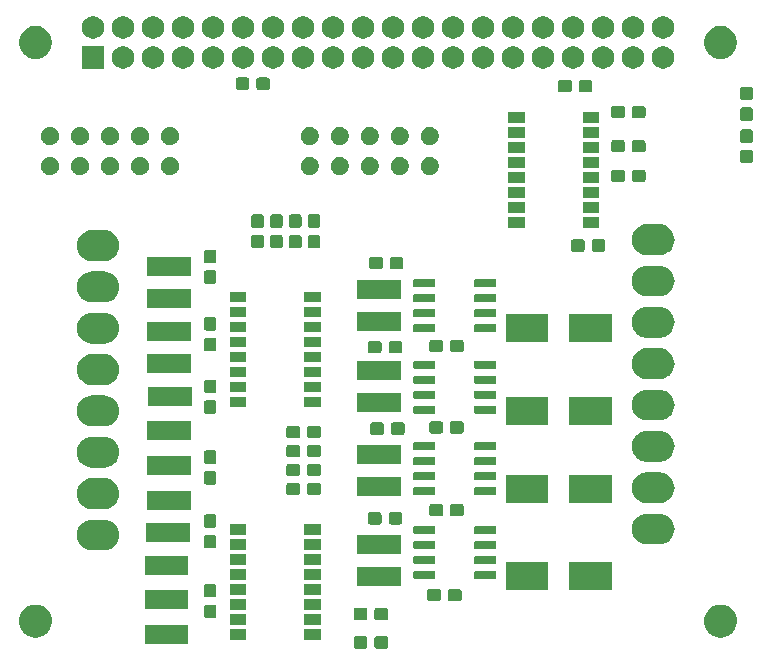
<source format=gbr>
%TF.GenerationSoftware,KiCad,Pcbnew,5.1.6-c6e7f7d~87~ubuntu18.04.1*%
%TF.CreationDate,2022-03-05T00:23:36+01:00*%
%TF.ProjectId,door_if2,646f6f72-5f69-4663-922e-6b696361645f,rev?*%
%TF.SameCoordinates,Original*%
%TF.FileFunction,Soldermask,Top*%
%TF.FilePolarity,Negative*%
%FSLAX46Y46*%
G04 Gerber Fmt 4.6, Leading zero omitted, Abs format (unit mm)*
G04 Created by KiCad (PCBNEW 5.1.6-c6e7f7d~87~ubuntu18.04.1) date 2022-03-05 00:23:36*
%MOMM*%
%LPD*%
G01*
G04 APERTURE LIST*
%ADD10C,0.100000*%
G04 APERTURE END LIST*
D10*
G36*
X113389499Y-117078445D02*
G01*
X113426995Y-117089820D01*
X113461554Y-117108292D01*
X113491847Y-117133153D01*
X113516708Y-117163446D01*
X113535180Y-117198005D01*
X113546555Y-117235501D01*
X113551000Y-117280638D01*
X113551000Y-117919362D01*
X113546555Y-117964499D01*
X113535180Y-118001995D01*
X113516708Y-118036554D01*
X113491847Y-118066847D01*
X113461554Y-118091708D01*
X113426995Y-118110180D01*
X113389499Y-118121555D01*
X113344362Y-118126000D01*
X112605638Y-118126000D01*
X112560501Y-118121555D01*
X112523005Y-118110180D01*
X112488446Y-118091708D01*
X112458153Y-118066847D01*
X112433292Y-118036554D01*
X112414820Y-118001995D01*
X112403445Y-117964499D01*
X112399000Y-117919362D01*
X112399000Y-117280638D01*
X112403445Y-117235501D01*
X112414820Y-117198005D01*
X112433292Y-117163446D01*
X112458153Y-117133153D01*
X112488446Y-117108292D01*
X112523005Y-117089820D01*
X112560501Y-117078445D01*
X112605638Y-117074000D01*
X113344362Y-117074000D01*
X113389499Y-117078445D01*
G37*
G36*
X111639499Y-117078445D02*
G01*
X111676995Y-117089820D01*
X111711554Y-117108292D01*
X111741847Y-117133153D01*
X111766708Y-117163446D01*
X111785180Y-117198005D01*
X111796555Y-117235501D01*
X111801000Y-117280638D01*
X111801000Y-117919362D01*
X111796555Y-117964499D01*
X111785180Y-118001995D01*
X111766708Y-118036554D01*
X111741847Y-118066847D01*
X111711554Y-118091708D01*
X111676995Y-118110180D01*
X111639499Y-118121555D01*
X111594362Y-118126000D01*
X110855638Y-118126000D01*
X110810501Y-118121555D01*
X110773005Y-118110180D01*
X110738446Y-118091708D01*
X110708153Y-118066847D01*
X110683292Y-118036554D01*
X110664820Y-118001995D01*
X110653445Y-117964499D01*
X110649000Y-117919362D01*
X110649000Y-117280638D01*
X110653445Y-117235501D01*
X110664820Y-117198005D01*
X110683292Y-117163446D01*
X110708153Y-117133153D01*
X110738446Y-117108292D01*
X110773005Y-117089820D01*
X110810501Y-117078445D01*
X110855638Y-117074000D01*
X111594362Y-117074000D01*
X111639499Y-117078445D01*
G37*
G36*
X96651000Y-117701000D02*
G01*
X92949000Y-117701000D01*
X92949000Y-116099000D01*
X96651000Y-116099000D01*
X96651000Y-117701000D01*
G37*
G36*
X101551000Y-117401000D02*
G01*
X100149000Y-117401000D01*
X100149000Y-116499000D01*
X101551000Y-116499000D01*
X101551000Y-117401000D01*
G37*
G36*
X107851000Y-117401000D02*
G01*
X106449000Y-117401000D01*
X106449000Y-116499000D01*
X107851000Y-116499000D01*
X107851000Y-117401000D01*
G37*
G36*
X83990245Y-114433292D02*
G01*
X84113658Y-114457840D01*
X84219268Y-114501586D01*
X84368622Y-114563450D01*
X84368623Y-114563451D01*
X84598087Y-114716773D01*
X84793229Y-114911915D01*
X84809990Y-114937000D01*
X84946552Y-115141380D01*
X84978703Y-115219000D01*
X85052162Y-115396344D01*
X85067602Y-115473969D01*
X85106001Y-115667013D01*
X85106001Y-115942989D01*
X85052162Y-116213657D01*
X84946552Y-116468622D01*
X84946551Y-116468623D01*
X84793229Y-116698087D01*
X84598087Y-116893229D01*
X84444764Y-116995676D01*
X84368622Y-117046552D01*
X84254024Y-117094020D01*
X84113658Y-117152162D01*
X84023434Y-117170108D01*
X83842989Y-117206001D01*
X83567013Y-117206001D01*
X83386568Y-117170108D01*
X83296344Y-117152162D01*
X83155978Y-117094020D01*
X83041380Y-117046552D01*
X82965238Y-116995676D01*
X82811915Y-116893229D01*
X82616773Y-116698087D01*
X82463451Y-116468623D01*
X82463450Y-116468622D01*
X82357840Y-116213657D01*
X82304001Y-115942989D01*
X82304001Y-115667013D01*
X82342400Y-115473969D01*
X82357840Y-115396344D01*
X82431299Y-115219000D01*
X82463450Y-115141380D01*
X82600012Y-114937000D01*
X82616773Y-114911915D01*
X82811915Y-114716773D01*
X83041379Y-114563451D01*
X83041380Y-114563450D01*
X83190734Y-114501586D01*
X83296344Y-114457840D01*
X83419757Y-114433292D01*
X83567013Y-114404001D01*
X83842989Y-114404001D01*
X83990245Y-114433292D01*
G37*
G36*
X141990245Y-114433292D02*
G01*
X142113658Y-114457840D01*
X142219268Y-114501586D01*
X142368622Y-114563450D01*
X142368623Y-114563451D01*
X142598087Y-114716773D01*
X142793229Y-114911915D01*
X142809990Y-114937000D01*
X142946552Y-115141380D01*
X142978703Y-115219000D01*
X143052162Y-115396344D01*
X143067602Y-115473969D01*
X143106001Y-115667013D01*
X143106001Y-115942989D01*
X143052162Y-116213657D01*
X142946552Y-116468622D01*
X142946551Y-116468623D01*
X142793229Y-116698087D01*
X142598087Y-116893229D01*
X142444764Y-116995676D01*
X142368622Y-117046552D01*
X142254024Y-117094020D01*
X142113658Y-117152162D01*
X142023434Y-117170108D01*
X141842989Y-117206001D01*
X141567013Y-117206001D01*
X141386568Y-117170108D01*
X141296344Y-117152162D01*
X141155978Y-117094020D01*
X141041380Y-117046552D01*
X140965238Y-116995676D01*
X140811915Y-116893229D01*
X140616773Y-116698087D01*
X140463451Y-116468623D01*
X140463450Y-116468622D01*
X140357840Y-116213657D01*
X140304001Y-115942989D01*
X140304001Y-115667013D01*
X140342400Y-115473969D01*
X140357840Y-115396344D01*
X140431299Y-115219000D01*
X140463450Y-115141380D01*
X140600012Y-114937000D01*
X140616773Y-114911915D01*
X140811915Y-114716773D01*
X141041379Y-114563451D01*
X141041380Y-114563450D01*
X141190734Y-114501586D01*
X141296344Y-114457840D01*
X141419757Y-114433292D01*
X141567013Y-114404001D01*
X141842989Y-114404001D01*
X141990245Y-114433292D01*
G37*
G36*
X107851000Y-116121000D02*
G01*
X106449000Y-116121000D01*
X106449000Y-115219000D01*
X107851000Y-115219000D01*
X107851000Y-116121000D01*
G37*
G36*
X101551000Y-116121000D02*
G01*
X100149000Y-116121000D01*
X100149000Y-115219000D01*
X101551000Y-115219000D01*
X101551000Y-116121000D01*
G37*
G36*
X113389499Y-114678445D02*
G01*
X113426995Y-114689820D01*
X113461554Y-114708292D01*
X113491847Y-114733153D01*
X113516708Y-114763446D01*
X113535180Y-114798005D01*
X113546555Y-114835501D01*
X113551000Y-114880638D01*
X113551000Y-115519362D01*
X113546555Y-115564499D01*
X113535180Y-115601995D01*
X113516708Y-115636554D01*
X113491847Y-115666847D01*
X113461554Y-115691708D01*
X113426995Y-115710180D01*
X113389499Y-115721555D01*
X113344362Y-115726000D01*
X112605638Y-115726000D01*
X112560501Y-115721555D01*
X112523005Y-115710180D01*
X112488446Y-115691708D01*
X112458153Y-115666847D01*
X112433292Y-115636554D01*
X112414820Y-115601995D01*
X112403445Y-115564499D01*
X112399000Y-115519362D01*
X112399000Y-114880638D01*
X112403445Y-114835501D01*
X112414820Y-114798005D01*
X112433292Y-114763446D01*
X112458153Y-114733153D01*
X112488446Y-114708292D01*
X112523005Y-114689820D01*
X112560501Y-114678445D01*
X112605638Y-114674000D01*
X113344362Y-114674000D01*
X113389499Y-114678445D01*
G37*
G36*
X111639499Y-114678445D02*
G01*
X111676995Y-114689820D01*
X111711554Y-114708292D01*
X111741847Y-114733153D01*
X111766708Y-114763446D01*
X111785180Y-114798005D01*
X111796555Y-114835501D01*
X111801000Y-114880638D01*
X111801000Y-115519362D01*
X111796555Y-115564499D01*
X111785180Y-115601995D01*
X111766708Y-115636554D01*
X111741847Y-115666847D01*
X111711554Y-115691708D01*
X111676995Y-115710180D01*
X111639499Y-115721555D01*
X111594362Y-115726000D01*
X110855638Y-115726000D01*
X110810501Y-115721555D01*
X110773005Y-115710180D01*
X110738446Y-115691708D01*
X110708153Y-115666847D01*
X110683292Y-115636554D01*
X110664820Y-115601995D01*
X110653445Y-115564499D01*
X110649000Y-115519362D01*
X110649000Y-114880638D01*
X110653445Y-114835501D01*
X110664820Y-114798005D01*
X110683292Y-114763446D01*
X110708153Y-114733153D01*
X110738446Y-114708292D01*
X110773005Y-114689820D01*
X110810501Y-114678445D01*
X110855638Y-114674000D01*
X111594362Y-114674000D01*
X111639499Y-114678445D01*
G37*
G36*
X98864499Y-114403445D02*
G01*
X98901995Y-114414820D01*
X98936554Y-114433292D01*
X98966847Y-114458153D01*
X98991708Y-114488446D01*
X99010180Y-114523005D01*
X99021555Y-114560501D01*
X99026000Y-114605638D01*
X99026000Y-115344362D01*
X99021555Y-115389499D01*
X99010180Y-115426995D01*
X98991708Y-115461554D01*
X98966847Y-115491847D01*
X98936554Y-115516708D01*
X98901995Y-115535180D01*
X98864499Y-115546555D01*
X98819362Y-115551000D01*
X98180638Y-115551000D01*
X98135501Y-115546555D01*
X98098005Y-115535180D01*
X98063446Y-115516708D01*
X98033153Y-115491847D01*
X98008292Y-115461554D01*
X97989820Y-115426995D01*
X97978445Y-115389499D01*
X97974000Y-115344362D01*
X97974000Y-114605638D01*
X97978445Y-114560501D01*
X97989820Y-114523005D01*
X98008292Y-114488446D01*
X98033153Y-114458153D01*
X98063446Y-114433292D01*
X98098005Y-114414820D01*
X98135501Y-114403445D01*
X98180638Y-114399000D01*
X98819362Y-114399000D01*
X98864499Y-114403445D01*
G37*
G36*
X107851000Y-114861000D02*
G01*
X106449000Y-114861000D01*
X106449000Y-113959000D01*
X107851000Y-113959000D01*
X107851000Y-114861000D01*
G37*
G36*
X101551000Y-114861000D02*
G01*
X100149000Y-114861000D01*
X100149000Y-113959000D01*
X101551000Y-113959000D01*
X101551000Y-114861000D01*
G37*
G36*
X96651000Y-114801000D02*
G01*
X92949000Y-114801000D01*
X92949000Y-113199000D01*
X96651000Y-113199000D01*
X96651000Y-114801000D01*
G37*
G36*
X117864499Y-113078445D02*
G01*
X117901995Y-113089820D01*
X117936554Y-113108292D01*
X117966847Y-113133153D01*
X117991708Y-113163446D01*
X118010180Y-113198005D01*
X118021555Y-113235501D01*
X118026000Y-113280638D01*
X118026000Y-113919362D01*
X118021555Y-113964499D01*
X118010180Y-114001995D01*
X117991708Y-114036554D01*
X117966847Y-114066847D01*
X117936554Y-114091708D01*
X117901995Y-114110180D01*
X117864499Y-114121555D01*
X117819362Y-114126000D01*
X117080638Y-114126000D01*
X117035501Y-114121555D01*
X116998005Y-114110180D01*
X116963446Y-114091708D01*
X116933153Y-114066847D01*
X116908292Y-114036554D01*
X116889820Y-114001995D01*
X116878445Y-113964499D01*
X116874000Y-113919362D01*
X116874000Y-113280638D01*
X116878445Y-113235501D01*
X116889820Y-113198005D01*
X116908292Y-113163446D01*
X116933153Y-113133153D01*
X116963446Y-113108292D01*
X116998005Y-113089820D01*
X117035501Y-113078445D01*
X117080638Y-113074000D01*
X117819362Y-113074000D01*
X117864499Y-113078445D01*
G37*
G36*
X119614499Y-113078445D02*
G01*
X119651995Y-113089820D01*
X119686554Y-113108292D01*
X119716847Y-113133153D01*
X119741708Y-113163446D01*
X119760180Y-113198005D01*
X119771555Y-113235501D01*
X119776000Y-113280638D01*
X119776000Y-113919362D01*
X119771555Y-113964499D01*
X119760180Y-114001995D01*
X119741708Y-114036554D01*
X119716847Y-114066847D01*
X119686554Y-114091708D01*
X119651995Y-114110180D01*
X119614499Y-114121555D01*
X119569362Y-114126000D01*
X118830638Y-114126000D01*
X118785501Y-114121555D01*
X118748005Y-114110180D01*
X118713446Y-114091708D01*
X118683153Y-114066847D01*
X118658292Y-114036554D01*
X118639820Y-114001995D01*
X118628445Y-113964499D01*
X118624000Y-113919362D01*
X118624000Y-113280638D01*
X118628445Y-113235501D01*
X118639820Y-113198005D01*
X118658292Y-113163446D01*
X118683153Y-113133153D01*
X118713446Y-113108292D01*
X118748005Y-113089820D01*
X118785501Y-113078445D01*
X118830638Y-113074000D01*
X119569362Y-113074000D01*
X119614499Y-113078445D01*
G37*
G36*
X98864499Y-112653445D02*
G01*
X98901995Y-112664820D01*
X98936554Y-112683292D01*
X98966847Y-112708153D01*
X98991708Y-112738446D01*
X99010180Y-112773005D01*
X99021555Y-112810501D01*
X99026000Y-112855638D01*
X99026000Y-113594362D01*
X99021555Y-113639499D01*
X99010180Y-113676995D01*
X98991708Y-113711554D01*
X98966847Y-113741847D01*
X98936554Y-113766708D01*
X98901995Y-113785180D01*
X98864499Y-113796555D01*
X98819362Y-113801000D01*
X98180638Y-113801000D01*
X98135501Y-113796555D01*
X98098005Y-113785180D01*
X98063446Y-113766708D01*
X98033153Y-113741847D01*
X98008292Y-113711554D01*
X97989820Y-113676995D01*
X97978445Y-113639499D01*
X97974000Y-113594362D01*
X97974000Y-112855638D01*
X97978445Y-112810501D01*
X97989820Y-112773005D01*
X98008292Y-112738446D01*
X98033153Y-112708153D01*
X98063446Y-112683292D01*
X98098005Y-112664820D01*
X98135501Y-112653445D01*
X98180638Y-112649000D01*
X98819362Y-112649000D01*
X98864499Y-112653445D01*
G37*
G36*
X101551000Y-113591000D02*
G01*
X100149000Y-113591000D01*
X100149000Y-112689000D01*
X101551000Y-112689000D01*
X101551000Y-113591000D01*
G37*
G36*
X107851000Y-113591000D02*
G01*
X106449000Y-113591000D01*
X106449000Y-112689000D01*
X107851000Y-112689000D01*
X107851000Y-113591000D01*
G37*
G36*
X132501000Y-113201000D02*
G01*
X128899000Y-113201000D01*
X128899000Y-110799000D01*
X132501000Y-110799000D01*
X132501000Y-113201000D01*
G37*
G36*
X127101000Y-113201000D02*
G01*
X123499000Y-113201000D01*
X123499000Y-110799000D01*
X127101000Y-110799000D01*
X127101000Y-113201000D01*
G37*
G36*
X114651000Y-112801000D02*
G01*
X110949000Y-112801000D01*
X110949000Y-111199000D01*
X114651000Y-111199000D01*
X114651000Y-112801000D01*
G37*
G36*
X107851000Y-112311000D02*
G01*
X106449000Y-112311000D01*
X106449000Y-111409000D01*
X107851000Y-111409000D01*
X107851000Y-112311000D01*
G37*
G36*
X101551000Y-112311000D02*
G01*
X100149000Y-112311000D01*
X100149000Y-111409000D01*
X101551000Y-111409000D01*
X101551000Y-112311000D01*
G37*
G36*
X122609928Y-111556764D02*
G01*
X122631009Y-111563160D01*
X122650445Y-111573548D01*
X122667476Y-111587524D01*
X122681452Y-111604555D01*
X122691840Y-111623991D01*
X122698236Y-111645072D01*
X122701000Y-111673140D01*
X122701000Y-112136860D01*
X122698236Y-112164928D01*
X122691840Y-112186009D01*
X122681452Y-112205445D01*
X122667476Y-112222476D01*
X122650445Y-112236452D01*
X122631009Y-112246840D01*
X122609928Y-112253236D01*
X122581860Y-112256000D01*
X120968140Y-112256000D01*
X120940072Y-112253236D01*
X120918991Y-112246840D01*
X120899555Y-112236452D01*
X120882524Y-112222476D01*
X120868548Y-112205445D01*
X120858160Y-112186009D01*
X120851764Y-112164928D01*
X120849000Y-112136860D01*
X120849000Y-111673140D01*
X120851764Y-111645072D01*
X120858160Y-111623991D01*
X120868548Y-111604555D01*
X120882524Y-111587524D01*
X120899555Y-111573548D01*
X120918991Y-111563160D01*
X120940072Y-111556764D01*
X120968140Y-111554000D01*
X122581860Y-111554000D01*
X122609928Y-111556764D01*
G37*
G36*
X117459928Y-111556764D02*
G01*
X117481009Y-111563160D01*
X117500445Y-111573548D01*
X117517476Y-111587524D01*
X117531452Y-111604555D01*
X117541840Y-111623991D01*
X117548236Y-111645072D01*
X117551000Y-111673140D01*
X117551000Y-112136860D01*
X117548236Y-112164928D01*
X117541840Y-112186009D01*
X117531452Y-112205445D01*
X117517476Y-112222476D01*
X117500445Y-112236452D01*
X117481009Y-112246840D01*
X117459928Y-112253236D01*
X117431860Y-112256000D01*
X115818140Y-112256000D01*
X115790072Y-112253236D01*
X115768991Y-112246840D01*
X115749555Y-112236452D01*
X115732524Y-112222476D01*
X115718548Y-112205445D01*
X115708160Y-112186009D01*
X115701764Y-112164928D01*
X115699000Y-112136860D01*
X115699000Y-111673140D01*
X115701764Y-111645072D01*
X115708160Y-111623991D01*
X115718548Y-111604555D01*
X115732524Y-111587524D01*
X115749555Y-111573548D01*
X115768991Y-111563160D01*
X115790072Y-111556764D01*
X115818140Y-111554000D01*
X117431860Y-111554000D01*
X117459928Y-111556764D01*
G37*
G36*
X96651000Y-111901000D02*
G01*
X92949000Y-111901000D01*
X92949000Y-110299000D01*
X96651000Y-110299000D01*
X96651000Y-111901000D01*
G37*
G36*
X107851000Y-111041000D02*
G01*
X106449000Y-111041000D01*
X106449000Y-110139000D01*
X107851000Y-110139000D01*
X107851000Y-111041000D01*
G37*
G36*
X101551000Y-111041000D02*
G01*
X100149000Y-111041000D01*
X100149000Y-110139000D01*
X101551000Y-110139000D01*
X101551000Y-111041000D01*
G37*
G36*
X122609928Y-110286764D02*
G01*
X122631009Y-110293160D01*
X122650445Y-110303548D01*
X122667476Y-110317524D01*
X122681452Y-110334555D01*
X122691840Y-110353991D01*
X122698236Y-110375072D01*
X122701000Y-110403140D01*
X122701000Y-110866860D01*
X122698236Y-110894928D01*
X122691840Y-110916009D01*
X122681452Y-110935445D01*
X122667476Y-110952476D01*
X122650445Y-110966452D01*
X122631009Y-110976840D01*
X122609928Y-110983236D01*
X122581860Y-110986000D01*
X120968140Y-110986000D01*
X120940072Y-110983236D01*
X120918991Y-110976840D01*
X120899555Y-110966452D01*
X120882524Y-110952476D01*
X120868548Y-110935445D01*
X120858160Y-110916009D01*
X120851764Y-110894928D01*
X120849000Y-110866860D01*
X120849000Y-110403140D01*
X120851764Y-110375072D01*
X120858160Y-110353991D01*
X120868548Y-110334555D01*
X120882524Y-110317524D01*
X120899555Y-110303548D01*
X120918991Y-110293160D01*
X120940072Y-110286764D01*
X120968140Y-110284000D01*
X122581860Y-110284000D01*
X122609928Y-110286764D01*
G37*
G36*
X117459928Y-110286764D02*
G01*
X117481009Y-110293160D01*
X117500445Y-110303548D01*
X117517476Y-110317524D01*
X117531452Y-110334555D01*
X117541840Y-110353991D01*
X117548236Y-110375072D01*
X117551000Y-110403140D01*
X117551000Y-110866860D01*
X117548236Y-110894928D01*
X117541840Y-110916009D01*
X117531452Y-110935445D01*
X117517476Y-110952476D01*
X117500445Y-110966452D01*
X117481009Y-110976840D01*
X117459928Y-110983236D01*
X117431860Y-110986000D01*
X115818140Y-110986000D01*
X115790072Y-110983236D01*
X115768991Y-110976840D01*
X115749555Y-110966452D01*
X115732524Y-110952476D01*
X115718548Y-110935445D01*
X115708160Y-110916009D01*
X115701764Y-110894928D01*
X115699000Y-110866860D01*
X115699000Y-110403140D01*
X115701764Y-110375072D01*
X115708160Y-110353991D01*
X115718548Y-110334555D01*
X115732524Y-110317524D01*
X115749555Y-110303548D01*
X115768991Y-110293160D01*
X115790072Y-110286764D01*
X115818140Y-110284000D01*
X117431860Y-110284000D01*
X117459928Y-110286764D01*
G37*
G36*
X114651000Y-110101000D02*
G01*
X110949000Y-110101000D01*
X110949000Y-108499000D01*
X114651000Y-108499000D01*
X114651000Y-110101000D01*
G37*
G36*
X89659472Y-107208412D02*
G01*
X89755040Y-107217825D01*
X90000280Y-107292218D01*
X90226294Y-107413025D01*
X90277899Y-107455376D01*
X90424397Y-107575603D01*
X90517712Y-107689309D01*
X90586975Y-107773706D01*
X90707782Y-107999720D01*
X90782175Y-108244960D01*
X90807294Y-108500000D01*
X90782175Y-108755040D01*
X90707782Y-109000280D01*
X90586975Y-109226294D01*
X90544624Y-109277899D01*
X90424397Y-109424397D01*
X90290704Y-109534115D01*
X90226294Y-109586975D01*
X90000280Y-109707782D01*
X89755040Y-109782175D01*
X89659473Y-109791587D01*
X89563906Y-109801000D01*
X88436094Y-109801000D01*
X88340527Y-109791587D01*
X88244960Y-109782175D01*
X87999720Y-109707782D01*
X87773706Y-109586975D01*
X87709296Y-109534115D01*
X87575603Y-109424397D01*
X87455376Y-109277899D01*
X87413025Y-109226294D01*
X87292218Y-109000280D01*
X87217825Y-108755040D01*
X87192706Y-108500000D01*
X87217825Y-108244960D01*
X87292218Y-107999720D01*
X87413025Y-107773706D01*
X87482288Y-107689309D01*
X87575603Y-107575603D01*
X87722101Y-107455376D01*
X87773706Y-107413025D01*
X87999720Y-107292218D01*
X88244960Y-107217825D01*
X88340528Y-107208412D01*
X88436094Y-107199000D01*
X89563906Y-107199000D01*
X89659472Y-107208412D01*
G37*
G36*
X101551000Y-109781000D02*
G01*
X100149000Y-109781000D01*
X100149000Y-108879000D01*
X101551000Y-108879000D01*
X101551000Y-109781000D01*
G37*
G36*
X107851000Y-109781000D02*
G01*
X106449000Y-109781000D01*
X106449000Y-108879000D01*
X107851000Y-108879000D01*
X107851000Y-109781000D01*
G37*
G36*
X117459928Y-109016764D02*
G01*
X117481009Y-109023160D01*
X117500445Y-109033548D01*
X117517476Y-109047524D01*
X117531452Y-109064555D01*
X117541840Y-109083991D01*
X117548236Y-109105072D01*
X117551000Y-109133140D01*
X117551000Y-109596860D01*
X117548236Y-109624928D01*
X117541840Y-109646009D01*
X117531452Y-109665445D01*
X117517476Y-109682476D01*
X117500445Y-109696452D01*
X117481009Y-109706840D01*
X117459928Y-109713236D01*
X117431860Y-109716000D01*
X115818140Y-109716000D01*
X115790072Y-109713236D01*
X115768991Y-109706840D01*
X115749555Y-109696452D01*
X115732524Y-109682476D01*
X115718548Y-109665445D01*
X115708160Y-109646009D01*
X115701764Y-109624928D01*
X115699000Y-109596860D01*
X115699000Y-109133140D01*
X115701764Y-109105072D01*
X115708160Y-109083991D01*
X115718548Y-109064555D01*
X115732524Y-109047524D01*
X115749555Y-109033548D01*
X115768991Y-109023160D01*
X115790072Y-109016764D01*
X115818140Y-109014000D01*
X117431860Y-109014000D01*
X117459928Y-109016764D01*
G37*
G36*
X122609928Y-109016764D02*
G01*
X122631009Y-109023160D01*
X122650445Y-109033548D01*
X122667476Y-109047524D01*
X122681452Y-109064555D01*
X122691840Y-109083991D01*
X122698236Y-109105072D01*
X122701000Y-109133140D01*
X122701000Y-109596860D01*
X122698236Y-109624928D01*
X122691840Y-109646009D01*
X122681452Y-109665445D01*
X122667476Y-109682476D01*
X122650445Y-109696452D01*
X122631009Y-109706840D01*
X122609928Y-109713236D01*
X122581860Y-109716000D01*
X120968140Y-109716000D01*
X120940072Y-109713236D01*
X120918991Y-109706840D01*
X120899555Y-109696452D01*
X120882524Y-109682476D01*
X120868548Y-109665445D01*
X120858160Y-109646009D01*
X120851764Y-109624928D01*
X120849000Y-109596860D01*
X120849000Y-109133140D01*
X120851764Y-109105072D01*
X120858160Y-109083991D01*
X120868548Y-109064555D01*
X120882524Y-109047524D01*
X120899555Y-109033548D01*
X120918991Y-109023160D01*
X120940072Y-109016764D01*
X120968140Y-109014000D01*
X122581860Y-109014000D01*
X122609928Y-109016764D01*
G37*
G36*
X98864499Y-108503445D02*
G01*
X98901995Y-108514820D01*
X98936554Y-108533292D01*
X98966847Y-108558153D01*
X98991708Y-108588446D01*
X99010180Y-108623005D01*
X99021555Y-108660501D01*
X99026000Y-108705638D01*
X99026000Y-109444362D01*
X99021555Y-109489499D01*
X99010180Y-109526995D01*
X98991708Y-109561554D01*
X98966847Y-109591847D01*
X98936554Y-109616708D01*
X98901995Y-109635180D01*
X98864499Y-109646555D01*
X98819362Y-109651000D01*
X98180638Y-109651000D01*
X98135501Y-109646555D01*
X98098005Y-109635180D01*
X98063446Y-109616708D01*
X98033153Y-109591847D01*
X98008292Y-109561554D01*
X97989820Y-109526995D01*
X97978445Y-109489499D01*
X97974000Y-109444362D01*
X97974000Y-108705638D01*
X97978445Y-108660501D01*
X97989820Y-108623005D01*
X98008292Y-108588446D01*
X98033153Y-108558153D01*
X98063446Y-108533292D01*
X98098005Y-108514820D01*
X98135501Y-108503445D01*
X98180638Y-108499000D01*
X98819362Y-108499000D01*
X98864499Y-108503445D01*
G37*
G36*
X136659473Y-106708413D02*
G01*
X136755040Y-106717825D01*
X137000280Y-106792218D01*
X137000282Y-106792219D01*
X137030092Y-106808153D01*
X137226294Y-106913025D01*
X137277899Y-106955376D01*
X137424397Y-107075603D01*
X137525665Y-107199000D01*
X137586975Y-107273706D01*
X137707782Y-107499720D01*
X137782175Y-107744960D01*
X137807294Y-108000000D01*
X137782175Y-108255040D01*
X137707782Y-108500280D01*
X137586975Y-108726294D01*
X137544624Y-108777899D01*
X137424397Y-108924397D01*
X137298936Y-109027359D01*
X137226294Y-109086975D01*
X137000280Y-109207782D01*
X136755040Y-109282175D01*
X136659472Y-109291588D01*
X136563906Y-109301000D01*
X135436094Y-109301000D01*
X135340528Y-109291588D01*
X135244960Y-109282175D01*
X134999720Y-109207782D01*
X134773706Y-109086975D01*
X134701064Y-109027359D01*
X134575603Y-108924397D01*
X134455376Y-108777899D01*
X134413025Y-108726294D01*
X134292218Y-108500280D01*
X134217825Y-108255040D01*
X134192706Y-108000000D01*
X134217825Y-107744960D01*
X134292218Y-107499720D01*
X134413025Y-107273706D01*
X134474335Y-107199000D01*
X134575603Y-107075603D01*
X134722101Y-106955376D01*
X134773706Y-106913025D01*
X134969908Y-106808153D01*
X134999718Y-106792219D01*
X134999720Y-106792218D01*
X135244960Y-106717825D01*
X135340527Y-106708413D01*
X135436094Y-106699000D01*
X136563906Y-106699000D01*
X136659473Y-106708413D01*
G37*
G36*
X96751000Y-109101000D02*
G01*
X93049000Y-109101000D01*
X93049000Y-107499000D01*
X96751000Y-107499000D01*
X96751000Y-109101000D01*
G37*
G36*
X107851000Y-108501000D02*
G01*
X106449000Y-108501000D01*
X106449000Y-107599000D01*
X107851000Y-107599000D01*
X107851000Y-108501000D01*
G37*
G36*
X101551000Y-108501000D02*
G01*
X100149000Y-108501000D01*
X100149000Y-107599000D01*
X101551000Y-107599000D01*
X101551000Y-108501000D01*
G37*
G36*
X122609928Y-107746764D02*
G01*
X122631009Y-107753160D01*
X122650445Y-107763548D01*
X122667476Y-107777524D01*
X122681452Y-107794555D01*
X122691840Y-107813991D01*
X122698236Y-107835072D01*
X122701000Y-107863140D01*
X122701000Y-108326860D01*
X122698236Y-108354928D01*
X122691840Y-108376009D01*
X122681452Y-108395445D01*
X122667476Y-108412476D01*
X122650445Y-108426452D01*
X122631009Y-108436840D01*
X122609928Y-108443236D01*
X122581860Y-108446000D01*
X120968140Y-108446000D01*
X120940072Y-108443236D01*
X120918991Y-108436840D01*
X120899555Y-108426452D01*
X120882524Y-108412476D01*
X120868548Y-108395445D01*
X120858160Y-108376009D01*
X120851764Y-108354928D01*
X120849000Y-108326860D01*
X120849000Y-107863140D01*
X120851764Y-107835072D01*
X120858160Y-107813991D01*
X120868548Y-107794555D01*
X120882524Y-107777524D01*
X120899555Y-107763548D01*
X120918991Y-107753160D01*
X120940072Y-107746764D01*
X120968140Y-107744000D01*
X122581860Y-107744000D01*
X122609928Y-107746764D01*
G37*
G36*
X117459928Y-107746764D02*
G01*
X117481009Y-107753160D01*
X117500445Y-107763548D01*
X117517476Y-107777524D01*
X117531452Y-107794555D01*
X117541840Y-107813991D01*
X117548236Y-107835072D01*
X117551000Y-107863140D01*
X117551000Y-108326860D01*
X117548236Y-108354928D01*
X117541840Y-108376009D01*
X117531452Y-108395445D01*
X117517476Y-108412476D01*
X117500445Y-108426452D01*
X117481009Y-108436840D01*
X117459928Y-108443236D01*
X117431860Y-108446000D01*
X115818140Y-108446000D01*
X115790072Y-108443236D01*
X115768991Y-108436840D01*
X115749555Y-108426452D01*
X115732524Y-108412476D01*
X115718548Y-108395445D01*
X115708160Y-108376009D01*
X115701764Y-108354928D01*
X115699000Y-108326860D01*
X115699000Y-107863140D01*
X115701764Y-107835072D01*
X115708160Y-107813991D01*
X115718548Y-107794555D01*
X115732524Y-107777524D01*
X115749555Y-107763548D01*
X115768991Y-107753160D01*
X115790072Y-107746764D01*
X115818140Y-107744000D01*
X117431860Y-107744000D01*
X117459928Y-107746764D01*
G37*
G36*
X98864499Y-106753445D02*
G01*
X98901995Y-106764820D01*
X98936554Y-106783292D01*
X98966847Y-106808153D01*
X98991708Y-106838446D01*
X99010180Y-106873005D01*
X99021555Y-106910501D01*
X99026000Y-106955638D01*
X99026000Y-107694362D01*
X99021555Y-107739499D01*
X99010180Y-107776995D01*
X98991708Y-107811554D01*
X98966847Y-107841847D01*
X98936554Y-107866708D01*
X98901995Y-107885180D01*
X98864499Y-107896555D01*
X98819362Y-107901000D01*
X98180638Y-107901000D01*
X98135501Y-107896555D01*
X98098005Y-107885180D01*
X98063446Y-107866708D01*
X98033153Y-107841847D01*
X98008292Y-107811554D01*
X97989820Y-107776995D01*
X97978445Y-107739499D01*
X97974000Y-107694362D01*
X97974000Y-106955638D01*
X97978445Y-106910501D01*
X97989820Y-106873005D01*
X98008292Y-106838446D01*
X98033153Y-106808153D01*
X98063446Y-106783292D01*
X98098005Y-106764820D01*
X98135501Y-106753445D01*
X98180638Y-106749000D01*
X98819362Y-106749000D01*
X98864499Y-106753445D01*
G37*
G36*
X112839499Y-106578445D02*
G01*
X112876995Y-106589820D01*
X112911554Y-106608292D01*
X112941847Y-106633153D01*
X112966708Y-106663446D01*
X112985180Y-106698005D01*
X112996555Y-106735501D01*
X113001000Y-106780638D01*
X113001000Y-107419362D01*
X112996555Y-107464499D01*
X112985180Y-107501995D01*
X112966708Y-107536554D01*
X112941847Y-107566847D01*
X112911554Y-107591708D01*
X112876995Y-107610180D01*
X112839499Y-107621555D01*
X112794362Y-107626000D01*
X112055638Y-107626000D01*
X112010501Y-107621555D01*
X111973005Y-107610180D01*
X111938446Y-107591708D01*
X111908153Y-107566847D01*
X111883292Y-107536554D01*
X111864820Y-107501995D01*
X111853445Y-107464499D01*
X111849000Y-107419362D01*
X111849000Y-106780638D01*
X111853445Y-106735501D01*
X111864820Y-106698005D01*
X111883292Y-106663446D01*
X111908153Y-106633153D01*
X111938446Y-106608292D01*
X111973005Y-106589820D01*
X112010501Y-106578445D01*
X112055638Y-106574000D01*
X112794362Y-106574000D01*
X112839499Y-106578445D01*
G37*
G36*
X114589499Y-106578445D02*
G01*
X114626995Y-106589820D01*
X114661554Y-106608292D01*
X114691847Y-106633153D01*
X114716708Y-106663446D01*
X114735180Y-106698005D01*
X114746555Y-106735501D01*
X114751000Y-106780638D01*
X114751000Y-107419362D01*
X114746555Y-107464499D01*
X114735180Y-107501995D01*
X114716708Y-107536554D01*
X114691847Y-107566847D01*
X114661554Y-107591708D01*
X114626995Y-107610180D01*
X114589499Y-107621555D01*
X114544362Y-107626000D01*
X113805638Y-107626000D01*
X113760501Y-107621555D01*
X113723005Y-107610180D01*
X113688446Y-107591708D01*
X113658153Y-107566847D01*
X113633292Y-107536554D01*
X113614820Y-107501995D01*
X113603445Y-107464499D01*
X113599000Y-107419362D01*
X113599000Y-106780638D01*
X113603445Y-106735501D01*
X113614820Y-106698005D01*
X113633292Y-106663446D01*
X113658153Y-106633153D01*
X113688446Y-106608292D01*
X113723005Y-106589820D01*
X113760501Y-106578445D01*
X113805638Y-106574000D01*
X114544362Y-106574000D01*
X114589499Y-106578445D01*
G37*
G36*
X118039499Y-105878445D02*
G01*
X118076995Y-105889820D01*
X118111554Y-105908292D01*
X118141847Y-105933153D01*
X118166708Y-105963446D01*
X118185180Y-105998005D01*
X118196555Y-106035501D01*
X118201000Y-106080638D01*
X118201000Y-106719362D01*
X118196555Y-106764499D01*
X118185180Y-106801995D01*
X118166708Y-106836554D01*
X118141847Y-106866847D01*
X118111554Y-106891708D01*
X118076995Y-106910180D01*
X118039499Y-106921555D01*
X117994362Y-106926000D01*
X117255638Y-106926000D01*
X117210501Y-106921555D01*
X117173005Y-106910180D01*
X117138446Y-106891708D01*
X117108153Y-106866847D01*
X117083292Y-106836554D01*
X117064820Y-106801995D01*
X117053445Y-106764499D01*
X117049000Y-106719362D01*
X117049000Y-106080638D01*
X117053445Y-106035501D01*
X117064820Y-105998005D01*
X117083292Y-105963446D01*
X117108153Y-105933153D01*
X117138446Y-105908292D01*
X117173005Y-105889820D01*
X117210501Y-105878445D01*
X117255638Y-105874000D01*
X117994362Y-105874000D01*
X118039499Y-105878445D01*
G37*
G36*
X119789499Y-105878445D02*
G01*
X119826995Y-105889820D01*
X119861554Y-105908292D01*
X119891847Y-105933153D01*
X119916708Y-105963446D01*
X119935180Y-105998005D01*
X119946555Y-106035501D01*
X119951000Y-106080638D01*
X119951000Y-106719362D01*
X119946555Y-106764499D01*
X119935180Y-106801995D01*
X119916708Y-106836554D01*
X119891847Y-106866847D01*
X119861554Y-106891708D01*
X119826995Y-106910180D01*
X119789499Y-106921555D01*
X119744362Y-106926000D01*
X119005638Y-106926000D01*
X118960501Y-106921555D01*
X118923005Y-106910180D01*
X118888446Y-106891708D01*
X118858153Y-106866847D01*
X118833292Y-106836554D01*
X118814820Y-106801995D01*
X118803445Y-106764499D01*
X118799000Y-106719362D01*
X118799000Y-106080638D01*
X118803445Y-106035501D01*
X118814820Y-105998005D01*
X118833292Y-105963446D01*
X118858153Y-105933153D01*
X118888446Y-105908292D01*
X118923005Y-105889820D01*
X118960501Y-105878445D01*
X119005638Y-105874000D01*
X119744362Y-105874000D01*
X119789499Y-105878445D01*
G37*
G36*
X96851000Y-106401000D02*
G01*
X93149000Y-106401000D01*
X93149000Y-104799000D01*
X96851000Y-104799000D01*
X96851000Y-106401000D01*
G37*
G36*
X89659473Y-103708413D02*
G01*
X89755040Y-103717825D01*
X90000280Y-103792218D01*
X90226294Y-103913025D01*
X90277899Y-103955376D01*
X90424397Y-104075603D01*
X90540198Y-104216708D01*
X90586975Y-104273706D01*
X90707782Y-104499720D01*
X90782175Y-104744960D01*
X90807294Y-105000000D01*
X90782175Y-105255040D01*
X90707782Y-105500280D01*
X90586975Y-105726294D01*
X90544624Y-105777899D01*
X90424397Y-105924397D01*
X90289015Y-106035501D01*
X90226294Y-106086975D01*
X90000280Y-106207782D01*
X89755040Y-106282175D01*
X89659473Y-106291587D01*
X89563906Y-106301000D01*
X88436094Y-106301000D01*
X88340527Y-106291587D01*
X88244960Y-106282175D01*
X87999720Y-106207782D01*
X87773706Y-106086975D01*
X87710985Y-106035501D01*
X87575603Y-105924397D01*
X87455376Y-105777899D01*
X87413025Y-105726294D01*
X87292218Y-105500280D01*
X87217825Y-105255040D01*
X87192706Y-105000000D01*
X87217825Y-104744960D01*
X87292218Y-104499720D01*
X87413025Y-104273706D01*
X87459802Y-104216708D01*
X87575603Y-104075603D01*
X87722101Y-103955376D01*
X87773706Y-103913025D01*
X87999720Y-103792218D01*
X88244960Y-103717825D01*
X88340527Y-103708413D01*
X88436094Y-103699000D01*
X89563906Y-103699000D01*
X89659473Y-103708413D01*
G37*
G36*
X136659473Y-103210833D02*
G01*
X136755040Y-103220245D01*
X137000280Y-103294638D01*
X137000282Y-103294639D01*
X137113287Y-103355042D01*
X137226294Y-103415445D01*
X137252015Y-103436554D01*
X137424397Y-103578023D01*
X137523679Y-103699000D01*
X137586975Y-103776126D01*
X137707782Y-104002140D01*
X137782175Y-104247380D01*
X137807294Y-104502420D01*
X137782175Y-104757460D01*
X137707782Y-105002700D01*
X137586975Y-105228714D01*
X137544624Y-105280319D01*
X137424397Y-105426817D01*
X137277899Y-105547044D01*
X137226294Y-105589395D01*
X137000280Y-105710202D01*
X136755040Y-105784595D01*
X136659472Y-105794008D01*
X136563906Y-105803420D01*
X135436094Y-105803420D01*
X135340528Y-105794008D01*
X135244960Y-105784595D01*
X134999720Y-105710202D01*
X134773706Y-105589395D01*
X134722101Y-105547044D01*
X134575603Y-105426817D01*
X134455376Y-105280319D01*
X134413025Y-105228714D01*
X134292218Y-105002700D01*
X134217825Y-104757460D01*
X134192706Y-104502420D01*
X134217825Y-104247380D01*
X134292218Y-104002140D01*
X134413025Y-103776126D01*
X134476321Y-103699000D01*
X134575603Y-103578023D01*
X134747985Y-103436554D01*
X134773706Y-103415445D01*
X134886713Y-103355041D01*
X134999718Y-103294639D01*
X134999720Y-103294638D01*
X135244960Y-103220245D01*
X135340527Y-103210833D01*
X135436094Y-103201420D01*
X136563906Y-103201420D01*
X136659473Y-103210833D01*
G37*
G36*
X127101000Y-105801000D02*
G01*
X123499000Y-105801000D01*
X123499000Y-103399000D01*
X127101000Y-103399000D01*
X127101000Y-105801000D01*
G37*
G36*
X132501000Y-105801000D02*
G01*
X128899000Y-105801000D01*
X128899000Y-103399000D01*
X132501000Y-103399000D01*
X132501000Y-105801000D01*
G37*
G36*
X114651000Y-105201000D02*
G01*
X110949000Y-105201000D01*
X110949000Y-103599000D01*
X114651000Y-103599000D01*
X114651000Y-105201000D01*
G37*
G36*
X117459928Y-104456764D02*
G01*
X117481009Y-104463160D01*
X117500445Y-104473548D01*
X117517476Y-104487524D01*
X117531452Y-104504555D01*
X117541840Y-104523991D01*
X117548236Y-104545072D01*
X117551000Y-104573140D01*
X117551000Y-105036860D01*
X117548236Y-105064928D01*
X117541840Y-105086009D01*
X117531452Y-105105445D01*
X117517476Y-105122476D01*
X117500445Y-105136452D01*
X117481009Y-105146840D01*
X117459928Y-105153236D01*
X117431860Y-105156000D01*
X115818140Y-105156000D01*
X115790072Y-105153236D01*
X115768991Y-105146840D01*
X115749555Y-105136452D01*
X115732524Y-105122476D01*
X115718548Y-105105445D01*
X115708160Y-105086009D01*
X115701764Y-105064928D01*
X115699000Y-105036860D01*
X115699000Y-104573140D01*
X115701764Y-104545072D01*
X115708160Y-104523991D01*
X115718548Y-104504555D01*
X115732524Y-104487524D01*
X115749555Y-104473548D01*
X115768991Y-104463160D01*
X115790072Y-104456764D01*
X115818140Y-104454000D01*
X117431860Y-104454000D01*
X117459928Y-104456764D01*
G37*
G36*
X122609928Y-104456764D02*
G01*
X122631009Y-104463160D01*
X122650445Y-104473548D01*
X122667476Y-104487524D01*
X122681452Y-104504555D01*
X122691840Y-104523991D01*
X122698236Y-104545072D01*
X122701000Y-104573140D01*
X122701000Y-105036860D01*
X122698236Y-105064928D01*
X122691840Y-105086009D01*
X122681452Y-105105445D01*
X122667476Y-105122476D01*
X122650445Y-105136452D01*
X122631009Y-105146840D01*
X122609928Y-105153236D01*
X122581860Y-105156000D01*
X120968140Y-105156000D01*
X120940072Y-105153236D01*
X120918991Y-105146840D01*
X120899555Y-105136452D01*
X120882524Y-105122476D01*
X120868548Y-105105445D01*
X120858160Y-105086009D01*
X120851764Y-105064928D01*
X120849000Y-105036860D01*
X120849000Y-104573140D01*
X120851764Y-104545072D01*
X120858160Y-104523991D01*
X120868548Y-104504555D01*
X120882524Y-104487524D01*
X120899555Y-104473548D01*
X120918991Y-104463160D01*
X120940072Y-104456764D01*
X120968140Y-104454000D01*
X122581860Y-104454000D01*
X122609928Y-104456764D01*
G37*
G36*
X107689499Y-104078445D02*
G01*
X107726995Y-104089820D01*
X107761554Y-104108292D01*
X107791847Y-104133153D01*
X107816708Y-104163446D01*
X107835180Y-104198005D01*
X107846555Y-104235501D01*
X107851000Y-104280638D01*
X107851000Y-104919362D01*
X107846555Y-104964499D01*
X107835180Y-105001995D01*
X107816708Y-105036554D01*
X107791847Y-105066847D01*
X107761554Y-105091708D01*
X107726995Y-105110180D01*
X107689499Y-105121555D01*
X107644362Y-105126000D01*
X106905638Y-105126000D01*
X106860501Y-105121555D01*
X106823005Y-105110180D01*
X106788446Y-105091708D01*
X106758153Y-105066847D01*
X106733292Y-105036554D01*
X106714820Y-105001995D01*
X106703445Y-104964499D01*
X106699000Y-104919362D01*
X106699000Y-104280638D01*
X106703445Y-104235501D01*
X106714820Y-104198005D01*
X106733292Y-104163446D01*
X106758153Y-104133153D01*
X106788446Y-104108292D01*
X106823005Y-104089820D01*
X106860501Y-104078445D01*
X106905638Y-104074000D01*
X107644362Y-104074000D01*
X107689499Y-104078445D01*
G37*
G36*
X105939499Y-104078445D02*
G01*
X105976995Y-104089820D01*
X106011554Y-104108292D01*
X106041847Y-104133153D01*
X106066708Y-104163446D01*
X106085180Y-104198005D01*
X106096555Y-104235501D01*
X106101000Y-104280638D01*
X106101000Y-104919362D01*
X106096555Y-104964499D01*
X106085180Y-105001995D01*
X106066708Y-105036554D01*
X106041847Y-105066847D01*
X106011554Y-105091708D01*
X105976995Y-105110180D01*
X105939499Y-105121555D01*
X105894362Y-105126000D01*
X105155638Y-105126000D01*
X105110501Y-105121555D01*
X105073005Y-105110180D01*
X105038446Y-105091708D01*
X105008153Y-105066847D01*
X104983292Y-105036554D01*
X104964820Y-105001995D01*
X104953445Y-104964499D01*
X104949000Y-104919362D01*
X104949000Y-104280638D01*
X104953445Y-104235501D01*
X104964820Y-104198005D01*
X104983292Y-104163446D01*
X105008153Y-104133153D01*
X105038446Y-104108292D01*
X105073005Y-104089820D01*
X105110501Y-104078445D01*
X105155638Y-104074000D01*
X105894362Y-104074000D01*
X105939499Y-104078445D01*
G37*
G36*
X98864499Y-103103445D02*
G01*
X98901995Y-103114820D01*
X98936554Y-103133292D01*
X98966847Y-103158153D01*
X98991708Y-103188446D01*
X99010180Y-103223005D01*
X99021555Y-103260501D01*
X99026000Y-103305638D01*
X99026000Y-104044362D01*
X99021555Y-104089499D01*
X99010180Y-104126995D01*
X98991708Y-104161554D01*
X98966847Y-104191847D01*
X98936554Y-104216708D01*
X98901995Y-104235180D01*
X98864499Y-104246555D01*
X98819362Y-104251000D01*
X98180638Y-104251000D01*
X98135501Y-104246555D01*
X98098005Y-104235180D01*
X98063446Y-104216708D01*
X98033153Y-104191847D01*
X98008292Y-104161554D01*
X97989820Y-104126995D01*
X97978445Y-104089499D01*
X97974000Y-104044362D01*
X97974000Y-103305638D01*
X97978445Y-103260501D01*
X97989820Y-103223005D01*
X98008292Y-103188446D01*
X98033153Y-103158153D01*
X98063446Y-103133292D01*
X98098005Y-103114820D01*
X98135501Y-103103445D01*
X98180638Y-103099000D01*
X98819362Y-103099000D01*
X98864499Y-103103445D01*
G37*
G36*
X117459928Y-103186764D02*
G01*
X117481009Y-103193160D01*
X117500445Y-103203548D01*
X117517476Y-103217524D01*
X117531452Y-103234555D01*
X117541840Y-103253991D01*
X117548236Y-103275072D01*
X117551000Y-103303140D01*
X117551000Y-103766860D01*
X117548236Y-103794928D01*
X117541840Y-103816009D01*
X117531452Y-103835445D01*
X117517476Y-103852476D01*
X117500445Y-103866452D01*
X117481009Y-103876840D01*
X117459928Y-103883236D01*
X117431860Y-103886000D01*
X115818140Y-103886000D01*
X115790072Y-103883236D01*
X115768991Y-103876840D01*
X115749555Y-103866452D01*
X115732524Y-103852476D01*
X115718548Y-103835445D01*
X115708160Y-103816009D01*
X115701764Y-103794928D01*
X115699000Y-103766860D01*
X115699000Y-103303140D01*
X115701764Y-103275072D01*
X115708160Y-103253991D01*
X115718548Y-103234555D01*
X115732524Y-103217524D01*
X115749555Y-103203548D01*
X115768991Y-103193160D01*
X115790072Y-103186764D01*
X115818140Y-103184000D01*
X117431860Y-103184000D01*
X117459928Y-103186764D01*
G37*
G36*
X122609928Y-103186764D02*
G01*
X122631009Y-103193160D01*
X122650445Y-103203548D01*
X122667476Y-103217524D01*
X122681452Y-103234555D01*
X122691840Y-103253991D01*
X122698236Y-103275072D01*
X122701000Y-103303140D01*
X122701000Y-103766860D01*
X122698236Y-103794928D01*
X122691840Y-103816009D01*
X122681452Y-103835445D01*
X122667476Y-103852476D01*
X122650445Y-103866452D01*
X122631009Y-103876840D01*
X122609928Y-103883236D01*
X122581860Y-103886000D01*
X120968140Y-103886000D01*
X120940072Y-103883236D01*
X120918991Y-103876840D01*
X120899555Y-103866452D01*
X120882524Y-103852476D01*
X120868548Y-103835445D01*
X120858160Y-103816009D01*
X120851764Y-103794928D01*
X120849000Y-103766860D01*
X120849000Y-103303140D01*
X120851764Y-103275072D01*
X120858160Y-103253991D01*
X120868548Y-103234555D01*
X120882524Y-103217524D01*
X120899555Y-103203548D01*
X120918991Y-103193160D01*
X120940072Y-103186764D01*
X120968140Y-103184000D01*
X122581860Y-103184000D01*
X122609928Y-103186764D01*
G37*
G36*
X107689499Y-102478445D02*
G01*
X107726995Y-102489820D01*
X107761554Y-102508292D01*
X107791847Y-102533153D01*
X107816708Y-102563446D01*
X107835180Y-102598005D01*
X107846555Y-102635501D01*
X107851000Y-102680638D01*
X107851000Y-103319362D01*
X107846555Y-103364499D01*
X107835180Y-103401995D01*
X107816708Y-103436554D01*
X107791847Y-103466847D01*
X107761554Y-103491708D01*
X107726995Y-103510180D01*
X107689499Y-103521555D01*
X107644362Y-103526000D01*
X106905638Y-103526000D01*
X106860501Y-103521555D01*
X106823005Y-103510180D01*
X106788446Y-103491708D01*
X106758153Y-103466847D01*
X106733292Y-103436554D01*
X106714820Y-103401995D01*
X106703445Y-103364499D01*
X106699000Y-103319362D01*
X106699000Y-102680638D01*
X106703445Y-102635501D01*
X106714820Y-102598005D01*
X106733292Y-102563446D01*
X106758153Y-102533153D01*
X106788446Y-102508292D01*
X106823005Y-102489820D01*
X106860501Y-102478445D01*
X106905638Y-102474000D01*
X107644362Y-102474000D01*
X107689499Y-102478445D01*
G37*
G36*
X105939499Y-102478445D02*
G01*
X105976995Y-102489820D01*
X106011554Y-102508292D01*
X106041847Y-102533153D01*
X106066708Y-102563446D01*
X106085180Y-102598005D01*
X106096555Y-102635501D01*
X106101000Y-102680638D01*
X106101000Y-103319362D01*
X106096555Y-103364499D01*
X106085180Y-103401995D01*
X106066708Y-103436554D01*
X106041847Y-103466847D01*
X106011554Y-103491708D01*
X105976995Y-103510180D01*
X105939499Y-103521555D01*
X105894362Y-103526000D01*
X105155638Y-103526000D01*
X105110501Y-103521555D01*
X105073005Y-103510180D01*
X105038446Y-103491708D01*
X105008153Y-103466847D01*
X104983292Y-103436554D01*
X104964820Y-103401995D01*
X104953445Y-103364499D01*
X104949000Y-103319362D01*
X104949000Y-102680638D01*
X104953445Y-102635501D01*
X104964820Y-102598005D01*
X104983292Y-102563446D01*
X105008153Y-102533153D01*
X105038446Y-102508292D01*
X105073005Y-102489820D01*
X105110501Y-102478445D01*
X105155638Y-102474000D01*
X105894362Y-102474000D01*
X105939499Y-102478445D01*
G37*
G36*
X96851000Y-103401000D02*
G01*
X93149000Y-103401000D01*
X93149000Y-101799000D01*
X96851000Y-101799000D01*
X96851000Y-103401000D01*
G37*
G36*
X89659473Y-100208413D02*
G01*
X89755040Y-100217825D01*
X90000280Y-100292218D01*
X90226294Y-100413025D01*
X90277899Y-100455376D01*
X90424397Y-100575603D01*
X90522017Y-100694555D01*
X90586975Y-100773706D01*
X90707782Y-100999720D01*
X90782175Y-101244960D01*
X90807294Y-101500000D01*
X90782175Y-101755040D01*
X90707782Y-102000280D01*
X90586975Y-102226294D01*
X90577368Y-102238000D01*
X90424397Y-102424397D01*
X90301898Y-102524928D01*
X90226294Y-102586975D01*
X90000280Y-102707782D01*
X89755040Y-102782175D01*
X89659473Y-102791587D01*
X89563906Y-102801000D01*
X88436094Y-102801000D01*
X88340527Y-102791587D01*
X88244960Y-102782175D01*
X87999720Y-102707782D01*
X87773706Y-102586975D01*
X87698102Y-102524928D01*
X87575603Y-102424397D01*
X87422632Y-102238000D01*
X87413025Y-102226294D01*
X87292218Y-102000280D01*
X87217825Y-101755040D01*
X87192706Y-101500000D01*
X87217825Y-101244960D01*
X87292218Y-100999720D01*
X87413025Y-100773706D01*
X87477983Y-100694555D01*
X87575603Y-100575603D01*
X87722101Y-100455376D01*
X87773706Y-100413025D01*
X87999720Y-100292218D01*
X88244960Y-100217825D01*
X88340527Y-100208413D01*
X88436094Y-100199000D01*
X89563906Y-100199000D01*
X89659473Y-100208413D01*
G37*
G36*
X117459928Y-101916764D02*
G01*
X117481009Y-101923160D01*
X117500445Y-101933548D01*
X117517476Y-101947524D01*
X117531452Y-101964555D01*
X117541840Y-101983991D01*
X117548236Y-102005072D01*
X117551000Y-102033140D01*
X117551000Y-102496860D01*
X117548236Y-102524928D01*
X117541840Y-102546009D01*
X117531452Y-102565445D01*
X117517476Y-102582476D01*
X117500445Y-102596452D01*
X117481009Y-102606840D01*
X117459928Y-102613236D01*
X117431860Y-102616000D01*
X115818140Y-102616000D01*
X115790072Y-102613236D01*
X115768991Y-102606840D01*
X115749555Y-102596452D01*
X115732524Y-102582476D01*
X115718548Y-102565445D01*
X115708160Y-102546009D01*
X115701764Y-102524928D01*
X115699000Y-102496860D01*
X115699000Y-102033140D01*
X115701764Y-102005072D01*
X115708160Y-101983991D01*
X115718548Y-101964555D01*
X115732524Y-101947524D01*
X115749555Y-101933548D01*
X115768991Y-101923160D01*
X115790072Y-101916764D01*
X115818140Y-101914000D01*
X117431860Y-101914000D01*
X117459928Y-101916764D01*
G37*
G36*
X122609928Y-101916764D02*
G01*
X122631009Y-101923160D01*
X122650445Y-101933548D01*
X122667476Y-101947524D01*
X122681452Y-101964555D01*
X122691840Y-101983991D01*
X122698236Y-102005072D01*
X122701000Y-102033140D01*
X122701000Y-102496860D01*
X122698236Y-102524928D01*
X122691840Y-102546009D01*
X122681452Y-102565445D01*
X122667476Y-102582476D01*
X122650445Y-102596452D01*
X122631009Y-102606840D01*
X122609928Y-102613236D01*
X122581860Y-102616000D01*
X120968140Y-102616000D01*
X120940072Y-102613236D01*
X120918991Y-102606840D01*
X120899555Y-102596452D01*
X120882524Y-102582476D01*
X120868548Y-102565445D01*
X120858160Y-102546009D01*
X120851764Y-102524928D01*
X120849000Y-102496860D01*
X120849000Y-102033140D01*
X120851764Y-102005072D01*
X120858160Y-101983991D01*
X120868548Y-101964555D01*
X120882524Y-101947524D01*
X120899555Y-101933548D01*
X120918991Y-101923160D01*
X120940072Y-101916764D01*
X120968140Y-101914000D01*
X122581860Y-101914000D01*
X122609928Y-101916764D01*
G37*
G36*
X114651000Y-102501000D02*
G01*
X110949000Y-102501000D01*
X110949000Y-100899000D01*
X114651000Y-100899000D01*
X114651000Y-102501000D01*
G37*
G36*
X98864499Y-101353445D02*
G01*
X98901995Y-101364820D01*
X98936554Y-101383292D01*
X98966847Y-101408153D01*
X98991708Y-101438446D01*
X99010180Y-101473005D01*
X99021555Y-101510501D01*
X99026000Y-101555638D01*
X99026000Y-102294362D01*
X99021555Y-102339499D01*
X99010180Y-102376995D01*
X98991708Y-102411554D01*
X98966847Y-102441847D01*
X98936554Y-102466708D01*
X98901995Y-102485180D01*
X98864499Y-102496555D01*
X98819362Y-102501000D01*
X98180638Y-102501000D01*
X98135501Y-102496555D01*
X98098005Y-102485180D01*
X98063446Y-102466708D01*
X98033153Y-102441847D01*
X98008292Y-102411554D01*
X97989820Y-102376995D01*
X97978445Y-102339499D01*
X97974000Y-102294362D01*
X97974000Y-101555638D01*
X97978445Y-101510501D01*
X97989820Y-101473005D01*
X98008292Y-101438446D01*
X98033153Y-101408153D01*
X98063446Y-101383292D01*
X98098005Y-101364820D01*
X98135501Y-101353445D01*
X98180638Y-101349000D01*
X98819362Y-101349000D01*
X98864499Y-101353445D01*
G37*
G36*
X136659472Y-99710712D02*
G01*
X136755040Y-99720125D01*
X137000280Y-99794518D01*
X137000282Y-99794519D01*
X137027589Y-99809115D01*
X137226294Y-99915325D01*
X137233144Y-99920947D01*
X137424397Y-100077903D01*
X137532079Y-100209115D01*
X137586975Y-100276006D01*
X137707782Y-100502020D01*
X137782175Y-100747260D01*
X137807294Y-101002300D01*
X137782175Y-101257340D01*
X137707782Y-101502580D01*
X137586975Y-101728594D01*
X137565272Y-101755039D01*
X137424397Y-101926697D01*
X137277899Y-102046924D01*
X137226294Y-102089275D01*
X137000280Y-102210082D01*
X136755040Y-102284475D01*
X136705959Y-102289309D01*
X136563906Y-102303300D01*
X135436094Y-102303300D01*
X135294041Y-102289309D01*
X135244960Y-102284475D01*
X134999720Y-102210082D01*
X134773706Y-102089275D01*
X134722101Y-102046924D01*
X134575603Y-101926697D01*
X134434728Y-101755039D01*
X134413025Y-101728594D01*
X134292218Y-101502580D01*
X134217825Y-101257340D01*
X134192706Y-101002300D01*
X134217825Y-100747260D01*
X134292218Y-100502020D01*
X134413025Y-100276006D01*
X134467921Y-100209115D01*
X134575603Y-100077903D01*
X134766856Y-99920947D01*
X134773706Y-99915325D01*
X134972411Y-99809115D01*
X134999718Y-99794519D01*
X134999720Y-99794518D01*
X135244960Y-99720125D01*
X135340528Y-99710712D01*
X135436094Y-99701300D01*
X136563906Y-99701300D01*
X136659472Y-99710712D01*
G37*
G36*
X107689499Y-100878445D02*
G01*
X107726995Y-100889820D01*
X107761554Y-100908292D01*
X107791847Y-100933153D01*
X107816708Y-100963446D01*
X107835180Y-100998005D01*
X107846555Y-101035501D01*
X107851000Y-101080638D01*
X107851000Y-101719362D01*
X107846555Y-101764499D01*
X107835180Y-101801995D01*
X107816708Y-101836554D01*
X107791847Y-101866847D01*
X107761554Y-101891708D01*
X107726995Y-101910180D01*
X107689499Y-101921555D01*
X107644362Y-101926000D01*
X106905638Y-101926000D01*
X106860501Y-101921555D01*
X106823005Y-101910180D01*
X106788446Y-101891708D01*
X106758153Y-101866847D01*
X106733292Y-101836554D01*
X106714820Y-101801995D01*
X106703445Y-101764499D01*
X106699000Y-101719362D01*
X106699000Y-101080638D01*
X106703445Y-101035501D01*
X106714820Y-100998005D01*
X106733292Y-100963446D01*
X106758153Y-100933153D01*
X106788446Y-100908292D01*
X106823005Y-100889820D01*
X106860501Y-100878445D01*
X106905638Y-100874000D01*
X107644362Y-100874000D01*
X107689499Y-100878445D01*
G37*
G36*
X105939499Y-100878445D02*
G01*
X105976995Y-100889820D01*
X106011554Y-100908292D01*
X106041847Y-100933153D01*
X106066708Y-100963446D01*
X106085180Y-100998005D01*
X106096555Y-101035501D01*
X106101000Y-101080638D01*
X106101000Y-101719362D01*
X106096555Y-101764499D01*
X106085180Y-101801995D01*
X106066708Y-101836554D01*
X106041847Y-101866847D01*
X106011554Y-101891708D01*
X105976995Y-101910180D01*
X105939499Y-101921555D01*
X105894362Y-101926000D01*
X105155638Y-101926000D01*
X105110501Y-101921555D01*
X105073005Y-101910180D01*
X105038446Y-101891708D01*
X105008153Y-101866847D01*
X104983292Y-101836554D01*
X104964820Y-101801995D01*
X104953445Y-101764499D01*
X104949000Y-101719362D01*
X104949000Y-101080638D01*
X104953445Y-101035501D01*
X104964820Y-100998005D01*
X104983292Y-100963446D01*
X105008153Y-100933153D01*
X105038446Y-100908292D01*
X105073005Y-100889820D01*
X105110501Y-100878445D01*
X105155638Y-100874000D01*
X105894362Y-100874000D01*
X105939499Y-100878445D01*
G37*
G36*
X122609928Y-100646764D02*
G01*
X122631009Y-100653160D01*
X122650445Y-100663548D01*
X122667476Y-100677524D01*
X122681452Y-100694555D01*
X122691840Y-100713991D01*
X122698236Y-100735072D01*
X122701000Y-100763140D01*
X122701000Y-101226860D01*
X122698236Y-101254928D01*
X122691840Y-101276009D01*
X122681452Y-101295445D01*
X122667476Y-101312476D01*
X122650445Y-101326452D01*
X122631009Y-101336840D01*
X122609928Y-101343236D01*
X122581860Y-101346000D01*
X120968140Y-101346000D01*
X120940072Y-101343236D01*
X120918991Y-101336840D01*
X120899555Y-101326452D01*
X120882524Y-101312476D01*
X120868548Y-101295445D01*
X120858160Y-101276009D01*
X120851764Y-101254928D01*
X120849000Y-101226860D01*
X120849000Y-100763140D01*
X120851764Y-100735072D01*
X120858160Y-100713991D01*
X120868548Y-100694555D01*
X120882524Y-100677524D01*
X120899555Y-100663548D01*
X120918991Y-100653160D01*
X120940072Y-100646764D01*
X120968140Y-100644000D01*
X122581860Y-100644000D01*
X122609928Y-100646764D01*
G37*
G36*
X117459928Y-100646764D02*
G01*
X117481009Y-100653160D01*
X117500445Y-100663548D01*
X117517476Y-100677524D01*
X117531452Y-100694555D01*
X117541840Y-100713991D01*
X117548236Y-100735072D01*
X117551000Y-100763140D01*
X117551000Y-101226860D01*
X117548236Y-101254928D01*
X117541840Y-101276009D01*
X117531452Y-101295445D01*
X117517476Y-101312476D01*
X117500445Y-101326452D01*
X117481009Y-101336840D01*
X117459928Y-101343236D01*
X117431860Y-101346000D01*
X115818140Y-101346000D01*
X115790072Y-101343236D01*
X115768991Y-101336840D01*
X115749555Y-101326452D01*
X115732524Y-101312476D01*
X115718548Y-101295445D01*
X115708160Y-101276009D01*
X115701764Y-101254928D01*
X115699000Y-101226860D01*
X115699000Y-100763140D01*
X115701764Y-100735072D01*
X115708160Y-100713991D01*
X115718548Y-100694555D01*
X115732524Y-100677524D01*
X115749555Y-100663548D01*
X115768991Y-100653160D01*
X115790072Y-100646764D01*
X115818140Y-100644000D01*
X117431860Y-100644000D01*
X117459928Y-100646764D01*
G37*
G36*
X96851000Y-100501000D02*
G01*
X93149000Y-100501000D01*
X93149000Y-98899000D01*
X96851000Y-98899000D01*
X96851000Y-100501000D01*
G37*
G36*
X105939499Y-99278445D02*
G01*
X105976995Y-99289820D01*
X106011554Y-99308292D01*
X106041847Y-99333153D01*
X106066708Y-99363446D01*
X106085180Y-99398005D01*
X106096555Y-99435501D01*
X106101000Y-99480638D01*
X106101000Y-100119362D01*
X106096555Y-100164499D01*
X106085180Y-100201995D01*
X106066708Y-100236554D01*
X106041847Y-100266847D01*
X106011554Y-100291708D01*
X105976995Y-100310180D01*
X105939499Y-100321555D01*
X105894362Y-100326000D01*
X105155638Y-100326000D01*
X105110501Y-100321555D01*
X105073005Y-100310180D01*
X105038446Y-100291708D01*
X105008153Y-100266847D01*
X104983292Y-100236554D01*
X104964820Y-100201995D01*
X104953445Y-100164499D01*
X104949000Y-100119362D01*
X104949000Y-99480638D01*
X104953445Y-99435501D01*
X104964820Y-99398005D01*
X104983292Y-99363446D01*
X105008153Y-99333153D01*
X105038446Y-99308292D01*
X105073005Y-99289820D01*
X105110501Y-99278445D01*
X105155638Y-99274000D01*
X105894362Y-99274000D01*
X105939499Y-99278445D01*
G37*
G36*
X107689499Y-99278445D02*
G01*
X107726995Y-99289820D01*
X107761554Y-99308292D01*
X107791847Y-99333153D01*
X107816708Y-99363446D01*
X107835180Y-99398005D01*
X107846555Y-99435501D01*
X107851000Y-99480638D01*
X107851000Y-100119362D01*
X107846555Y-100164499D01*
X107835180Y-100201995D01*
X107816708Y-100236554D01*
X107791847Y-100266847D01*
X107761554Y-100291708D01*
X107726995Y-100310180D01*
X107689499Y-100321555D01*
X107644362Y-100326000D01*
X106905638Y-100326000D01*
X106860501Y-100321555D01*
X106823005Y-100310180D01*
X106788446Y-100291708D01*
X106758153Y-100266847D01*
X106733292Y-100236554D01*
X106714820Y-100201995D01*
X106703445Y-100164499D01*
X106699000Y-100119362D01*
X106699000Y-99480638D01*
X106703445Y-99435501D01*
X106714820Y-99398005D01*
X106733292Y-99363446D01*
X106758153Y-99333153D01*
X106788446Y-99308292D01*
X106823005Y-99289820D01*
X106860501Y-99278445D01*
X106905638Y-99274000D01*
X107644362Y-99274000D01*
X107689499Y-99278445D01*
G37*
G36*
X113039499Y-98978445D02*
G01*
X113076995Y-98989820D01*
X113111554Y-99008292D01*
X113141847Y-99033153D01*
X113166708Y-99063446D01*
X113185180Y-99098005D01*
X113196555Y-99135501D01*
X113201000Y-99180638D01*
X113201000Y-99819362D01*
X113196555Y-99864499D01*
X113185180Y-99901995D01*
X113166708Y-99936554D01*
X113141847Y-99966847D01*
X113111554Y-99991708D01*
X113076995Y-100010180D01*
X113039499Y-100021555D01*
X112994362Y-100026000D01*
X112255638Y-100026000D01*
X112210501Y-100021555D01*
X112173005Y-100010180D01*
X112138446Y-99991708D01*
X112108153Y-99966847D01*
X112083292Y-99936554D01*
X112064820Y-99901995D01*
X112053445Y-99864499D01*
X112049000Y-99819362D01*
X112049000Y-99180638D01*
X112053445Y-99135501D01*
X112064820Y-99098005D01*
X112083292Y-99063446D01*
X112108153Y-99033153D01*
X112138446Y-99008292D01*
X112173005Y-98989820D01*
X112210501Y-98978445D01*
X112255638Y-98974000D01*
X112994362Y-98974000D01*
X113039499Y-98978445D01*
G37*
G36*
X114789499Y-98978445D02*
G01*
X114826995Y-98989820D01*
X114861554Y-99008292D01*
X114891847Y-99033153D01*
X114916708Y-99063446D01*
X114935180Y-99098005D01*
X114946555Y-99135501D01*
X114951000Y-99180638D01*
X114951000Y-99819362D01*
X114946555Y-99864499D01*
X114935180Y-99901995D01*
X114916708Y-99936554D01*
X114891847Y-99966847D01*
X114861554Y-99991708D01*
X114826995Y-100010180D01*
X114789499Y-100021555D01*
X114744362Y-100026000D01*
X114005638Y-100026000D01*
X113960501Y-100021555D01*
X113923005Y-100010180D01*
X113888446Y-99991708D01*
X113858153Y-99966847D01*
X113833292Y-99936554D01*
X113814820Y-99901995D01*
X113803445Y-99864499D01*
X113799000Y-99819362D01*
X113799000Y-99180638D01*
X113803445Y-99135501D01*
X113814820Y-99098005D01*
X113833292Y-99063446D01*
X113858153Y-99033153D01*
X113888446Y-99008292D01*
X113923005Y-98989820D01*
X113960501Y-98978445D01*
X114005638Y-98974000D01*
X114744362Y-98974000D01*
X114789499Y-98978445D01*
G37*
G36*
X119789499Y-98878445D02*
G01*
X119826995Y-98889820D01*
X119861554Y-98908292D01*
X119891847Y-98933153D01*
X119916708Y-98963446D01*
X119935180Y-98998005D01*
X119946555Y-99035501D01*
X119951000Y-99080638D01*
X119951000Y-99719362D01*
X119946555Y-99764499D01*
X119935180Y-99801995D01*
X119916708Y-99836554D01*
X119891847Y-99866847D01*
X119861554Y-99891708D01*
X119826995Y-99910180D01*
X119789499Y-99921555D01*
X119744362Y-99926000D01*
X119005638Y-99926000D01*
X118960501Y-99921555D01*
X118923005Y-99910180D01*
X118888446Y-99891708D01*
X118858153Y-99866847D01*
X118833292Y-99836554D01*
X118814820Y-99801995D01*
X118803445Y-99764499D01*
X118799000Y-99719362D01*
X118799000Y-99080638D01*
X118803445Y-99035501D01*
X118814820Y-98998005D01*
X118833292Y-98963446D01*
X118858153Y-98933153D01*
X118888446Y-98908292D01*
X118923005Y-98889820D01*
X118960501Y-98878445D01*
X119005638Y-98874000D01*
X119744362Y-98874000D01*
X119789499Y-98878445D01*
G37*
G36*
X118039499Y-98878445D02*
G01*
X118076995Y-98889820D01*
X118111554Y-98908292D01*
X118141847Y-98933153D01*
X118166708Y-98963446D01*
X118185180Y-98998005D01*
X118196555Y-99035501D01*
X118201000Y-99080638D01*
X118201000Y-99719362D01*
X118196555Y-99764499D01*
X118185180Y-99801995D01*
X118166708Y-99836554D01*
X118141847Y-99866847D01*
X118111554Y-99891708D01*
X118076995Y-99910180D01*
X118039499Y-99921555D01*
X117994362Y-99926000D01*
X117255638Y-99926000D01*
X117210501Y-99921555D01*
X117173005Y-99910180D01*
X117138446Y-99891708D01*
X117108153Y-99866847D01*
X117083292Y-99836554D01*
X117064820Y-99801995D01*
X117053445Y-99764499D01*
X117049000Y-99719362D01*
X117049000Y-99080638D01*
X117053445Y-99035501D01*
X117064820Y-98998005D01*
X117083292Y-98963446D01*
X117108153Y-98933153D01*
X117138446Y-98908292D01*
X117173005Y-98889820D01*
X117210501Y-98878445D01*
X117255638Y-98874000D01*
X117994362Y-98874000D01*
X118039499Y-98878445D01*
G37*
G36*
X89659473Y-96708413D02*
G01*
X89755040Y-96717825D01*
X90000280Y-96792218D01*
X90226294Y-96913025D01*
X90274365Y-96952476D01*
X90424397Y-97075603D01*
X90492143Y-97158153D01*
X90586975Y-97273706D01*
X90707782Y-97499720D01*
X90782175Y-97744960D01*
X90807294Y-98000000D01*
X90782175Y-98255040D01*
X90707782Y-98500280D01*
X90586975Y-98726294D01*
X90544624Y-98777899D01*
X90424397Y-98924397D01*
X90291876Y-99033153D01*
X90226294Y-99086975D01*
X90000280Y-99207782D01*
X89755040Y-99282175D01*
X89677418Y-99289820D01*
X89563906Y-99301000D01*
X88436094Y-99301000D01*
X88322582Y-99289820D01*
X88244960Y-99282175D01*
X87999720Y-99207782D01*
X87773706Y-99086975D01*
X87708124Y-99033153D01*
X87575603Y-98924397D01*
X87455376Y-98777899D01*
X87413025Y-98726294D01*
X87292218Y-98500280D01*
X87217825Y-98255040D01*
X87192706Y-98000000D01*
X87217825Y-97744960D01*
X87292218Y-97499720D01*
X87413025Y-97273706D01*
X87507857Y-97158153D01*
X87575603Y-97075603D01*
X87725635Y-96952476D01*
X87773706Y-96913025D01*
X87999720Y-96792218D01*
X88244960Y-96717825D01*
X88340527Y-96708413D01*
X88436094Y-96699000D01*
X89563906Y-96699000D01*
X89659473Y-96708413D01*
G37*
G36*
X132501000Y-99201000D02*
G01*
X128899000Y-99201000D01*
X128899000Y-96799000D01*
X132501000Y-96799000D01*
X132501000Y-99201000D01*
G37*
G36*
X127101000Y-99201000D02*
G01*
X123499000Y-99201000D01*
X123499000Y-96799000D01*
X127101000Y-96799000D01*
X127101000Y-99201000D01*
G37*
G36*
X136659473Y-96210593D02*
G01*
X136755040Y-96220005D01*
X137000280Y-96294398D01*
X137000282Y-96294399D01*
X137076995Y-96335403D01*
X137226294Y-96415205D01*
X137277899Y-96457556D01*
X137424397Y-96577783D01*
X137523876Y-96699000D01*
X137586975Y-96775886D01*
X137707782Y-97001900D01*
X137782175Y-97247140D01*
X137807294Y-97502180D01*
X137782175Y-97757220D01*
X137707782Y-98002460D01*
X137586975Y-98228474D01*
X137564385Y-98256000D01*
X137424397Y-98426577D01*
X137277899Y-98546804D01*
X137226294Y-98589155D01*
X137000280Y-98709962D01*
X136755040Y-98784355D01*
X136659472Y-98793768D01*
X136563906Y-98803180D01*
X135436094Y-98803180D01*
X135340528Y-98793768D01*
X135244960Y-98784355D01*
X134999720Y-98709962D01*
X134773706Y-98589155D01*
X134722101Y-98546804D01*
X134575603Y-98426577D01*
X134435615Y-98256000D01*
X134413025Y-98228474D01*
X134292218Y-98002460D01*
X134217825Y-97757220D01*
X134192706Y-97502180D01*
X134217825Y-97247140D01*
X134292218Y-97001900D01*
X134413025Y-96775886D01*
X134476124Y-96699000D01*
X134575603Y-96577783D01*
X134722101Y-96457556D01*
X134773706Y-96415205D01*
X134923005Y-96335403D01*
X134999718Y-96294399D01*
X134999720Y-96294398D01*
X135244960Y-96220005D01*
X135340528Y-96210592D01*
X135436094Y-96201180D01*
X136563906Y-96201180D01*
X136659473Y-96210593D01*
G37*
G36*
X117459928Y-97556764D02*
G01*
X117481009Y-97563160D01*
X117500445Y-97573548D01*
X117517476Y-97587524D01*
X117531452Y-97604555D01*
X117541840Y-97623991D01*
X117548236Y-97645072D01*
X117551000Y-97673140D01*
X117551000Y-98136860D01*
X117548236Y-98164928D01*
X117541840Y-98186009D01*
X117531452Y-98205445D01*
X117517476Y-98222476D01*
X117500445Y-98236452D01*
X117481009Y-98246840D01*
X117459928Y-98253236D01*
X117431860Y-98256000D01*
X115818140Y-98256000D01*
X115790072Y-98253236D01*
X115768991Y-98246840D01*
X115749555Y-98236452D01*
X115732524Y-98222476D01*
X115718548Y-98205445D01*
X115708160Y-98186009D01*
X115701764Y-98164928D01*
X115699000Y-98136860D01*
X115699000Y-97673140D01*
X115701764Y-97645072D01*
X115708160Y-97623991D01*
X115718548Y-97604555D01*
X115732524Y-97587524D01*
X115749555Y-97573548D01*
X115768991Y-97563160D01*
X115790072Y-97556764D01*
X115818140Y-97554000D01*
X117431860Y-97554000D01*
X117459928Y-97556764D01*
G37*
G36*
X122609928Y-97556764D02*
G01*
X122631009Y-97563160D01*
X122650445Y-97573548D01*
X122667476Y-97587524D01*
X122681452Y-97604555D01*
X122691840Y-97623991D01*
X122698236Y-97645072D01*
X122701000Y-97673140D01*
X122701000Y-98136860D01*
X122698236Y-98164928D01*
X122691840Y-98186009D01*
X122681452Y-98205445D01*
X122667476Y-98222476D01*
X122650445Y-98236452D01*
X122631009Y-98246840D01*
X122609928Y-98253236D01*
X122581860Y-98256000D01*
X120968140Y-98256000D01*
X120940072Y-98253236D01*
X120918991Y-98246840D01*
X120899555Y-98236452D01*
X120882524Y-98222476D01*
X120868548Y-98205445D01*
X120858160Y-98186009D01*
X120851764Y-98164928D01*
X120849000Y-98136860D01*
X120849000Y-97673140D01*
X120851764Y-97645072D01*
X120858160Y-97623991D01*
X120868548Y-97604555D01*
X120882524Y-97587524D01*
X120899555Y-97573548D01*
X120918991Y-97563160D01*
X120940072Y-97556764D01*
X120968140Y-97554000D01*
X122581860Y-97554000D01*
X122609928Y-97556764D01*
G37*
G36*
X98864499Y-97103445D02*
G01*
X98901995Y-97114820D01*
X98936554Y-97133292D01*
X98966847Y-97158153D01*
X98991708Y-97188446D01*
X99010180Y-97223005D01*
X99021555Y-97260501D01*
X99026000Y-97305638D01*
X99026000Y-98044362D01*
X99021555Y-98089499D01*
X99010180Y-98126995D01*
X98991708Y-98161554D01*
X98966847Y-98191847D01*
X98936554Y-98216708D01*
X98901995Y-98235180D01*
X98864499Y-98246555D01*
X98819362Y-98251000D01*
X98180638Y-98251000D01*
X98135501Y-98246555D01*
X98098005Y-98235180D01*
X98063446Y-98216708D01*
X98033153Y-98191847D01*
X98008292Y-98161554D01*
X97989820Y-98126995D01*
X97978445Y-98089499D01*
X97974000Y-98044362D01*
X97974000Y-97305638D01*
X97978445Y-97260501D01*
X97989820Y-97223005D01*
X98008292Y-97188446D01*
X98033153Y-97158153D01*
X98063446Y-97133292D01*
X98098005Y-97114820D01*
X98135501Y-97103445D01*
X98180638Y-97099000D01*
X98819362Y-97099000D01*
X98864499Y-97103445D01*
G37*
G36*
X114651000Y-98101000D02*
G01*
X110949000Y-98101000D01*
X110949000Y-96499000D01*
X114651000Y-96499000D01*
X114651000Y-98101000D01*
G37*
G36*
X101551000Y-97701000D02*
G01*
X100149000Y-97701000D01*
X100149000Y-96799000D01*
X101551000Y-96799000D01*
X101551000Y-97701000D01*
G37*
G36*
X107851000Y-97701000D02*
G01*
X106449000Y-97701000D01*
X106449000Y-96799000D01*
X107851000Y-96799000D01*
X107851000Y-97701000D01*
G37*
G36*
X96951000Y-97601000D02*
G01*
X93249000Y-97601000D01*
X93249000Y-95999000D01*
X96951000Y-95999000D01*
X96951000Y-97601000D01*
G37*
G36*
X117459928Y-96286764D02*
G01*
X117481009Y-96293160D01*
X117500445Y-96303548D01*
X117517476Y-96317524D01*
X117531452Y-96334555D01*
X117541840Y-96353991D01*
X117548236Y-96375072D01*
X117551000Y-96403140D01*
X117551000Y-96866860D01*
X117548236Y-96894928D01*
X117541840Y-96916009D01*
X117531452Y-96935445D01*
X117517476Y-96952476D01*
X117500445Y-96966452D01*
X117481009Y-96976840D01*
X117459928Y-96983236D01*
X117431860Y-96986000D01*
X115818140Y-96986000D01*
X115790072Y-96983236D01*
X115768991Y-96976840D01*
X115749555Y-96966452D01*
X115732524Y-96952476D01*
X115718548Y-96935445D01*
X115708160Y-96916009D01*
X115701764Y-96894928D01*
X115699000Y-96866860D01*
X115699000Y-96403140D01*
X115701764Y-96375072D01*
X115708160Y-96353991D01*
X115718548Y-96334555D01*
X115732524Y-96317524D01*
X115749555Y-96303548D01*
X115768991Y-96293160D01*
X115790072Y-96286764D01*
X115818140Y-96284000D01*
X117431860Y-96284000D01*
X117459928Y-96286764D01*
G37*
G36*
X122609928Y-96286764D02*
G01*
X122631009Y-96293160D01*
X122650445Y-96303548D01*
X122667476Y-96317524D01*
X122681452Y-96334555D01*
X122691840Y-96353991D01*
X122698236Y-96375072D01*
X122701000Y-96403140D01*
X122701000Y-96866860D01*
X122698236Y-96894928D01*
X122691840Y-96916009D01*
X122681452Y-96935445D01*
X122667476Y-96952476D01*
X122650445Y-96966452D01*
X122631009Y-96976840D01*
X122609928Y-96983236D01*
X122581860Y-96986000D01*
X120968140Y-96986000D01*
X120940072Y-96983236D01*
X120918991Y-96976840D01*
X120899555Y-96966452D01*
X120882524Y-96952476D01*
X120868548Y-96935445D01*
X120858160Y-96916009D01*
X120851764Y-96894928D01*
X120849000Y-96866860D01*
X120849000Y-96403140D01*
X120851764Y-96375072D01*
X120858160Y-96353991D01*
X120868548Y-96334555D01*
X120882524Y-96317524D01*
X120899555Y-96303548D01*
X120918991Y-96293160D01*
X120940072Y-96286764D01*
X120968140Y-96284000D01*
X122581860Y-96284000D01*
X122609928Y-96286764D01*
G37*
G36*
X98864499Y-95353445D02*
G01*
X98901995Y-95364820D01*
X98936554Y-95383292D01*
X98966847Y-95408153D01*
X98991708Y-95438446D01*
X99010180Y-95473005D01*
X99021555Y-95510501D01*
X99026000Y-95555638D01*
X99026000Y-96294362D01*
X99021555Y-96339499D01*
X99010180Y-96376995D01*
X98991708Y-96411554D01*
X98966847Y-96441847D01*
X98936554Y-96466708D01*
X98901995Y-96485180D01*
X98864499Y-96496555D01*
X98819362Y-96501000D01*
X98180638Y-96501000D01*
X98135501Y-96496555D01*
X98098005Y-96485180D01*
X98063446Y-96466708D01*
X98033153Y-96441847D01*
X98008292Y-96411554D01*
X97989820Y-96376995D01*
X97978445Y-96339499D01*
X97974000Y-96294362D01*
X97974000Y-95555638D01*
X97978445Y-95510501D01*
X97989820Y-95473005D01*
X98008292Y-95438446D01*
X98033153Y-95408153D01*
X98063446Y-95383292D01*
X98098005Y-95364820D01*
X98135501Y-95353445D01*
X98180638Y-95349000D01*
X98819362Y-95349000D01*
X98864499Y-95353445D01*
G37*
G36*
X107851000Y-96421000D02*
G01*
X106449000Y-96421000D01*
X106449000Y-95519000D01*
X107851000Y-95519000D01*
X107851000Y-96421000D01*
G37*
G36*
X101551000Y-96421000D02*
G01*
X100149000Y-96421000D01*
X100149000Y-95519000D01*
X101551000Y-95519000D01*
X101551000Y-96421000D01*
G37*
G36*
X89659472Y-93206232D02*
G01*
X89755040Y-93215645D01*
X90000280Y-93290038D01*
X90226294Y-93410845D01*
X90277899Y-93453196D01*
X90424397Y-93573423D01*
X90544624Y-93719921D01*
X90586975Y-93771526D01*
X90707782Y-93997540D01*
X90782175Y-94242780D01*
X90807294Y-94497820D01*
X90782175Y-94752860D01*
X90707782Y-94998100D01*
X90586975Y-95224114D01*
X90544624Y-95275719D01*
X90424397Y-95422217D01*
X90315782Y-95511354D01*
X90226294Y-95584795D01*
X90226292Y-95584796D01*
X90017399Y-95696452D01*
X90000280Y-95705602D01*
X89755040Y-95779995D01*
X89659472Y-95789408D01*
X89563906Y-95798820D01*
X88436094Y-95798820D01*
X88340528Y-95789408D01*
X88244960Y-95779995D01*
X87999720Y-95705602D01*
X87982602Y-95696452D01*
X87773708Y-95584796D01*
X87773706Y-95584795D01*
X87684218Y-95511354D01*
X87575603Y-95422217D01*
X87455376Y-95275719D01*
X87413025Y-95224114D01*
X87292218Y-94998100D01*
X87217825Y-94752860D01*
X87192706Y-94497820D01*
X87217825Y-94242780D01*
X87292218Y-93997540D01*
X87413025Y-93771526D01*
X87455376Y-93719921D01*
X87575603Y-93573423D01*
X87722101Y-93453196D01*
X87773706Y-93410845D01*
X87999720Y-93290038D01*
X88244960Y-93215645D01*
X88340528Y-93206232D01*
X88436094Y-93196820D01*
X89563906Y-93196820D01*
X89659472Y-93206232D01*
G37*
G36*
X117459928Y-95016764D02*
G01*
X117481009Y-95023160D01*
X117500445Y-95033548D01*
X117517476Y-95047524D01*
X117531452Y-95064555D01*
X117541840Y-95083991D01*
X117548236Y-95105072D01*
X117551000Y-95133140D01*
X117551000Y-95596860D01*
X117548236Y-95624928D01*
X117541840Y-95646009D01*
X117531452Y-95665445D01*
X117517476Y-95682476D01*
X117500445Y-95696452D01*
X117481009Y-95706840D01*
X117459928Y-95713236D01*
X117431860Y-95716000D01*
X115818140Y-95716000D01*
X115790072Y-95713236D01*
X115768991Y-95706840D01*
X115749555Y-95696452D01*
X115732524Y-95682476D01*
X115718548Y-95665445D01*
X115708160Y-95646009D01*
X115701764Y-95624928D01*
X115699000Y-95596860D01*
X115699000Y-95133140D01*
X115701764Y-95105072D01*
X115708160Y-95083991D01*
X115718548Y-95064555D01*
X115732524Y-95047524D01*
X115749555Y-95033548D01*
X115768991Y-95023160D01*
X115790072Y-95016764D01*
X115818140Y-95014000D01*
X117431860Y-95014000D01*
X117459928Y-95016764D01*
G37*
G36*
X122609928Y-95016764D02*
G01*
X122631009Y-95023160D01*
X122650445Y-95033548D01*
X122667476Y-95047524D01*
X122681452Y-95064555D01*
X122691840Y-95083991D01*
X122698236Y-95105072D01*
X122701000Y-95133140D01*
X122701000Y-95596860D01*
X122698236Y-95624928D01*
X122691840Y-95646009D01*
X122681452Y-95665445D01*
X122667476Y-95682476D01*
X122650445Y-95696452D01*
X122631009Y-95706840D01*
X122609928Y-95713236D01*
X122581860Y-95716000D01*
X120968140Y-95716000D01*
X120940072Y-95713236D01*
X120918991Y-95706840D01*
X120899555Y-95696452D01*
X120882524Y-95682476D01*
X120868548Y-95665445D01*
X120858160Y-95646009D01*
X120851764Y-95624928D01*
X120849000Y-95596860D01*
X120849000Y-95133140D01*
X120851764Y-95105072D01*
X120858160Y-95083991D01*
X120868548Y-95064555D01*
X120882524Y-95047524D01*
X120899555Y-95033548D01*
X120918991Y-95023160D01*
X120940072Y-95016764D01*
X120968140Y-95014000D01*
X122581860Y-95014000D01*
X122609928Y-95016764D01*
G37*
G36*
X114651000Y-95401000D02*
G01*
X110949000Y-95401000D01*
X110949000Y-93799000D01*
X114651000Y-93799000D01*
X114651000Y-95401000D01*
G37*
G36*
X136659472Y-92708412D02*
G01*
X136755040Y-92717825D01*
X137000280Y-92792218D01*
X137226294Y-92913025D01*
X137254964Y-92936554D01*
X137424397Y-93075603D01*
X137523876Y-93196820D01*
X137586975Y-93273706D01*
X137707782Y-93499720D01*
X137782175Y-93744960D01*
X137807294Y-94000000D01*
X137782175Y-94255040D01*
X137707782Y-94500280D01*
X137586975Y-94726294D01*
X137544624Y-94777899D01*
X137424397Y-94924397D01*
X137298936Y-95027359D01*
X137226294Y-95086975D01*
X137000280Y-95207782D01*
X136755040Y-95282175D01*
X136659472Y-95291588D01*
X136563906Y-95301000D01*
X135436094Y-95301000D01*
X135340528Y-95291588D01*
X135244960Y-95282175D01*
X134999720Y-95207782D01*
X134773706Y-95086975D01*
X134701064Y-95027359D01*
X134575603Y-94924397D01*
X134455376Y-94777899D01*
X134413025Y-94726294D01*
X134292218Y-94500280D01*
X134217825Y-94255040D01*
X134192706Y-94000000D01*
X134217825Y-93744960D01*
X134292218Y-93499720D01*
X134413025Y-93273706D01*
X134476124Y-93196820D01*
X134575603Y-93075603D01*
X134745036Y-92936554D01*
X134773706Y-92913025D01*
X134999720Y-92792218D01*
X135244960Y-92717825D01*
X135340527Y-92708413D01*
X135436094Y-92699000D01*
X136563906Y-92699000D01*
X136659472Y-92708412D01*
G37*
G36*
X107851000Y-95161000D02*
G01*
X106449000Y-95161000D01*
X106449000Y-94259000D01*
X107851000Y-94259000D01*
X107851000Y-95161000D01*
G37*
G36*
X101551000Y-95161000D02*
G01*
X100149000Y-95161000D01*
X100149000Y-94259000D01*
X101551000Y-94259000D01*
X101551000Y-95161000D01*
G37*
G36*
X96851000Y-94801000D02*
G01*
X93149000Y-94801000D01*
X93149000Y-93199000D01*
X96851000Y-93199000D01*
X96851000Y-94801000D01*
G37*
G36*
X117459928Y-93746764D02*
G01*
X117481009Y-93753160D01*
X117500445Y-93763548D01*
X117517476Y-93777524D01*
X117531452Y-93794555D01*
X117541840Y-93813991D01*
X117548236Y-93835072D01*
X117551000Y-93863140D01*
X117551000Y-94326860D01*
X117548236Y-94354928D01*
X117541840Y-94376009D01*
X117531452Y-94395445D01*
X117517476Y-94412476D01*
X117500445Y-94426452D01*
X117481009Y-94436840D01*
X117459928Y-94443236D01*
X117431860Y-94446000D01*
X115818140Y-94446000D01*
X115790072Y-94443236D01*
X115768991Y-94436840D01*
X115749555Y-94426452D01*
X115732524Y-94412476D01*
X115718548Y-94395445D01*
X115708160Y-94376009D01*
X115701764Y-94354928D01*
X115699000Y-94326860D01*
X115699000Y-93863140D01*
X115701764Y-93835072D01*
X115708160Y-93813991D01*
X115718548Y-93794555D01*
X115732524Y-93777524D01*
X115749555Y-93763548D01*
X115768991Y-93753160D01*
X115790072Y-93746764D01*
X115818140Y-93744000D01*
X117431860Y-93744000D01*
X117459928Y-93746764D01*
G37*
G36*
X122609928Y-93746764D02*
G01*
X122631009Y-93753160D01*
X122650445Y-93763548D01*
X122667476Y-93777524D01*
X122681452Y-93794555D01*
X122691840Y-93813991D01*
X122698236Y-93835072D01*
X122701000Y-93863140D01*
X122701000Y-94326860D01*
X122698236Y-94354928D01*
X122691840Y-94376009D01*
X122681452Y-94395445D01*
X122667476Y-94412476D01*
X122650445Y-94426452D01*
X122631009Y-94436840D01*
X122609928Y-94443236D01*
X122581860Y-94446000D01*
X120968140Y-94446000D01*
X120940072Y-94443236D01*
X120918991Y-94436840D01*
X120899555Y-94426452D01*
X120882524Y-94412476D01*
X120868548Y-94395445D01*
X120858160Y-94376009D01*
X120851764Y-94354928D01*
X120849000Y-94326860D01*
X120849000Y-93863140D01*
X120851764Y-93835072D01*
X120858160Y-93813991D01*
X120868548Y-93794555D01*
X120882524Y-93777524D01*
X120899555Y-93763548D01*
X120918991Y-93753160D01*
X120940072Y-93746764D01*
X120968140Y-93744000D01*
X122581860Y-93744000D01*
X122609928Y-93746764D01*
G37*
G36*
X101551000Y-93891000D02*
G01*
X100149000Y-93891000D01*
X100149000Y-92989000D01*
X101551000Y-92989000D01*
X101551000Y-93891000D01*
G37*
G36*
X107851000Y-93891000D02*
G01*
X106449000Y-93891000D01*
X106449000Y-92989000D01*
X107851000Y-92989000D01*
X107851000Y-93891000D01*
G37*
G36*
X114589499Y-92078445D02*
G01*
X114626995Y-92089820D01*
X114661554Y-92108292D01*
X114691847Y-92133153D01*
X114716708Y-92163446D01*
X114735180Y-92198005D01*
X114746555Y-92235501D01*
X114751000Y-92280638D01*
X114751000Y-92919362D01*
X114746555Y-92964499D01*
X114735180Y-93001995D01*
X114716708Y-93036554D01*
X114691847Y-93066847D01*
X114661554Y-93091708D01*
X114626995Y-93110180D01*
X114589499Y-93121555D01*
X114544362Y-93126000D01*
X113805638Y-93126000D01*
X113760501Y-93121555D01*
X113723005Y-93110180D01*
X113688446Y-93091708D01*
X113658153Y-93066847D01*
X113633292Y-93036554D01*
X113614820Y-93001995D01*
X113603445Y-92964499D01*
X113599000Y-92919362D01*
X113599000Y-92280638D01*
X113603445Y-92235501D01*
X113614820Y-92198005D01*
X113633292Y-92163446D01*
X113658153Y-92133153D01*
X113688446Y-92108292D01*
X113723005Y-92089820D01*
X113760501Y-92078445D01*
X113805638Y-92074000D01*
X114544362Y-92074000D01*
X114589499Y-92078445D01*
G37*
G36*
X112839499Y-92078445D02*
G01*
X112876995Y-92089820D01*
X112911554Y-92108292D01*
X112941847Y-92133153D01*
X112966708Y-92163446D01*
X112985180Y-92198005D01*
X112996555Y-92235501D01*
X113001000Y-92280638D01*
X113001000Y-92919362D01*
X112996555Y-92964499D01*
X112985180Y-93001995D01*
X112966708Y-93036554D01*
X112941847Y-93066847D01*
X112911554Y-93091708D01*
X112876995Y-93110180D01*
X112839499Y-93121555D01*
X112794362Y-93126000D01*
X112055638Y-93126000D01*
X112010501Y-93121555D01*
X111973005Y-93110180D01*
X111938446Y-93091708D01*
X111908153Y-93066847D01*
X111883292Y-93036554D01*
X111864820Y-93001995D01*
X111853445Y-92964499D01*
X111849000Y-92919362D01*
X111849000Y-92280638D01*
X111853445Y-92235501D01*
X111864820Y-92198005D01*
X111883292Y-92163446D01*
X111908153Y-92133153D01*
X111938446Y-92108292D01*
X111973005Y-92089820D01*
X112010501Y-92078445D01*
X112055638Y-92074000D01*
X112794362Y-92074000D01*
X112839499Y-92078445D01*
G37*
G36*
X118039499Y-91978445D02*
G01*
X118076995Y-91989820D01*
X118111554Y-92008292D01*
X118141847Y-92033153D01*
X118166708Y-92063446D01*
X118185180Y-92098005D01*
X118196555Y-92135501D01*
X118201000Y-92180638D01*
X118201000Y-92819362D01*
X118196555Y-92864499D01*
X118185180Y-92901995D01*
X118166708Y-92936554D01*
X118141847Y-92966847D01*
X118111554Y-92991708D01*
X118076995Y-93010180D01*
X118039499Y-93021555D01*
X117994362Y-93026000D01*
X117255638Y-93026000D01*
X117210501Y-93021555D01*
X117173005Y-93010180D01*
X117138446Y-92991708D01*
X117108153Y-92966847D01*
X117083292Y-92936554D01*
X117064820Y-92901995D01*
X117053445Y-92864499D01*
X117049000Y-92819362D01*
X117049000Y-92180638D01*
X117053445Y-92135501D01*
X117064820Y-92098005D01*
X117083292Y-92063446D01*
X117108153Y-92033153D01*
X117138446Y-92008292D01*
X117173005Y-91989820D01*
X117210501Y-91978445D01*
X117255638Y-91974000D01*
X117994362Y-91974000D01*
X118039499Y-91978445D01*
G37*
G36*
X119789499Y-91978445D02*
G01*
X119826995Y-91989820D01*
X119861554Y-92008292D01*
X119891847Y-92033153D01*
X119916708Y-92063446D01*
X119935180Y-92098005D01*
X119946555Y-92135501D01*
X119951000Y-92180638D01*
X119951000Y-92819362D01*
X119946555Y-92864499D01*
X119935180Y-92901995D01*
X119916708Y-92936554D01*
X119891847Y-92966847D01*
X119861554Y-92991708D01*
X119826995Y-93010180D01*
X119789499Y-93021555D01*
X119744362Y-93026000D01*
X119005638Y-93026000D01*
X118960501Y-93021555D01*
X118923005Y-93010180D01*
X118888446Y-92991708D01*
X118858153Y-92966847D01*
X118833292Y-92936554D01*
X118814820Y-92901995D01*
X118803445Y-92864499D01*
X118799000Y-92819362D01*
X118799000Y-92180638D01*
X118803445Y-92135501D01*
X118814820Y-92098005D01*
X118833292Y-92063446D01*
X118858153Y-92033153D01*
X118888446Y-92008292D01*
X118923005Y-91989820D01*
X118960501Y-91978445D01*
X119005638Y-91974000D01*
X119744362Y-91974000D01*
X119789499Y-91978445D01*
G37*
G36*
X98864499Y-91803445D02*
G01*
X98901995Y-91814820D01*
X98936554Y-91833292D01*
X98966847Y-91858153D01*
X98991708Y-91888446D01*
X99010180Y-91923005D01*
X99021555Y-91960501D01*
X99026000Y-92005638D01*
X99026000Y-92744362D01*
X99021555Y-92789499D01*
X99010180Y-92826995D01*
X98991708Y-92861554D01*
X98966847Y-92891847D01*
X98936554Y-92916708D01*
X98901995Y-92935180D01*
X98864499Y-92946555D01*
X98819362Y-92951000D01*
X98180638Y-92951000D01*
X98135501Y-92946555D01*
X98098005Y-92935180D01*
X98063446Y-92916708D01*
X98033153Y-92891847D01*
X98008292Y-92861554D01*
X97989820Y-92826995D01*
X97978445Y-92789499D01*
X97974000Y-92744362D01*
X97974000Y-92005638D01*
X97978445Y-91960501D01*
X97989820Y-91923005D01*
X98008292Y-91888446D01*
X98033153Y-91858153D01*
X98063446Y-91833292D01*
X98098005Y-91814820D01*
X98135501Y-91803445D01*
X98180638Y-91799000D01*
X98819362Y-91799000D01*
X98864499Y-91803445D01*
G37*
G36*
X107851000Y-92611000D02*
G01*
X106449000Y-92611000D01*
X106449000Y-91709000D01*
X107851000Y-91709000D01*
X107851000Y-92611000D01*
G37*
G36*
X101551000Y-92611000D02*
G01*
X100149000Y-92611000D01*
X100149000Y-91709000D01*
X101551000Y-91709000D01*
X101551000Y-92611000D01*
G37*
G36*
X89659473Y-89706113D02*
G01*
X89755040Y-89715525D01*
X90000280Y-89789918D01*
X90226294Y-89910725D01*
X90267739Y-89944738D01*
X90424397Y-90073303D01*
X90536991Y-90210501D01*
X90586975Y-90271406D01*
X90707782Y-90497420D01*
X90782175Y-90742660D01*
X90807294Y-90997700D01*
X90782175Y-91252740D01*
X90707782Y-91497980D01*
X90586975Y-91723994D01*
X90544624Y-91775599D01*
X90424397Y-91922097D01*
X90277899Y-92042324D01*
X90226294Y-92084675D01*
X90226292Y-92084676D01*
X90014269Y-92198005D01*
X90000280Y-92205482D01*
X89755040Y-92279875D01*
X89659473Y-92289287D01*
X89563906Y-92298700D01*
X88436094Y-92298700D01*
X88340527Y-92289287D01*
X88244960Y-92279875D01*
X87999720Y-92205482D01*
X87985732Y-92198005D01*
X87773708Y-92084676D01*
X87773706Y-92084675D01*
X87722101Y-92042324D01*
X87575603Y-91922097D01*
X87455376Y-91775599D01*
X87413025Y-91723994D01*
X87292218Y-91497980D01*
X87217825Y-91252740D01*
X87192706Y-90997700D01*
X87217825Y-90742660D01*
X87292218Y-90497420D01*
X87413025Y-90271406D01*
X87463009Y-90210501D01*
X87575603Y-90073303D01*
X87732261Y-89944738D01*
X87773706Y-89910725D01*
X87999720Y-89789918D01*
X88244960Y-89715525D01*
X88340527Y-89706113D01*
X88436094Y-89696700D01*
X89563906Y-89696700D01*
X89659473Y-89706113D01*
G37*
G36*
X132501000Y-92201000D02*
G01*
X128899000Y-92201000D01*
X128899000Y-89799000D01*
X132501000Y-89799000D01*
X132501000Y-92201000D01*
G37*
G36*
X127101000Y-92201000D02*
G01*
X123499000Y-92201000D01*
X123499000Y-89799000D01*
X127101000Y-89799000D01*
X127101000Y-92201000D01*
G37*
G36*
X96851000Y-92101000D02*
G01*
X93149000Y-92101000D01*
X93149000Y-90499000D01*
X96851000Y-90499000D01*
X96851000Y-92101000D01*
G37*
G36*
X136659472Y-89208412D02*
G01*
X136755040Y-89217825D01*
X137000280Y-89292218D01*
X137226294Y-89413025D01*
X137276211Y-89453991D01*
X137424397Y-89575603D01*
X137539227Y-89715525D01*
X137586975Y-89773706D01*
X137707782Y-89999720D01*
X137782175Y-90244960D01*
X137807294Y-90500000D01*
X137782175Y-90755040D01*
X137707782Y-91000280D01*
X137586975Y-91226294D01*
X137569439Y-91247661D01*
X137424397Y-91424397D01*
X137277899Y-91544624D01*
X137226294Y-91586975D01*
X137000280Y-91707782D01*
X136755040Y-91782175D01*
X136659472Y-91791588D01*
X136563906Y-91801000D01*
X135436094Y-91801000D01*
X135340528Y-91791588D01*
X135244960Y-91782175D01*
X134999720Y-91707782D01*
X134773706Y-91586975D01*
X134722101Y-91544624D01*
X134575603Y-91424397D01*
X134430561Y-91247661D01*
X134413025Y-91226294D01*
X134292218Y-91000280D01*
X134217825Y-90755040D01*
X134192706Y-90500000D01*
X134217825Y-90244960D01*
X134292218Y-89999720D01*
X134413025Y-89773706D01*
X134460773Y-89715525D01*
X134575603Y-89575603D01*
X134723789Y-89453991D01*
X134773706Y-89413025D01*
X134999720Y-89292218D01*
X135244960Y-89217825D01*
X135340528Y-89208412D01*
X135436094Y-89199000D01*
X136563906Y-89199000D01*
X136659472Y-89208412D01*
G37*
G36*
X122609928Y-90656764D02*
G01*
X122631009Y-90663160D01*
X122650445Y-90673548D01*
X122667476Y-90687524D01*
X122681452Y-90704555D01*
X122691840Y-90723991D01*
X122698236Y-90745072D01*
X122701000Y-90773140D01*
X122701000Y-91236860D01*
X122698236Y-91264928D01*
X122691840Y-91286009D01*
X122681452Y-91305445D01*
X122667476Y-91322476D01*
X122650445Y-91336452D01*
X122631009Y-91346840D01*
X122609928Y-91353236D01*
X122581860Y-91356000D01*
X120968140Y-91356000D01*
X120940072Y-91353236D01*
X120918991Y-91346840D01*
X120899555Y-91336452D01*
X120882524Y-91322476D01*
X120868548Y-91305445D01*
X120858160Y-91286009D01*
X120851764Y-91264928D01*
X120849000Y-91236860D01*
X120849000Y-90773140D01*
X120851764Y-90745072D01*
X120858160Y-90723991D01*
X120868548Y-90704555D01*
X120882524Y-90687524D01*
X120899555Y-90673548D01*
X120918991Y-90663160D01*
X120940072Y-90656764D01*
X120968140Y-90654000D01*
X122581860Y-90654000D01*
X122609928Y-90656764D01*
G37*
G36*
X117459928Y-90656764D02*
G01*
X117481009Y-90663160D01*
X117500445Y-90673548D01*
X117517476Y-90687524D01*
X117531452Y-90704555D01*
X117541840Y-90723991D01*
X117548236Y-90745072D01*
X117551000Y-90773140D01*
X117551000Y-91236860D01*
X117548236Y-91264928D01*
X117541840Y-91286009D01*
X117531452Y-91305445D01*
X117517476Y-91322476D01*
X117500445Y-91336452D01*
X117481009Y-91346840D01*
X117459928Y-91353236D01*
X117431860Y-91356000D01*
X115818140Y-91356000D01*
X115790072Y-91353236D01*
X115768991Y-91346840D01*
X115749555Y-91336452D01*
X115732524Y-91322476D01*
X115718548Y-91305445D01*
X115708160Y-91286009D01*
X115701764Y-91264928D01*
X115699000Y-91236860D01*
X115699000Y-90773140D01*
X115701764Y-90745072D01*
X115708160Y-90723991D01*
X115718548Y-90704555D01*
X115732524Y-90687524D01*
X115749555Y-90673548D01*
X115768991Y-90663160D01*
X115790072Y-90656764D01*
X115818140Y-90654000D01*
X117431860Y-90654000D01*
X117459928Y-90656764D01*
G37*
G36*
X101551000Y-91341000D02*
G01*
X100149000Y-91341000D01*
X100149000Y-90439000D01*
X101551000Y-90439000D01*
X101551000Y-91341000D01*
G37*
G36*
X107851000Y-91341000D02*
G01*
X106449000Y-91341000D01*
X106449000Y-90439000D01*
X107851000Y-90439000D01*
X107851000Y-91341000D01*
G37*
G36*
X114651000Y-91201000D02*
G01*
X110949000Y-91201000D01*
X110949000Y-89599000D01*
X114651000Y-89599000D01*
X114651000Y-91201000D01*
G37*
G36*
X98864499Y-90053445D02*
G01*
X98901995Y-90064820D01*
X98936554Y-90083292D01*
X98966847Y-90108153D01*
X98991708Y-90138446D01*
X99010180Y-90173005D01*
X99021555Y-90210501D01*
X99026000Y-90255638D01*
X99026000Y-90994362D01*
X99021555Y-91039499D01*
X99010180Y-91076995D01*
X98991708Y-91111554D01*
X98966847Y-91141847D01*
X98936554Y-91166708D01*
X98901995Y-91185180D01*
X98864499Y-91196555D01*
X98819362Y-91201000D01*
X98180638Y-91201000D01*
X98135501Y-91196555D01*
X98098005Y-91185180D01*
X98063446Y-91166708D01*
X98033153Y-91141847D01*
X98008292Y-91111554D01*
X97989820Y-91076995D01*
X97978445Y-91039499D01*
X97974000Y-90994362D01*
X97974000Y-90255638D01*
X97978445Y-90210501D01*
X97989820Y-90173005D01*
X98008292Y-90138446D01*
X98033153Y-90108153D01*
X98063446Y-90083292D01*
X98098005Y-90064820D01*
X98135501Y-90053445D01*
X98180638Y-90049000D01*
X98819362Y-90049000D01*
X98864499Y-90053445D01*
G37*
G36*
X122609928Y-89386764D02*
G01*
X122631009Y-89393160D01*
X122650445Y-89403548D01*
X122667476Y-89417524D01*
X122681452Y-89434555D01*
X122691840Y-89453991D01*
X122698236Y-89475072D01*
X122701000Y-89503140D01*
X122701000Y-89966860D01*
X122698236Y-89994928D01*
X122691840Y-90016009D01*
X122681452Y-90035445D01*
X122667476Y-90052476D01*
X122650445Y-90066452D01*
X122631009Y-90076840D01*
X122609928Y-90083236D01*
X122581860Y-90086000D01*
X120968140Y-90086000D01*
X120940072Y-90083236D01*
X120918991Y-90076840D01*
X120899555Y-90066452D01*
X120882524Y-90052476D01*
X120868548Y-90035445D01*
X120858160Y-90016009D01*
X120851764Y-89994928D01*
X120849000Y-89966860D01*
X120849000Y-89503140D01*
X120851764Y-89475072D01*
X120858160Y-89453991D01*
X120868548Y-89434555D01*
X120882524Y-89417524D01*
X120899555Y-89403548D01*
X120918991Y-89393160D01*
X120940072Y-89386764D01*
X120968140Y-89384000D01*
X122581860Y-89384000D01*
X122609928Y-89386764D01*
G37*
G36*
X117459928Y-89386764D02*
G01*
X117481009Y-89393160D01*
X117500445Y-89403548D01*
X117517476Y-89417524D01*
X117531452Y-89434555D01*
X117541840Y-89453991D01*
X117548236Y-89475072D01*
X117551000Y-89503140D01*
X117551000Y-89966860D01*
X117548236Y-89994928D01*
X117541840Y-90016009D01*
X117531452Y-90035445D01*
X117517476Y-90052476D01*
X117500445Y-90066452D01*
X117481009Y-90076840D01*
X117459928Y-90083236D01*
X117431860Y-90086000D01*
X115818140Y-90086000D01*
X115790072Y-90083236D01*
X115768991Y-90076840D01*
X115749555Y-90066452D01*
X115732524Y-90052476D01*
X115718548Y-90035445D01*
X115708160Y-90016009D01*
X115701764Y-89994928D01*
X115699000Y-89966860D01*
X115699000Y-89503140D01*
X115701764Y-89475072D01*
X115708160Y-89453991D01*
X115718548Y-89434555D01*
X115732524Y-89417524D01*
X115749555Y-89403548D01*
X115768991Y-89393160D01*
X115790072Y-89386764D01*
X115818140Y-89384000D01*
X117431860Y-89384000D01*
X117459928Y-89386764D01*
G37*
G36*
X101551000Y-90081000D02*
G01*
X100149000Y-90081000D01*
X100149000Y-89179000D01*
X101551000Y-89179000D01*
X101551000Y-90081000D01*
G37*
G36*
X107851000Y-90081000D02*
G01*
X106449000Y-90081000D01*
X106449000Y-89179000D01*
X107851000Y-89179000D01*
X107851000Y-90081000D01*
G37*
G36*
X96851000Y-89301000D02*
G01*
X93149000Y-89301000D01*
X93149000Y-87699000D01*
X96851000Y-87699000D01*
X96851000Y-89301000D01*
G37*
G36*
X117459928Y-88116764D02*
G01*
X117481009Y-88123160D01*
X117500445Y-88133548D01*
X117517476Y-88147524D01*
X117531452Y-88164555D01*
X117541840Y-88183991D01*
X117548236Y-88205072D01*
X117551000Y-88233140D01*
X117551000Y-88696860D01*
X117548236Y-88724928D01*
X117541840Y-88746009D01*
X117531452Y-88765445D01*
X117517476Y-88782476D01*
X117500445Y-88796452D01*
X117481009Y-88806840D01*
X117459928Y-88813236D01*
X117431860Y-88816000D01*
X115818140Y-88816000D01*
X115790072Y-88813236D01*
X115768991Y-88806840D01*
X115749555Y-88796452D01*
X115732524Y-88782476D01*
X115718548Y-88765445D01*
X115708160Y-88746009D01*
X115701764Y-88724928D01*
X115699000Y-88696860D01*
X115699000Y-88233140D01*
X115701764Y-88205072D01*
X115708160Y-88183991D01*
X115718548Y-88164555D01*
X115732524Y-88147524D01*
X115749555Y-88133548D01*
X115768991Y-88123160D01*
X115790072Y-88116764D01*
X115818140Y-88114000D01*
X117431860Y-88114000D01*
X117459928Y-88116764D01*
G37*
G36*
X122609928Y-88116764D02*
G01*
X122631009Y-88123160D01*
X122650445Y-88133548D01*
X122667476Y-88147524D01*
X122681452Y-88164555D01*
X122691840Y-88183991D01*
X122698236Y-88205072D01*
X122701000Y-88233140D01*
X122701000Y-88696860D01*
X122698236Y-88724928D01*
X122691840Y-88746009D01*
X122681452Y-88765445D01*
X122667476Y-88782476D01*
X122650445Y-88796452D01*
X122631009Y-88806840D01*
X122609928Y-88813236D01*
X122581860Y-88816000D01*
X120968140Y-88816000D01*
X120940072Y-88813236D01*
X120918991Y-88806840D01*
X120899555Y-88796452D01*
X120882524Y-88782476D01*
X120868548Y-88765445D01*
X120858160Y-88746009D01*
X120851764Y-88724928D01*
X120849000Y-88696860D01*
X120849000Y-88233140D01*
X120851764Y-88205072D01*
X120858160Y-88183991D01*
X120868548Y-88164555D01*
X120882524Y-88147524D01*
X120899555Y-88133548D01*
X120918991Y-88123160D01*
X120940072Y-88116764D01*
X120968140Y-88114000D01*
X122581860Y-88114000D01*
X122609928Y-88116764D01*
G37*
G36*
X107851000Y-88801000D02*
G01*
X106449000Y-88801000D01*
X106449000Y-87899000D01*
X107851000Y-87899000D01*
X107851000Y-88801000D01*
G37*
G36*
X101551000Y-88801000D02*
G01*
X100149000Y-88801000D01*
X100149000Y-87899000D01*
X101551000Y-87899000D01*
X101551000Y-88801000D01*
G37*
G36*
X89659473Y-86205993D02*
G01*
X89755040Y-86215405D01*
X90000280Y-86289798D01*
X90226294Y-86410605D01*
X90277899Y-86452956D01*
X90424397Y-86573183D01*
X90544624Y-86719681D01*
X90586975Y-86771286D01*
X90707782Y-86997300D01*
X90782175Y-87242540D01*
X90807294Y-87497580D01*
X90782175Y-87752620D01*
X90707782Y-87997860D01*
X90586975Y-88223874D01*
X90561215Y-88255262D01*
X90424397Y-88421977D01*
X90328106Y-88501000D01*
X90226294Y-88584555D01*
X90226292Y-88584556D01*
X90057574Y-88674738D01*
X90000280Y-88705362D01*
X89755040Y-88779755D01*
X89687338Y-88786423D01*
X89563906Y-88798580D01*
X88436094Y-88798580D01*
X88312662Y-88786423D01*
X88244960Y-88779755D01*
X87999720Y-88705362D01*
X87942427Y-88674738D01*
X87773708Y-88584556D01*
X87773706Y-88584555D01*
X87671894Y-88501000D01*
X87575603Y-88421977D01*
X87438785Y-88255262D01*
X87413025Y-88223874D01*
X87292218Y-87997860D01*
X87217825Y-87752620D01*
X87192706Y-87497580D01*
X87217825Y-87242540D01*
X87292218Y-86997300D01*
X87413025Y-86771286D01*
X87455376Y-86719681D01*
X87575603Y-86573183D01*
X87722101Y-86452956D01*
X87773706Y-86410605D01*
X87999720Y-86289798D01*
X88244960Y-86215405D01*
X88340527Y-86205993D01*
X88436094Y-86196580D01*
X89563906Y-86196580D01*
X89659473Y-86205993D01*
G37*
G36*
X114651000Y-88501000D02*
G01*
X110949000Y-88501000D01*
X110949000Y-86899000D01*
X114651000Y-86899000D01*
X114651000Y-88501000D01*
G37*
G36*
X136659472Y-85708412D02*
G01*
X136755040Y-85717825D01*
X137000280Y-85792218D01*
X137226294Y-85913025D01*
X137254964Y-85936554D01*
X137424397Y-86075603D01*
X137492143Y-86158153D01*
X137586975Y-86273706D01*
X137707782Y-86499720D01*
X137782175Y-86744960D01*
X137807294Y-87000000D01*
X137782175Y-87255040D01*
X137707782Y-87500280D01*
X137586975Y-87726294D01*
X137544624Y-87777899D01*
X137424397Y-87924397D01*
X137277899Y-88044624D01*
X137226294Y-88086975D01*
X137000280Y-88207782D01*
X136755040Y-88282175D01*
X136680667Y-88289500D01*
X136563906Y-88301000D01*
X135436094Y-88301000D01*
X135319333Y-88289500D01*
X135244960Y-88282175D01*
X134999720Y-88207782D01*
X134773706Y-88086975D01*
X134722101Y-88044624D01*
X134575603Y-87924397D01*
X134455376Y-87777899D01*
X134413025Y-87726294D01*
X134292218Y-87500280D01*
X134217825Y-87255040D01*
X134192706Y-87000000D01*
X134217825Y-86744960D01*
X134292218Y-86499720D01*
X134413025Y-86273706D01*
X134507857Y-86158153D01*
X134575603Y-86075603D01*
X134745036Y-85936554D01*
X134773706Y-85913025D01*
X134999720Y-85792218D01*
X135244960Y-85717825D01*
X135340528Y-85708412D01*
X135436094Y-85699000D01*
X136563906Y-85699000D01*
X136659472Y-85708412D01*
G37*
G36*
X117459928Y-86846764D02*
G01*
X117481009Y-86853160D01*
X117500445Y-86863548D01*
X117517476Y-86877524D01*
X117531452Y-86894555D01*
X117541840Y-86913991D01*
X117548236Y-86935072D01*
X117551000Y-86963140D01*
X117551000Y-87426860D01*
X117548236Y-87454928D01*
X117541840Y-87476009D01*
X117531452Y-87495445D01*
X117517476Y-87512476D01*
X117500445Y-87526452D01*
X117481009Y-87536840D01*
X117459928Y-87543236D01*
X117431860Y-87546000D01*
X115818140Y-87546000D01*
X115790072Y-87543236D01*
X115768991Y-87536840D01*
X115749555Y-87526452D01*
X115732524Y-87512476D01*
X115718548Y-87495445D01*
X115708160Y-87476009D01*
X115701764Y-87454928D01*
X115699000Y-87426860D01*
X115699000Y-86963140D01*
X115701764Y-86935072D01*
X115708160Y-86913991D01*
X115718548Y-86894555D01*
X115732524Y-86877524D01*
X115749555Y-86863548D01*
X115768991Y-86853160D01*
X115790072Y-86846764D01*
X115818140Y-86844000D01*
X117431860Y-86844000D01*
X117459928Y-86846764D01*
G37*
G36*
X122609928Y-86846764D02*
G01*
X122631009Y-86853160D01*
X122650445Y-86863548D01*
X122667476Y-86877524D01*
X122681452Y-86894555D01*
X122691840Y-86913991D01*
X122698236Y-86935072D01*
X122701000Y-86963140D01*
X122701000Y-87426860D01*
X122698236Y-87454928D01*
X122691840Y-87476009D01*
X122681452Y-87495445D01*
X122667476Y-87512476D01*
X122650445Y-87526452D01*
X122631009Y-87536840D01*
X122609928Y-87543236D01*
X122581860Y-87546000D01*
X120968140Y-87546000D01*
X120940072Y-87543236D01*
X120918991Y-87536840D01*
X120899555Y-87526452D01*
X120882524Y-87512476D01*
X120868548Y-87495445D01*
X120858160Y-87476009D01*
X120851764Y-87454928D01*
X120849000Y-87426860D01*
X120849000Y-86963140D01*
X120851764Y-86935072D01*
X120858160Y-86913991D01*
X120868548Y-86894555D01*
X120882524Y-86877524D01*
X120899555Y-86863548D01*
X120918991Y-86853160D01*
X120940072Y-86846764D01*
X120968140Y-86844000D01*
X122581860Y-86844000D01*
X122609928Y-86846764D01*
G37*
G36*
X98864499Y-86103445D02*
G01*
X98901995Y-86114820D01*
X98936554Y-86133292D01*
X98966847Y-86158153D01*
X98991708Y-86188446D01*
X99010180Y-86223005D01*
X99021555Y-86260501D01*
X99026000Y-86305638D01*
X99026000Y-87044362D01*
X99021555Y-87089499D01*
X99010180Y-87126995D01*
X98991708Y-87161554D01*
X98966847Y-87191847D01*
X98936554Y-87216708D01*
X98901995Y-87235180D01*
X98864499Y-87246555D01*
X98819362Y-87251000D01*
X98180638Y-87251000D01*
X98135501Y-87246555D01*
X98098005Y-87235180D01*
X98063446Y-87216708D01*
X98033153Y-87191847D01*
X98008292Y-87161554D01*
X97989820Y-87126995D01*
X97978445Y-87089499D01*
X97974000Y-87044362D01*
X97974000Y-86305638D01*
X97978445Y-86260501D01*
X97989820Y-86223005D01*
X98008292Y-86188446D01*
X98033153Y-86158153D01*
X98063446Y-86133292D01*
X98098005Y-86114820D01*
X98135501Y-86103445D01*
X98180638Y-86099000D01*
X98819362Y-86099000D01*
X98864499Y-86103445D01*
G37*
G36*
X96851000Y-86601000D02*
G01*
X93149000Y-86601000D01*
X93149000Y-84999000D01*
X96851000Y-84999000D01*
X96851000Y-86601000D01*
G37*
G36*
X114689499Y-84978445D02*
G01*
X114726995Y-84989820D01*
X114761554Y-85008292D01*
X114791847Y-85033153D01*
X114816708Y-85063446D01*
X114835180Y-85098005D01*
X114846555Y-85135501D01*
X114851000Y-85180638D01*
X114851000Y-85819362D01*
X114846555Y-85864499D01*
X114835180Y-85901995D01*
X114816708Y-85936554D01*
X114791847Y-85966847D01*
X114761554Y-85991708D01*
X114726995Y-86010180D01*
X114689499Y-86021555D01*
X114644362Y-86026000D01*
X113905638Y-86026000D01*
X113860501Y-86021555D01*
X113823005Y-86010180D01*
X113788446Y-85991708D01*
X113758153Y-85966847D01*
X113733292Y-85936554D01*
X113714820Y-85901995D01*
X113703445Y-85864499D01*
X113699000Y-85819362D01*
X113699000Y-85180638D01*
X113703445Y-85135501D01*
X113714820Y-85098005D01*
X113733292Y-85063446D01*
X113758153Y-85033153D01*
X113788446Y-85008292D01*
X113823005Y-84989820D01*
X113860501Y-84978445D01*
X113905638Y-84974000D01*
X114644362Y-84974000D01*
X114689499Y-84978445D01*
G37*
G36*
X112939499Y-84978445D02*
G01*
X112976995Y-84989820D01*
X113011554Y-85008292D01*
X113041847Y-85033153D01*
X113066708Y-85063446D01*
X113085180Y-85098005D01*
X113096555Y-85135501D01*
X113101000Y-85180638D01*
X113101000Y-85819362D01*
X113096555Y-85864499D01*
X113085180Y-85901995D01*
X113066708Y-85936554D01*
X113041847Y-85966847D01*
X113011554Y-85991708D01*
X112976995Y-86010180D01*
X112939499Y-86021555D01*
X112894362Y-86026000D01*
X112155638Y-86026000D01*
X112110501Y-86021555D01*
X112073005Y-86010180D01*
X112038446Y-85991708D01*
X112008153Y-85966847D01*
X111983292Y-85936554D01*
X111964820Y-85901995D01*
X111953445Y-85864499D01*
X111949000Y-85819362D01*
X111949000Y-85180638D01*
X111953445Y-85135501D01*
X111964820Y-85098005D01*
X111983292Y-85063446D01*
X112008153Y-85033153D01*
X112038446Y-85008292D01*
X112073005Y-84989820D01*
X112110501Y-84978445D01*
X112155638Y-84974000D01*
X112894362Y-84974000D01*
X112939499Y-84978445D01*
G37*
G36*
X98864499Y-84353445D02*
G01*
X98901995Y-84364820D01*
X98936554Y-84383292D01*
X98966847Y-84408153D01*
X98991708Y-84438446D01*
X99010180Y-84473005D01*
X99021555Y-84510501D01*
X99026000Y-84555638D01*
X99026000Y-85294362D01*
X99021555Y-85339499D01*
X99010180Y-85376995D01*
X98991708Y-85411554D01*
X98966847Y-85441847D01*
X98936554Y-85466708D01*
X98901995Y-85485180D01*
X98864499Y-85496555D01*
X98819362Y-85501000D01*
X98180638Y-85501000D01*
X98135501Y-85496555D01*
X98098005Y-85485180D01*
X98063446Y-85466708D01*
X98033153Y-85441847D01*
X98008292Y-85411554D01*
X97989820Y-85376995D01*
X97978445Y-85339499D01*
X97974000Y-85294362D01*
X97974000Y-84555638D01*
X97978445Y-84510501D01*
X97989820Y-84473005D01*
X98008292Y-84438446D01*
X98033153Y-84408153D01*
X98063446Y-84383292D01*
X98098005Y-84364820D01*
X98135501Y-84353445D01*
X98180638Y-84349000D01*
X98819362Y-84349000D01*
X98864499Y-84353445D01*
G37*
G36*
X89659473Y-82708413D02*
G01*
X89755040Y-82717825D01*
X90000280Y-82792218D01*
X90226294Y-82913025D01*
X90277899Y-82955376D01*
X90424397Y-83075603D01*
X90492143Y-83158153D01*
X90586975Y-83273706D01*
X90707782Y-83499720D01*
X90782175Y-83744960D01*
X90807294Y-84000000D01*
X90782175Y-84255040D01*
X90707782Y-84500280D01*
X90586975Y-84726294D01*
X90544624Y-84777899D01*
X90424397Y-84924397D01*
X90291876Y-85033153D01*
X90226294Y-85086975D01*
X90000280Y-85207782D01*
X89755040Y-85282175D01*
X89659472Y-85291588D01*
X89563906Y-85301000D01*
X88436094Y-85301000D01*
X88340528Y-85291588D01*
X88244960Y-85282175D01*
X87999720Y-85207782D01*
X87773706Y-85086975D01*
X87708124Y-85033153D01*
X87575603Y-84924397D01*
X87455376Y-84777899D01*
X87413025Y-84726294D01*
X87292218Y-84500280D01*
X87217825Y-84255040D01*
X87192706Y-84000000D01*
X87217825Y-83744960D01*
X87292218Y-83499720D01*
X87413025Y-83273706D01*
X87507857Y-83158153D01*
X87575603Y-83075603D01*
X87722101Y-82955376D01*
X87773706Y-82913025D01*
X87999720Y-82792218D01*
X88244960Y-82717825D01*
X88340527Y-82708413D01*
X88436094Y-82699000D01*
X89563906Y-82699000D01*
X89659473Y-82708413D01*
G37*
G36*
X136659472Y-82208412D02*
G01*
X136755040Y-82217825D01*
X137000280Y-82292218D01*
X137226294Y-82413025D01*
X137277899Y-82455376D01*
X137424397Y-82575603D01*
X137525665Y-82699000D01*
X137586975Y-82773706D01*
X137707782Y-82999720D01*
X137782175Y-83244960D01*
X137807294Y-83500000D01*
X137782175Y-83755040D01*
X137707782Y-84000280D01*
X137586975Y-84226294D01*
X137556851Y-84263000D01*
X137424397Y-84424397D01*
X137306749Y-84520947D01*
X137226294Y-84586975D01*
X137000280Y-84707782D01*
X136755040Y-84782175D01*
X136659472Y-84791588D01*
X136563906Y-84801000D01*
X135436094Y-84801000D01*
X135340528Y-84791588D01*
X135244960Y-84782175D01*
X134999720Y-84707782D01*
X134773706Y-84586975D01*
X134693251Y-84520947D01*
X134575603Y-84424397D01*
X134443149Y-84263000D01*
X134413025Y-84226294D01*
X134292218Y-84000280D01*
X134217825Y-83755040D01*
X134192706Y-83500000D01*
X134217825Y-83244960D01*
X134292218Y-82999720D01*
X134413025Y-82773706D01*
X134474335Y-82699000D01*
X134575603Y-82575603D01*
X134722101Y-82455376D01*
X134773706Y-82413025D01*
X134999720Y-82292218D01*
X135244960Y-82217825D01*
X135340528Y-82208412D01*
X135436094Y-82199000D01*
X136563906Y-82199000D01*
X136659472Y-82208412D01*
G37*
G36*
X130039499Y-83478445D02*
G01*
X130076995Y-83489820D01*
X130111554Y-83508292D01*
X130141847Y-83533153D01*
X130166708Y-83563446D01*
X130185180Y-83598005D01*
X130196555Y-83635501D01*
X130201000Y-83680638D01*
X130201000Y-84319362D01*
X130196555Y-84364499D01*
X130185180Y-84401995D01*
X130166708Y-84436554D01*
X130141847Y-84466847D01*
X130111554Y-84491708D01*
X130076995Y-84510180D01*
X130039499Y-84521555D01*
X129994362Y-84526000D01*
X129255638Y-84526000D01*
X129210501Y-84521555D01*
X129173005Y-84510180D01*
X129138446Y-84491708D01*
X129108153Y-84466847D01*
X129083292Y-84436554D01*
X129064820Y-84401995D01*
X129053445Y-84364499D01*
X129049000Y-84319362D01*
X129049000Y-83680638D01*
X129053445Y-83635501D01*
X129064820Y-83598005D01*
X129083292Y-83563446D01*
X129108153Y-83533153D01*
X129138446Y-83508292D01*
X129173005Y-83489820D01*
X129210501Y-83478445D01*
X129255638Y-83474000D01*
X129994362Y-83474000D01*
X130039499Y-83478445D01*
G37*
G36*
X131789499Y-83478445D02*
G01*
X131826995Y-83489820D01*
X131861554Y-83508292D01*
X131891847Y-83533153D01*
X131916708Y-83563446D01*
X131935180Y-83598005D01*
X131946555Y-83635501D01*
X131951000Y-83680638D01*
X131951000Y-84319362D01*
X131946555Y-84364499D01*
X131935180Y-84401995D01*
X131916708Y-84436554D01*
X131891847Y-84466847D01*
X131861554Y-84491708D01*
X131826995Y-84510180D01*
X131789499Y-84521555D01*
X131744362Y-84526000D01*
X131005638Y-84526000D01*
X130960501Y-84521555D01*
X130923005Y-84510180D01*
X130888446Y-84491708D01*
X130858153Y-84466847D01*
X130833292Y-84436554D01*
X130814820Y-84401995D01*
X130803445Y-84364499D01*
X130799000Y-84319362D01*
X130799000Y-83680638D01*
X130803445Y-83635501D01*
X130814820Y-83598005D01*
X130833292Y-83563446D01*
X130858153Y-83533153D01*
X130888446Y-83508292D01*
X130923005Y-83489820D01*
X130960501Y-83478445D01*
X131005638Y-83474000D01*
X131744362Y-83474000D01*
X131789499Y-83478445D01*
G37*
G36*
X102864499Y-83103445D02*
G01*
X102901995Y-83114820D01*
X102936554Y-83133292D01*
X102966847Y-83158153D01*
X102991708Y-83188446D01*
X103010180Y-83223005D01*
X103021555Y-83260501D01*
X103026000Y-83305638D01*
X103026000Y-84044362D01*
X103021555Y-84089499D01*
X103010180Y-84126995D01*
X102991708Y-84161554D01*
X102966847Y-84191847D01*
X102936554Y-84216708D01*
X102901995Y-84235180D01*
X102864499Y-84246555D01*
X102819362Y-84251000D01*
X102180638Y-84251000D01*
X102135501Y-84246555D01*
X102098005Y-84235180D01*
X102063446Y-84216708D01*
X102033153Y-84191847D01*
X102008292Y-84161554D01*
X101989820Y-84126995D01*
X101978445Y-84089499D01*
X101974000Y-84044362D01*
X101974000Y-83305638D01*
X101978445Y-83260501D01*
X101989820Y-83223005D01*
X102008292Y-83188446D01*
X102033153Y-83158153D01*
X102063446Y-83133292D01*
X102098005Y-83114820D01*
X102135501Y-83103445D01*
X102180638Y-83099000D01*
X102819362Y-83099000D01*
X102864499Y-83103445D01*
G37*
G36*
X107664499Y-83103445D02*
G01*
X107701995Y-83114820D01*
X107736554Y-83133292D01*
X107766847Y-83158153D01*
X107791708Y-83188446D01*
X107810180Y-83223005D01*
X107821555Y-83260501D01*
X107826000Y-83305638D01*
X107826000Y-84044362D01*
X107821555Y-84089499D01*
X107810180Y-84126995D01*
X107791708Y-84161554D01*
X107766847Y-84191847D01*
X107736554Y-84216708D01*
X107701995Y-84235180D01*
X107664499Y-84246555D01*
X107619362Y-84251000D01*
X106980638Y-84251000D01*
X106935501Y-84246555D01*
X106898005Y-84235180D01*
X106863446Y-84216708D01*
X106833153Y-84191847D01*
X106808292Y-84161554D01*
X106789820Y-84126995D01*
X106778445Y-84089499D01*
X106774000Y-84044362D01*
X106774000Y-83305638D01*
X106778445Y-83260501D01*
X106789820Y-83223005D01*
X106808292Y-83188446D01*
X106833153Y-83158153D01*
X106863446Y-83133292D01*
X106898005Y-83114820D01*
X106935501Y-83103445D01*
X106980638Y-83099000D01*
X107619362Y-83099000D01*
X107664499Y-83103445D01*
G37*
G36*
X106064499Y-83103445D02*
G01*
X106101995Y-83114820D01*
X106136554Y-83133292D01*
X106166847Y-83158153D01*
X106191708Y-83188446D01*
X106210180Y-83223005D01*
X106221555Y-83260501D01*
X106226000Y-83305638D01*
X106226000Y-84044362D01*
X106221555Y-84089499D01*
X106210180Y-84126995D01*
X106191708Y-84161554D01*
X106166847Y-84191847D01*
X106136554Y-84216708D01*
X106101995Y-84235180D01*
X106064499Y-84246555D01*
X106019362Y-84251000D01*
X105380638Y-84251000D01*
X105335501Y-84246555D01*
X105298005Y-84235180D01*
X105263446Y-84216708D01*
X105233153Y-84191847D01*
X105208292Y-84161554D01*
X105189820Y-84126995D01*
X105178445Y-84089499D01*
X105174000Y-84044362D01*
X105174000Y-83305638D01*
X105178445Y-83260501D01*
X105189820Y-83223005D01*
X105208292Y-83188446D01*
X105233153Y-83158153D01*
X105263446Y-83133292D01*
X105298005Y-83114820D01*
X105335501Y-83103445D01*
X105380638Y-83099000D01*
X106019362Y-83099000D01*
X106064499Y-83103445D01*
G37*
G36*
X104464499Y-83103445D02*
G01*
X104501995Y-83114820D01*
X104536554Y-83133292D01*
X104566847Y-83158153D01*
X104591708Y-83188446D01*
X104610180Y-83223005D01*
X104621555Y-83260501D01*
X104626000Y-83305638D01*
X104626000Y-84044362D01*
X104621555Y-84089499D01*
X104610180Y-84126995D01*
X104591708Y-84161554D01*
X104566847Y-84191847D01*
X104536554Y-84216708D01*
X104501995Y-84235180D01*
X104464499Y-84246555D01*
X104419362Y-84251000D01*
X103780638Y-84251000D01*
X103735501Y-84246555D01*
X103698005Y-84235180D01*
X103663446Y-84216708D01*
X103633153Y-84191847D01*
X103608292Y-84161554D01*
X103589820Y-84126995D01*
X103578445Y-84089499D01*
X103574000Y-84044362D01*
X103574000Y-83305638D01*
X103578445Y-83260501D01*
X103589820Y-83223005D01*
X103608292Y-83188446D01*
X103633153Y-83158153D01*
X103663446Y-83133292D01*
X103698005Y-83114820D01*
X103735501Y-83103445D01*
X103780638Y-83099000D01*
X104419362Y-83099000D01*
X104464499Y-83103445D01*
G37*
G36*
X107664499Y-81353445D02*
G01*
X107701995Y-81364820D01*
X107736554Y-81383292D01*
X107766847Y-81408153D01*
X107791708Y-81438446D01*
X107810180Y-81473005D01*
X107821555Y-81510501D01*
X107826000Y-81555638D01*
X107826000Y-82294362D01*
X107821555Y-82339499D01*
X107810180Y-82376995D01*
X107791708Y-82411554D01*
X107766847Y-82441847D01*
X107736554Y-82466708D01*
X107701995Y-82485180D01*
X107664499Y-82496555D01*
X107619362Y-82501000D01*
X106980638Y-82501000D01*
X106935501Y-82496555D01*
X106898005Y-82485180D01*
X106863446Y-82466708D01*
X106833153Y-82441847D01*
X106808292Y-82411554D01*
X106789820Y-82376995D01*
X106778445Y-82339499D01*
X106774000Y-82294362D01*
X106774000Y-81555638D01*
X106778445Y-81510501D01*
X106789820Y-81473005D01*
X106808292Y-81438446D01*
X106833153Y-81408153D01*
X106863446Y-81383292D01*
X106898005Y-81364820D01*
X106935501Y-81353445D01*
X106980638Y-81349000D01*
X107619362Y-81349000D01*
X107664499Y-81353445D01*
G37*
G36*
X102864499Y-81353445D02*
G01*
X102901995Y-81364820D01*
X102936554Y-81383292D01*
X102966847Y-81408153D01*
X102991708Y-81438446D01*
X103010180Y-81473005D01*
X103021555Y-81510501D01*
X103026000Y-81555638D01*
X103026000Y-82294362D01*
X103021555Y-82339499D01*
X103010180Y-82376995D01*
X102991708Y-82411554D01*
X102966847Y-82441847D01*
X102936554Y-82466708D01*
X102901995Y-82485180D01*
X102864499Y-82496555D01*
X102819362Y-82501000D01*
X102180638Y-82501000D01*
X102135501Y-82496555D01*
X102098005Y-82485180D01*
X102063446Y-82466708D01*
X102033153Y-82441847D01*
X102008292Y-82411554D01*
X101989820Y-82376995D01*
X101978445Y-82339499D01*
X101974000Y-82294362D01*
X101974000Y-81555638D01*
X101978445Y-81510501D01*
X101989820Y-81473005D01*
X102008292Y-81438446D01*
X102033153Y-81408153D01*
X102063446Y-81383292D01*
X102098005Y-81364820D01*
X102135501Y-81353445D01*
X102180638Y-81349000D01*
X102819362Y-81349000D01*
X102864499Y-81353445D01*
G37*
G36*
X106064499Y-81353445D02*
G01*
X106101995Y-81364820D01*
X106136554Y-81383292D01*
X106166847Y-81408153D01*
X106191708Y-81438446D01*
X106210180Y-81473005D01*
X106221555Y-81510501D01*
X106226000Y-81555638D01*
X106226000Y-82294362D01*
X106221555Y-82339499D01*
X106210180Y-82376995D01*
X106191708Y-82411554D01*
X106166847Y-82441847D01*
X106136554Y-82466708D01*
X106101995Y-82485180D01*
X106064499Y-82496555D01*
X106019362Y-82501000D01*
X105380638Y-82501000D01*
X105335501Y-82496555D01*
X105298005Y-82485180D01*
X105263446Y-82466708D01*
X105233153Y-82441847D01*
X105208292Y-82411554D01*
X105189820Y-82376995D01*
X105178445Y-82339499D01*
X105174000Y-82294362D01*
X105174000Y-81555638D01*
X105178445Y-81510501D01*
X105189820Y-81473005D01*
X105208292Y-81438446D01*
X105233153Y-81408153D01*
X105263446Y-81383292D01*
X105298005Y-81364820D01*
X105335501Y-81353445D01*
X105380638Y-81349000D01*
X106019362Y-81349000D01*
X106064499Y-81353445D01*
G37*
G36*
X125151000Y-82501000D02*
G01*
X123749000Y-82501000D01*
X123749000Y-81599000D01*
X125151000Y-81599000D01*
X125151000Y-82501000D01*
G37*
G36*
X131451000Y-82501000D02*
G01*
X130049000Y-82501000D01*
X130049000Y-81599000D01*
X131451000Y-81599000D01*
X131451000Y-82501000D01*
G37*
G36*
X104464499Y-81353445D02*
G01*
X104501995Y-81364820D01*
X104536554Y-81383292D01*
X104566847Y-81408153D01*
X104591708Y-81438446D01*
X104610180Y-81473005D01*
X104621555Y-81510501D01*
X104626000Y-81555638D01*
X104626000Y-82294362D01*
X104621555Y-82339499D01*
X104610180Y-82376995D01*
X104591708Y-82411554D01*
X104566847Y-82441847D01*
X104536554Y-82466708D01*
X104501995Y-82485180D01*
X104464499Y-82496555D01*
X104419362Y-82501000D01*
X103780638Y-82501000D01*
X103735501Y-82496555D01*
X103698005Y-82485180D01*
X103663446Y-82466708D01*
X103633153Y-82441847D01*
X103608292Y-82411554D01*
X103589820Y-82376995D01*
X103578445Y-82339499D01*
X103574000Y-82294362D01*
X103574000Y-81555638D01*
X103578445Y-81510501D01*
X103589820Y-81473005D01*
X103608292Y-81438446D01*
X103633153Y-81408153D01*
X103663446Y-81383292D01*
X103698005Y-81364820D01*
X103735501Y-81353445D01*
X103780638Y-81349000D01*
X104419362Y-81349000D01*
X104464499Y-81353445D01*
G37*
G36*
X125151000Y-81221000D02*
G01*
X123749000Y-81221000D01*
X123749000Y-80319000D01*
X125151000Y-80319000D01*
X125151000Y-81221000D01*
G37*
G36*
X131451000Y-81221000D02*
G01*
X130049000Y-81221000D01*
X130049000Y-80319000D01*
X131451000Y-80319000D01*
X131451000Y-81221000D01*
G37*
G36*
X131451000Y-79961000D02*
G01*
X130049000Y-79961000D01*
X130049000Y-79059000D01*
X131451000Y-79059000D01*
X131451000Y-79961000D01*
G37*
G36*
X125151000Y-79961000D02*
G01*
X123749000Y-79961000D01*
X123749000Y-79059000D01*
X125151000Y-79059000D01*
X125151000Y-79961000D01*
G37*
G36*
X125151000Y-78691000D02*
G01*
X123749000Y-78691000D01*
X123749000Y-77789000D01*
X125151000Y-77789000D01*
X125151000Y-78691000D01*
G37*
G36*
X131451000Y-78691000D02*
G01*
X130049000Y-78691000D01*
X130049000Y-77789000D01*
X131451000Y-77789000D01*
X131451000Y-78691000D01*
G37*
G36*
X133439499Y-77578445D02*
G01*
X133476995Y-77589820D01*
X133511554Y-77608292D01*
X133541847Y-77633153D01*
X133566708Y-77663446D01*
X133585180Y-77698005D01*
X133596555Y-77735501D01*
X133601000Y-77780638D01*
X133601000Y-78419362D01*
X133596555Y-78464499D01*
X133585180Y-78501995D01*
X133566708Y-78536554D01*
X133541847Y-78566847D01*
X133511554Y-78591708D01*
X133476995Y-78610180D01*
X133439499Y-78621555D01*
X133394362Y-78626000D01*
X132655638Y-78626000D01*
X132610501Y-78621555D01*
X132573005Y-78610180D01*
X132538446Y-78591708D01*
X132508153Y-78566847D01*
X132483292Y-78536554D01*
X132464820Y-78501995D01*
X132453445Y-78464499D01*
X132449000Y-78419362D01*
X132449000Y-77780638D01*
X132453445Y-77735501D01*
X132464820Y-77698005D01*
X132483292Y-77663446D01*
X132508153Y-77633153D01*
X132538446Y-77608292D01*
X132573005Y-77589820D01*
X132610501Y-77578445D01*
X132655638Y-77574000D01*
X133394362Y-77574000D01*
X133439499Y-77578445D01*
G37*
G36*
X135189499Y-77578445D02*
G01*
X135226995Y-77589820D01*
X135261554Y-77608292D01*
X135291847Y-77633153D01*
X135316708Y-77663446D01*
X135335180Y-77698005D01*
X135346555Y-77735501D01*
X135351000Y-77780638D01*
X135351000Y-78419362D01*
X135346555Y-78464499D01*
X135335180Y-78501995D01*
X135316708Y-78536554D01*
X135291847Y-78566847D01*
X135261554Y-78591708D01*
X135226995Y-78610180D01*
X135189499Y-78621555D01*
X135144362Y-78626000D01*
X134405638Y-78626000D01*
X134360501Y-78621555D01*
X134323005Y-78610180D01*
X134288446Y-78591708D01*
X134258153Y-78566847D01*
X134233292Y-78536554D01*
X134214820Y-78501995D01*
X134203445Y-78464499D01*
X134199000Y-78419362D01*
X134199000Y-77780638D01*
X134203445Y-77735501D01*
X134214820Y-77698005D01*
X134233292Y-77663446D01*
X134258153Y-77633153D01*
X134288446Y-77608292D01*
X134323005Y-77589820D01*
X134360501Y-77578445D01*
X134405638Y-77574000D01*
X135144362Y-77574000D01*
X135189499Y-77578445D01*
G37*
G36*
X95302325Y-76537090D02*
G01*
X95441038Y-76594547D01*
X95565872Y-76677958D01*
X95672042Y-76784128D01*
X95755453Y-76908962D01*
X95812910Y-77047675D01*
X95842200Y-77194929D01*
X95842200Y-77345071D01*
X95812910Y-77492325D01*
X95755453Y-77631038D01*
X95672042Y-77755872D01*
X95565872Y-77862042D01*
X95441038Y-77945453D01*
X95302325Y-78002910D01*
X95155071Y-78032200D01*
X95004929Y-78032200D01*
X94857675Y-78002910D01*
X94718962Y-77945453D01*
X94594128Y-77862042D01*
X94487958Y-77755872D01*
X94404547Y-77631038D01*
X94347090Y-77492325D01*
X94317800Y-77345071D01*
X94317800Y-77194929D01*
X94347090Y-77047675D01*
X94404547Y-76908962D01*
X94487958Y-76784128D01*
X94594128Y-76677958D01*
X94718962Y-76594547D01*
X94857675Y-76537090D01*
X95004929Y-76507800D01*
X95155071Y-76507800D01*
X95302325Y-76537090D01*
G37*
G36*
X117302325Y-76537090D02*
G01*
X117441038Y-76594547D01*
X117565872Y-76677958D01*
X117672042Y-76784128D01*
X117755453Y-76908962D01*
X117812910Y-77047675D01*
X117842200Y-77194929D01*
X117842200Y-77345071D01*
X117812910Y-77492325D01*
X117755453Y-77631038D01*
X117672042Y-77755872D01*
X117565872Y-77862042D01*
X117441038Y-77945453D01*
X117302325Y-78002910D01*
X117155071Y-78032200D01*
X117004929Y-78032200D01*
X116857675Y-78002910D01*
X116718962Y-77945453D01*
X116594128Y-77862042D01*
X116487958Y-77755872D01*
X116404547Y-77631038D01*
X116347090Y-77492325D01*
X116317800Y-77345071D01*
X116317800Y-77194929D01*
X116347090Y-77047675D01*
X116404547Y-76908962D01*
X116487958Y-76784128D01*
X116594128Y-76677958D01*
X116718962Y-76594547D01*
X116857675Y-76537090D01*
X117004929Y-76507800D01*
X117155071Y-76507800D01*
X117302325Y-76537090D01*
G37*
G36*
X85142325Y-76537090D02*
G01*
X85281038Y-76594547D01*
X85405872Y-76677958D01*
X85512042Y-76784128D01*
X85595453Y-76908962D01*
X85652910Y-77047675D01*
X85682200Y-77194929D01*
X85682200Y-77345071D01*
X85652910Y-77492325D01*
X85595453Y-77631038D01*
X85512042Y-77755872D01*
X85405872Y-77862042D01*
X85281038Y-77945453D01*
X85142325Y-78002910D01*
X84995071Y-78032200D01*
X84844929Y-78032200D01*
X84697675Y-78002910D01*
X84558962Y-77945453D01*
X84434128Y-77862042D01*
X84327958Y-77755872D01*
X84244547Y-77631038D01*
X84187090Y-77492325D01*
X84157800Y-77345071D01*
X84157800Y-77194929D01*
X84187090Y-77047675D01*
X84244547Y-76908962D01*
X84327958Y-76784128D01*
X84434128Y-76677958D01*
X84558962Y-76594547D01*
X84697675Y-76537090D01*
X84844929Y-76507800D01*
X84995071Y-76507800D01*
X85142325Y-76537090D01*
G37*
G36*
X90222325Y-76537090D02*
G01*
X90361038Y-76594547D01*
X90485872Y-76677958D01*
X90592042Y-76784128D01*
X90675453Y-76908962D01*
X90732910Y-77047675D01*
X90762200Y-77194929D01*
X90762200Y-77345071D01*
X90732910Y-77492325D01*
X90675453Y-77631038D01*
X90592042Y-77755872D01*
X90485872Y-77862042D01*
X90361038Y-77945453D01*
X90222325Y-78002910D01*
X90075071Y-78032200D01*
X89924929Y-78032200D01*
X89777675Y-78002910D01*
X89638962Y-77945453D01*
X89514128Y-77862042D01*
X89407958Y-77755872D01*
X89324547Y-77631038D01*
X89267090Y-77492325D01*
X89237800Y-77345071D01*
X89237800Y-77194929D01*
X89267090Y-77047675D01*
X89324547Y-76908962D01*
X89407958Y-76784128D01*
X89514128Y-76677958D01*
X89638962Y-76594547D01*
X89777675Y-76537090D01*
X89924929Y-76507800D01*
X90075071Y-76507800D01*
X90222325Y-76537090D01*
G37*
G36*
X87682325Y-76537090D02*
G01*
X87821038Y-76594547D01*
X87945872Y-76677958D01*
X88052042Y-76784128D01*
X88135453Y-76908962D01*
X88192910Y-77047675D01*
X88222200Y-77194929D01*
X88222200Y-77345071D01*
X88192910Y-77492325D01*
X88135453Y-77631038D01*
X88052042Y-77755872D01*
X87945872Y-77862042D01*
X87821038Y-77945453D01*
X87682325Y-78002910D01*
X87535071Y-78032200D01*
X87384929Y-78032200D01*
X87237675Y-78002910D01*
X87098962Y-77945453D01*
X86974128Y-77862042D01*
X86867958Y-77755872D01*
X86784547Y-77631038D01*
X86727090Y-77492325D01*
X86697800Y-77345071D01*
X86697800Y-77194929D01*
X86727090Y-77047675D01*
X86784547Y-76908962D01*
X86867958Y-76784128D01*
X86974128Y-76677958D01*
X87098962Y-76594547D01*
X87237675Y-76537090D01*
X87384929Y-76507800D01*
X87535071Y-76507800D01*
X87682325Y-76537090D01*
G37*
G36*
X107142325Y-76537090D02*
G01*
X107281038Y-76594547D01*
X107405872Y-76677958D01*
X107512042Y-76784128D01*
X107595453Y-76908962D01*
X107652910Y-77047675D01*
X107682200Y-77194929D01*
X107682200Y-77345071D01*
X107652910Y-77492325D01*
X107595453Y-77631038D01*
X107512042Y-77755872D01*
X107405872Y-77862042D01*
X107281038Y-77945453D01*
X107142325Y-78002910D01*
X106995071Y-78032200D01*
X106844929Y-78032200D01*
X106697675Y-78002910D01*
X106558962Y-77945453D01*
X106434128Y-77862042D01*
X106327958Y-77755872D01*
X106244547Y-77631038D01*
X106187090Y-77492325D01*
X106157800Y-77345071D01*
X106157800Y-77194929D01*
X106187090Y-77047675D01*
X106244547Y-76908962D01*
X106327958Y-76784128D01*
X106434128Y-76677958D01*
X106558962Y-76594547D01*
X106697675Y-76537090D01*
X106844929Y-76507800D01*
X106995071Y-76507800D01*
X107142325Y-76537090D01*
G37*
G36*
X109682325Y-76537090D02*
G01*
X109821038Y-76594547D01*
X109945872Y-76677958D01*
X110052042Y-76784128D01*
X110135453Y-76908962D01*
X110192910Y-77047675D01*
X110222200Y-77194929D01*
X110222200Y-77345071D01*
X110192910Y-77492325D01*
X110135453Y-77631038D01*
X110052042Y-77755872D01*
X109945872Y-77862042D01*
X109821038Y-77945453D01*
X109682325Y-78002910D01*
X109535071Y-78032200D01*
X109384929Y-78032200D01*
X109237675Y-78002910D01*
X109098962Y-77945453D01*
X108974128Y-77862042D01*
X108867958Y-77755872D01*
X108784547Y-77631038D01*
X108727090Y-77492325D01*
X108697800Y-77345071D01*
X108697800Y-77194929D01*
X108727090Y-77047675D01*
X108784547Y-76908962D01*
X108867958Y-76784128D01*
X108974128Y-76677958D01*
X109098962Y-76594547D01*
X109237675Y-76537090D01*
X109384929Y-76507800D01*
X109535071Y-76507800D01*
X109682325Y-76537090D01*
G37*
G36*
X112222325Y-76537090D02*
G01*
X112361038Y-76594547D01*
X112485872Y-76677958D01*
X112592042Y-76784128D01*
X112675453Y-76908962D01*
X112732910Y-77047675D01*
X112762200Y-77194929D01*
X112762200Y-77345071D01*
X112732910Y-77492325D01*
X112675453Y-77631038D01*
X112592042Y-77755872D01*
X112485872Y-77862042D01*
X112361038Y-77945453D01*
X112222325Y-78002910D01*
X112075071Y-78032200D01*
X111924929Y-78032200D01*
X111777675Y-78002910D01*
X111638962Y-77945453D01*
X111514128Y-77862042D01*
X111407958Y-77755872D01*
X111324547Y-77631038D01*
X111267090Y-77492325D01*
X111237800Y-77345071D01*
X111237800Y-77194929D01*
X111267090Y-77047675D01*
X111324547Y-76908962D01*
X111407958Y-76784128D01*
X111514128Y-76677958D01*
X111638962Y-76594547D01*
X111777675Y-76537090D01*
X111924929Y-76507800D01*
X112075071Y-76507800D01*
X112222325Y-76537090D01*
G37*
G36*
X114762325Y-76537090D02*
G01*
X114901038Y-76594547D01*
X115025872Y-76677958D01*
X115132042Y-76784128D01*
X115215453Y-76908962D01*
X115272910Y-77047675D01*
X115302200Y-77194929D01*
X115302200Y-77345071D01*
X115272910Y-77492325D01*
X115215453Y-77631038D01*
X115132042Y-77755872D01*
X115025872Y-77862042D01*
X114901038Y-77945453D01*
X114762325Y-78002910D01*
X114615071Y-78032200D01*
X114464929Y-78032200D01*
X114317675Y-78002910D01*
X114178962Y-77945453D01*
X114054128Y-77862042D01*
X113947958Y-77755872D01*
X113864547Y-77631038D01*
X113807090Y-77492325D01*
X113777800Y-77345071D01*
X113777800Y-77194929D01*
X113807090Y-77047675D01*
X113864547Y-76908962D01*
X113947958Y-76784128D01*
X114054128Y-76677958D01*
X114178962Y-76594547D01*
X114317675Y-76537090D01*
X114464929Y-76507800D01*
X114615071Y-76507800D01*
X114762325Y-76537090D01*
G37*
G36*
X92762325Y-76537090D02*
G01*
X92901038Y-76594547D01*
X93025872Y-76677958D01*
X93132042Y-76784128D01*
X93215453Y-76908962D01*
X93272910Y-77047675D01*
X93302200Y-77194929D01*
X93302200Y-77345071D01*
X93272910Y-77492325D01*
X93215453Y-77631038D01*
X93132042Y-77755872D01*
X93025872Y-77862042D01*
X92901038Y-77945453D01*
X92762325Y-78002910D01*
X92615071Y-78032200D01*
X92464929Y-78032200D01*
X92317675Y-78002910D01*
X92178962Y-77945453D01*
X92054128Y-77862042D01*
X91947958Y-77755872D01*
X91864547Y-77631038D01*
X91807090Y-77492325D01*
X91777800Y-77345071D01*
X91777800Y-77194929D01*
X91807090Y-77047675D01*
X91864547Y-76908962D01*
X91947958Y-76784128D01*
X92054128Y-76677958D01*
X92178962Y-76594547D01*
X92317675Y-76537090D01*
X92464929Y-76507800D01*
X92615071Y-76507800D01*
X92762325Y-76537090D01*
G37*
G36*
X125151000Y-77411000D02*
G01*
X123749000Y-77411000D01*
X123749000Y-76509000D01*
X125151000Y-76509000D01*
X125151000Y-77411000D01*
G37*
G36*
X131451000Y-77411000D02*
G01*
X130049000Y-77411000D01*
X130049000Y-76509000D01*
X131451000Y-76509000D01*
X131451000Y-77411000D01*
G37*
G36*
X144264499Y-75903445D02*
G01*
X144301995Y-75914820D01*
X144336554Y-75933292D01*
X144366847Y-75958153D01*
X144391708Y-75988446D01*
X144410180Y-76023005D01*
X144421555Y-76060501D01*
X144426000Y-76105638D01*
X144426000Y-76844362D01*
X144421555Y-76889499D01*
X144410180Y-76926995D01*
X144391708Y-76961554D01*
X144366847Y-76991847D01*
X144336554Y-77016708D01*
X144301995Y-77035180D01*
X144264499Y-77046555D01*
X144219362Y-77051000D01*
X143580638Y-77051000D01*
X143535501Y-77046555D01*
X143498005Y-77035180D01*
X143463446Y-77016708D01*
X143433153Y-76991847D01*
X143408292Y-76961554D01*
X143389820Y-76926995D01*
X143378445Y-76889499D01*
X143374000Y-76844362D01*
X143374000Y-76105638D01*
X143378445Y-76060501D01*
X143389820Y-76023005D01*
X143408292Y-75988446D01*
X143433153Y-75958153D01*
X143463446Y-75933292D01*
X143498005Y-75914820D01*
X143535501Y-75903445D01*
X143580638Y-75899000D01*
X144219362Y-75899000D01*
X144264499Y-75903445D01*
G37*
G36*
X125151000Y-76141000D02*
G01*
X123749000Y-76141000D01*
X123749000Y-75239000D01*
X125151000Y-75239000D01*
X125151000Y-76141000D01*
G37*
G36*
X131451000Y-76141000D02*
G01*
X130049000Y-76141000D01*
X130049000Y-75239000D01*
X131451000Y-75239000D01*
X131451000Y-76141000D01*
G37*
G36*
X135189499Y-75078445D02*
G01*
X135226995Y-75089820D01*
X135261554Y-75108292D01*
X135291847Y-75133153D01*
X135316708Y-75163446D01*
X135335180Y-75198005D01*
X135346555Y-75235501D01*
X135351000Y-75280638D01*
X135351000Y-75919362D01*
X135346555Y-75964499D01*
X135335180Y-76001995D01*
X135316708Y-76036554D01*
X135291847Y-76066847D01*
X135261554Y-76091708D01*
X135226995Y-76110180D01*
X135189499Y-76121555D01*
X135144362Y-76126000D01*
X134405638Y-76126000D01*
X134360501Y-76121555D01*
X134323005Y-76110180D01*
X134288446Y-76091708D01*
X134258153Y-76066847D01*
X134233292Y-76036554D01*
X134214820Y-76001995D01*
X134203445Y-75964499D01*
X134199000Y-75919362D01*
X134199000Y-75280638D01*
X134203445Y-75235501D01*
X134214820Y-75198005D01*
X134233292Y-75163446D01*
X134258153Y-75133153D01*
X134288446Y-75108292D01*
X134323005Y-75089820D01*
X134360501Y-75078445D01*
X134405638Y-75074000D01*
X135144362Y-75074000D01*
X135189499Y-75078445D01*
G37*
G36*
X133439499Y-75078445D02*
G01*
X133476995Y-75089820D01*
X133511554Y-75108292D01*
X133541847Y-75133153D01*
X133566708Y-75163446D01*
X133585180Y-75198005D01*
X133596555Y-75235501D01*
X133601000Y-75280638D01*
X133601000Y-75919362D01*
X133596555Y-75964499D01*
X133585180Y-76001995D01*
X133566708Y-76036554D01*
X133541847Y-76066847D01*
X133511554Y-76091708D01*
X133476995Y-76110180D01*
X133439499Y-76121555D01*
X133394362Y-76126000D01*
X132655638Y-76126000D01*
X132610501Y-76121555D01*
X132573005Y-76110180D01*
X132538446Y-76091708D01*
X132508153Y-76066847D01*
X132483292Y-76036554D01*
X132464820Y-76001995D01*
X132453445Y-75964499D01*
X132449000Y-75919362D01*
X132449000Y-75280638D01*
X132453445Y-75235501D01*
X132464820Y-75198005D01*
X132483292Y-75163446D01*
X132508153Y-75133153D01*
X132538446Y-75108292D01*
X132573005Y-75089820D01*
X132610501Y-75078445D01*
X132655638Y-75074000D01*
X133394362Y-75074000D01*
X133439499Y-75078445D01*
G37*
G36*
X107142325Y-73997090D02*
G01*
X107281038Y-74054547D01*
X107405872Y-74137958D01*
X107512042Y-74244128D01*
X107595453Y-74368962D01*
X107652910Y-74507675D01*
X107682200Y-74654929D01*
X107682200Y-74805071D01*
X107652910Y-74952325D01*
X107595453Y-75091038D01*
X107512042Y-75215872D01*
X107405872Y-75322042D01*
X107281038Y-75405453D01*
X107142325Y-75462910D01*
X106995071Y-75492200D01*
X106844929Y-75492200D01*
X106697675Y-75462910D01*
X106558962Y-75405453D01*
X106434128Y-75322042D01*
X106327958Y-75215872D01*
X106244547Y-75091038D01*
X106187090Y-74952325D01*
X106157800Y-74805071D01*
X106157800Y-74654929D01*
X106187090Y-74507675D01*
X106244547Y-74368962D01*
X106327958Y-74244128D01*
X106434128Y-74137958D01*
X106558962Y-74054547D01*
X106697675Y-73997090D01*
X106844929Y-73967800D01*
X106995071Y-73967800D01*
X107142325Y-73997090D01*
G37*
G36*
X92762325Y-73997090D02*
G01*
X92901038Y-74054547D01*
X93025872Y-74137958D01*
X93132042Y-74244128D01*
X93215453Y-74368962D01*
X93272910Y-74507675D01*
X93302200Y-74654929D01*
X93302200Y-74805071D01*
X93272910Y-74952325D01*
X93215453Y-75091038D01*
X93132042Y-75215872D01*
X93025872Y-75322042D01*
X92901038Y-75405453D01*
X92762325Y-75462910D01*
X92615071Y-75492200D01*
X92464929Y-75492200D01*
X92317675Y-75462910D01*
X92178962Y-75405453D01*
X92054128Y-75322042D01*
X91947958Y-75215872D01*
X91864547Y-75091038D01*
X91807090Y-74952325D01*
X91777800Y-74805071D01*
X91777800Y-74654929D01*
X91807090Y-74507675D01*
X91864547Y-74368962D01*
X91947958Y-74244128D01*
X92054128Y-74137958D01*
X92178962Y-74054547D01*
X92317675Y-73997090D01*
X92464929Y-73967800D01*
X92615071Y-73967800D01*
X92762325Y-73997090D01*
G37*
G36*
X109682325Y-73997090D02*
G01*
X109821038Y-74054547D01*
X109945872Y-74137958D01*
X110052042Y-74244128D01*
X110135453Y-74368962D01*
X110192910Y-74507675D01*
X110222200Y-74654929D01*
X110222200Y-74805071D01*
X110192910Y-74952325D01*
X110135453Y-75091038D01*
X110052042Y-75215872D01*
X109945872Y-75322042D01*
X109821038Y-75405453D01*
X109682325Y-75462910D01*
X109535071Y-75492200D01*
X109384929Y-75492200D01*
X109237675Y-75462910D01*
X109098962Y-75405453D01*
X108974128Y-75322042D01*
X108867958Y-75215872D01*
X108784547Y-75091038D01*
X108727090Y-74952325D01*
X108697800Y-74805071D01*
X108697800Y-74654929D01*
X108727090Y-74507675D01*
X108784547Y-74368962D01*
X108867958Y-74244128D01*
X108974128Y-74137958D01*
X109098962Y-74054547D01*
X109237675Y-73997090D01*
X109384929Y-73967800D01*
X109535071Y-73967800D01*
X109682325Y-73997090D01*
G37*
G36*
X90222325Y-73997090D02*
G01*
X90361038Y-74054547D01*
X90485872Y-74137958D01*
X90592042Y-74244128D01*
X90675453Y-74368962D01*
X90732910Y-74507675D01*
X90762200Y-74654929D01*
X90762200Y-74805071D01*
X90732910Y-74952325D01*
X90675453Y-75091038D01*
X90592042Y-75215872D01*
X90485872Y-75322042D01*
X90361038Y-75405453D01*
X90222325Y-75462910D01*
X90075071Y-75492200D01*
X89924929Y-75492200D01*
X89777675Y-75462910D01*
X89638962Y-75405453D01*
X89514128Y-75322042D01*
X89407958Y-75215872D01*
X89324547Y-75091038D01*
X89267090Y-74952325D01*
X89237800Y-74805071D01*
X89237800Y-74654929D01*
X89267090Y-74507675D01*
X89324547Y-74368962D01*
X89407958Y-74244128D01*
X89514128Y-74137958D01*
X89638962Y-74054547D01*
X89777675Y-73997090D01*
X89924929Y-73967800D01*
X90075071Y-73967800D01*
X90222325Y-73997090D01*
G37*
G36*
X87682325Y-73997090D02*
G01*
X87821038Y-74054547D01*
X87945872Y-74137958D01*
X88052042Y-74244128D01*
X88135453Y-74368962D01*
X88192910Y-74507675D01*
X88222200Y-74654929D01*
X88222200Y-74805071D01*
X88192910Y-74952325D01*
X88135453Y-75091038D01*
X88052042Y-75215872D01*
X87945872Y-75322042D01*
X87821038Y-75405453D01*
X87682325Y-75462910D01*
X87535071Y-75492200D01*
X87384929Y-75492200D01*
X87237675Y-75462910D01*
X87098962Y-75405453D01*
X86974128Y-75322042D01*
X86867958Y-75215872D01*
X86784547Y-75091038D01*
X86727090Y-74952325D01*
X86697800Y-74805071D01*
X86697800Y-74654929D01*
X86727090Y-74507675D01*
X86784547Y-74368962D01*
X86867958Y-74244128D01*
X86974128Y-74137958D01*
X87098962Y-74054547D01*
X87237675Y-73997090D01*
X87384929Y-73967800D01*
X87535071Y-73967800D01*
X87682325Y-73997090D01*
G37*
G36*
X112222325Y-73997090D02*
G01*
X112361038Y-74054547D01*
X112485872Y-74137958D01*
X112592042Y-74244128D01*
X112675453Y-74368962D01*
X112732910Y-74507675D01*
X112762200Y-74654929D01*
X112762200Y-74805071D01*
X112732910Y-74952325D01*
X112675453Y-75091038D01*
X112592042Y-75215872D01*
X112485872Y-75322042D01*
X112361038Y-75405453D01*
X112222325Y-75462910D01*
X112075071Y-75492200D01*
X111924929Y-75492200D01*
X111777675Y-75462910D01*
X111638962Y-75405453D01*
X111514128Y-75322042D01*
X111407958Y-75215872D01*
X111324547Y-75091038D01*
X111267090Y-74952325D01*
X111237800Y-74805071D01*
X111237800Y-74654929D01*
X111267090Y-74507675D01*
X111324547Y-74368962D01*
X111407958Y-74244128D01*
X111514128Y-74137958D01*
X111638962Y-74054547D01*
X111777675Y-73997090D01*
X111924929Y-73967800D01*
X112075071Y-73967800D01*
X112222325Y-73997090D01*
G37*
G36*
X114762325Y-73997090D02*
G01*
X114901038Y-74054547D01*
X115025872Y-74137958D01*
X115132042Y-74244128D01*
X115215453Y-74368962D01*
X115272910Y-74507675D01*
X115302200Y-74654929D01*
X115302200Y-74805071D01*
X115272910Y-74952325D01*
X115215453Y-75091038D01*
X115132042Y-75215872D01*
X115025872Y-75322042D01*
X114901038Y-75405453D01*
X114762325Y-75462910D01*
X114615071Y-75492200D01*
X114464929Y-75492200D01*
X114317675Y-75462910D01*
X114178962Y-75405453D01*
X114054128Y-75322042D01*
X113947958Y-75215872D01*
X113864547Y-75091038D01*
X113807090Y-74952325D01*
X113777800Y-74805071D01*
X113777800Y-74654929D01*
X113807090Y-74507675D01*
X113864547Y-74368962D01*
X113947958Y-74244128D01*
X114054128Y-74137958D01*
X114178962Y-74054547D01*
X114317675Y-73997090D01*
X114464929Y-73967800D01*
X114615071Y-73967800D01*
X114762325Y-73997090D01*
G37*
G36*
X95302325Y-73997090D02*
G01*
X95441038Y-74054547D01*
X95565872Y-74137958D01*
X95672042Y-74244128D01*
X95755453Y-74368962D01*
X95812910Y-74507675D01*
X95842200Y-74654929D01*
X95842200Y-74805071D01*
X95812910Y-74952325D01*
X95755453Y-75091038D01*
X95672042Y-75215872D01*
X95565872Y-75322042D01*
X95441038Y-75405453D01*
X95302325Y-75462910D01*
X95155071Y-75492200D01*
X95004929Y-75492200D01*
X94857675Y-75462910D01*
X94718962Y-75405453D01*
X94594128Y-75322042D01*
X94487958Y-75215872D01*
X94404547Y-75091038D01*
X94347090Y-74952325D01*
X94317800Y-74805071D01*
X94317800Y-74654929D01*
X94347090Y-74507675D01*
X94404547Y-74368962D01*
X94487958Y-74244128D01*
X94594128Y-74137958D01*
X94718962Y-74054547D01*
X94857675Y-73997090D01*
X95004929Y-73967800D01*
X95155071Y-73967800D01*
X95302325Y-73997090D01*
G37*
G36*
X117302325Y-73997090D02*
G01*
X117441038Y-74054547D01*
X117565872Y-74137958D01*
X117672042Y-74244128D01*
X117755453Y-74368962D01*
X117812910Y-74507675D01*
X117842200Y-74654929D01*
X117842200Y-74805071D01*
X117812910Y-74952325D01*
X117755453Y-75091038D01*
X117672042Y-75215872D01*
X117565872Y-75322042D01*
X117441038Y-75405453D01*
X117302325Y-75462910D01*
X117155071Y-75492200D01*
X117004929Y-75492200D01*
X116857675Y-75462910D01*
X116718962Y-75405453D01*
X116594128Y-75322042D01*
X116487958Y-75215872D01*
X116404547Y-75091038D01*
X116347090Y-74952325D01*
X116317800Y-74805071D01*
X116317800Y-74654929D01*
X116347090Y-74507675D01*
X116404547Y-74368962D01*
X116487958Y-74244128D01*
X116594128Y-74137958D01*
X116718962Y-74054547D01*
X116857675Y-73997090D01*
X117004929Y-73967800D01*
X117155071Y-73967800D01*
X117302325Y-73997090D01*
G37*
G36*
X85142325Y-73997090D02*
G01*
X85281038Y-74054547D01*
X85405872Y-74137958D01*
X85512042Y-74244128D01*
X85595453Y-74368962D01*
X85652910Y-74507675D01*
X85682200Y-74654929D01*
X85682200Y-74805071D01*
X85652910Y-74952325D01*
X85595453Y-75091038D01*
X85512042Y-75215872D01*
X85405872Y-75322042D01*
X85281038Y-75405453D01*
X85142325Y-75462910D01*
X84995071Y-75492200D01*
X84844929Y-75492200D01*
X84697675Y-75462910D01*
X84558962Y-75405453D01*
X84434128Y-75322042D01*
X84327958Y-75215872D01*
X84244547Y-75091038D01*
X84187090Y-74952325D01*
X84157800Y-74805071D01*
X84157800Y-74654929D01*
X84187090Y-74507675D01*
X84244547Y-74368962D01*
X84327958Y-74244128D01*
X84434128Y-74137958D01*
X84558962Y-74054547D01*
X84697675Y-73997090D01*
X84844929Y-73967800D01*
X84995071Y-73967800D01*
X85142325Y-73997090D01*
G37*
G36*
X144264499Y-74153445D02*
G01*
X144301995Y-74164820D01*
X144336554Y-74183292D01*
X144366847Y-74208153D01*
X144391708Y-74238446D01*
X144410180Y-74273005D01*
X144421555Y-74310501D01*
X144426000Y-74355638D01*
X144426000Y-75094362D01*
X144421555Y-75139499D01*
X144410180Y-75176995D01*
X144391708Y-75211554D01*
X144366847Y-75241847D01*
X144336554Y-75266708D01*
X144301995Y-75285180D01*
X144264499Y-75296555D01*
X144219362Y-75301000D01*
X143580638Y-75301000D01*
X143535501Y-75296555D01*
X143498005Y-75285180D01*
X143463446Y-75266708D01*
X143433153Y-75241847D01*
X143408292Y-75211554D01*
X143389820Y-75176995D01*
X143378445Y-75139499D01*
X143374000Y-75094362D01*
X143374000Y-74355638D01*
X143378445Y-74310501D01*
X143389820Y-74273005D01*
X143408292Y-74238446D01*
X143433153Y-74208153D01*
X143463446Y-74183292D01*
X143498005Y-74164820D01*
X143535501Y-74153445D01*
X143580638Y-74149000D01*
X144219362Y-74149000D01*
X144264499Y-74153445D01*
G37*
G36*
X131451000Y-74881000D02*
G01*
X130049000Y-74881000D01*
X130049000Y-73979000D01*
X131451000Y-73979000D01*
X131451000Y-74881000D01*
G37*
G36*
X125151000Y-74881000D02*
G01*
X123749000Y-74881000D01*
X123749000Y-73979000D01*
X125151000Y-73979000D01*
X125151000Y-74881000D01*
G37*
G36*
X131451000Y-73601000D02*
G01*
X130049000Y-73601000D01*
X130049000Y-72699000D01*
X131451000Y-72699000D01*
X131451000Y-73601000D01*
G37*
G36*
X125151000Y-73601000D02*
G01*
X123749000Y-73601000D01*
X123749000Y-72699000D01*
X125151000Y-72699000D01*
X125151000Y-73601000D01*
G37*
G36*
X144264499Y-72303445D02*
G01*
X144301995Y-72314820D01*
X144336554Y-72333292D01*
X144366847Y-72358153D01*
X144391708Y-72388446D01*
X144410180Y-72423005D01*
X144421555Y-72460501D01*
X144426000Y-72505638D01*
X144426000Y-73244362D01*
X144421555Y-73289499D01*
X144410180Y-73326995D01*
X144391708Y-73361554D01*
X144366847Y-73391847D01*
X144336554Y-73416708D01*
X144301995Y-73435180D01*
X144264499Y-73446555D01*
X144219362Y-73451000D01*
X143580638Y-73451000D01*
X143535501Y-73446555D01*
X143498005Y-73435180D01*
X143463446Y-73416708D01*
X143433153Y-73391847D01*
X143408292Y-73361554D01*
X143389820Y-73326995D01*
X143378445Y-73289499D01*
X143374000Y-73244362D01*
X143374000Y-72505638D01*
X143378445Y-72460501D01*
X143389820Y-72423005D01*
X143408292Y-72388446D01*
X143433153Y-72358153D01*
X143463446Y-72333292D01*
X143498005Y-72314820D01*
X143535501Y-72303445D01*
X143580638Y-72299000D01*
X144219362Y-72299000D01*
X144264499Y-72303445D01*
G37*
G36*
X135189499Y-72178445D02*
G01*
X135226995Y-72189820D01*
X135261554Y-72208292D01*
X135291847Y-72233153D01*
X135316708Y-72263446D01*
X135335180Y-72298005D01*
X135346555Y-72335501D01*
X135351000Y-72380638D01*
X135351000Y-73019362D01*
X135346555Y-73064499D01*
X135335180Y-73101995D01*
X135316708Y-73136554D01*
X135291847Y-73166847D01*
X135261554Y-73191708D01*
X135226995Y-73210180D01*
X135189499Y-73221555D01*
X135144362Y-73226000D01*
X134405638Y-73226000D01*
X134360501Y-73221555D01*
X134323005Y-73210180D01*
X134288446Y-73191708D01*
X134258153Y-73166847D01*
X134233292Y-73136554D01*
X134214820Y-73101995D01*
X134203445Y-73064499D01*
X134199000Y-73019362D01*
X134199000Y-72380638D01*
X134203445Y-72335501D01*
X134214820Y-72298005D01*
X134233292Y-72263446D01*
X134258153Y-72233153D01*
X134288446Y-72208292D01*
X134323005Y-72189820D01*
X134360501Y-72178445D01*
X134405638Y-72174000D01*
X135144362Y-72174000D01*
X135189499Y-72178445D01*
G37*
G36*
X133439499Y-72178445D02*
G01*
X133476995Y-72189820D01*
X133511554Y-72208292D01*
X133541847Y-72233153D01*
X133566708Y-72263446D01*
X133585180Y-72298005D01*
X133596555Y-72335501D01*
X133601000Y-72380638D01*
X133601000Y-73019362D01*
X133596555Y-73064499D01*
X133585180Y-73101995D01*
X133566708Y-73136554D01*
X133541847Y-73166847D01*
X133511554Y-73191708D01*
X133476995Y-73210180D01*
X133439499Y-73221555D01*
X133394362Y-73226000D01*
X132655638Y-73226000D01*
X132610501Y-73221555D01*
X132573005Y-73210180D01*
X132538446Y-73191708D01*
X132508153Y-73166847D01*
X132483292Y-73136554D01*
X132464820Y-73101995D01*
X132453445Y-73064499D01*
X132449000Y-73019362D01*
X132449000Y-72380638D01*
X132453445Y-72335501D01*
X132464820Y-72298005D01*
X132483292Y-72263446D01*
X132508153Y-72233153D01*
X132538446Y-72208292D01*
X132573005Y-72189820D01*
X132610501Y-72178445D01*
X132655638Y-72174000D01*
X133394362Y-72174000D01*
X133439499Y-72178445D01*
G37*
G36*
X144264499Y-70553445D02*
G01*
X144301995Y-70564820D01*
X144336554Y-70583292D01*
X144366847Y-70608153D01*
X144391708Y-70638446D01*
X144410180Y-70673005D01*
X144421555Y-70710501D01*
X144426000Y-70755638D01*
X144426000Y-71494362D01*
X144421555Y-71539499D01*
X144410180Y-71576995D01*
X144391708Y-71611554D01*
X144366847Y-71641847D01*
X144336554Y-71666708D01*
X144301995Y-71685180D01*
X144264499Y-71696555D01*
X144219362Y-71701000D01*
X143580638Y-71701000D01*
X143535501Y-71696555D01*
X143498005Y-71685180D01*
X143463446Y-71666708D01*
X143433153Y-71641847D01*
X143408292Y-71611554D01*
X143389820Y-71576995D01*
X143378445Y-71539499D01*
X143374000Y-71494362D01*
X143374000Y-70755638D01*
X143378445Y-70710501D01*
X143389820Y-70673005D01*
X143408292Y-70638446D01*
X143433153Y-70608153D01*
X143463446Y-70583292D01*
X143498005Y-70564820D01*
X143535501Y-70553445D01*
X143580638Y-70549000D01*
X144219362Y-70549000D01*
X144264499Y-70553445D01*
G37*
G36*
X130689499Y-69978445D02*
G01*
X130726995Y-69989820D01*
X130761554Y-70008292D01*
X130791847Y-70033153D01*
X130816708Y-70063446D01*
X130835180Y-70098005D01*
X130846555Y-70135501D01*
X130851000Y-70180638D01*
X130851000Y-70819362D01*
X130846555Y-70864499D01*
X130835180Y-70901995D01*
X130816708Y-70936554D01*
X130791847Y-70966847D01*
X130761554Y-70991708D01*
X130726995Y-71010180D01*
X130689499Y-71021555D01*
X130644362Y-71026000D01*
X129905638Y-71026000D01*
X129860501Y-71021555D01*
X129823005Y-71010180D01*
X129788446Y-70991708D01*
X129758153Y-70966847D01*
X129733292Y-70936554D01*
X129714820Y-70901995D01*
X129703445Y-70864499D01*
X129699000Y-70819362D01*
X129699000Y-70180638D01*
X129703445Y-70135501D01*
X129714820Y-70098005D01*
X129733292Y-70063446D01*
X129758153Y-70033153D01*
X129788446Y-70008292D01*
X129823005Y-69989820D01*
X129860501Y-69978445D01*
X129905638Y-69974000D01*
X130644362Y-69974000D01*
X130689499Y-69978445D01*
G37*
G36*
X128939499Y-69978445D02*
G01*
X128976995Y-69989820D01*
X129011554Y-70008292D01*
X129041847Y-70033153D01*
X129066708Y-70063446D01*
X129085180Y-70098005D01*
X129096555Y-70135501D01*
X129101000Y-70180638D01*
X129101000Y-70819362D01*
X129096555Y-70864499D01*
X129085180Y-70901995D01*
X129066708Y-70936554D01*
X129041847Y-70966847D01*
X129011554Y-70991708D01*
X128976995Y-71010180D01*
X128939499Y-71021555D01*
X128894362Y-71026000D01*
X128155638Y-71026000D01*
X128110501Y-71021555D01*
X128073005Y-71010180D01*
X128038446Y-70991708D01*
X128008153Y-70966847D01*
X127983292Y-70936554D01*
X127964820Y-70901995D01*
X127953445Y-70864499D01*
X127949000Y-70819362D01*
X127949000Y-70180638D01*
X127953445Y-70135501D01*
X127964820Y-70098005D01*
X127983292Y-70063446D01*
X128008153Y-70033153D01*
X128038446Y-70008292D01*
X128073005Y-69989820D01*
X128110501Y-69978445D01*
X128155638Y-69974000D01*
X128894362Y-69974000D01*
X128939499Y-69978445D01*
G37*
G36*
X101639499Y-69778445D02*
G01*
X101676995Y-69789820D01*
X101711554Y-69808292D01*
X101741847Y-69833153D01*
X101766708Y-69863446D01*
X101785180Y-69898005D01*
X101796555Y-69935501D01*
X101801000Y-69980638D01*
X101801000Y-70619362D01*
X101796555Y-70664499D01*
X101785180Y-70701995D01*
X101766708Y-70736554D01*
X101741847Y-70766847D01*
X101711554Y-70791708D01*
X101676995Y-70810180D01*
X101639499Y-70821555D01*
X101594362Y-70826000D01*
X100855638Y-70826000D01*
X100810501Y-70821555D01*
X100773005Y-70810180D01*
X100738446Y-70791708D01*
X100708153Y-70766847D01*
X100683292Y-70736554D01*
X100664820Y-70701995D01*
X100653445Y-70664499D01*
X100649000Y-70619362D01*
X100649000Y-69980638D01*
X100653445Y-69935501D01*
X100664820Y-69898005D01*
X100683292Y-69863446D01*
X100708153Y-69833153D01*
X100738446Y-69808292D01*
X100773005Y-69789820D01*
X100810501Y-69778445D01*
X100855638Y-69774000D01*
X101594362Y-69774000D01*
X101639499Y-69778445D01*
G37*
G36*
X103389499Y-69778445D02*
G01*
X103426995Y-69789820D01*
X103461554Y-69808292D01*
X103491847Y-69833153D01*
X103516708Y-69863446D01*
X103535180Y-69898005D01*
X103546555Y-69935501D01*
X103551000Y-69980638D01*
X103551000Y-70619362D01*
X103546555Y-70664499D01*
X103535180Y-70701995D01*
X103516708Y-70736554D01*
X103491847Y-70766847D01*
X103461554Y-70791708D01*
X103426995Y-70810180D01*
X103389499Y-70821555D01*
X103344362Y-70826000D01*
X102605638Y-70826000D01*
X102560501Y-70821555D01*
X102523005Y-70810180D01*
X102488446Y-70791708D01*
X102458153Y-70766847D01*
X102433292Y-70736554D01*
X102414820Y-70701995D01*
X102403445Y-70664499D01*
X102399000Y-70619362D01*
X102399000Y-69980638D01*
X102403445Y-69935501D01*
X102414820Y-69898005D01*
X102433292Y-69863446D01*
X102458153Y-69833153D01*
X102488446Y-69808292D01*
X102523005Y-69789820D01*
X102560501Y-69778445D01*
X102605638Y-69774000D01*
X103344362Y-69774000D01*
X103389499Y-69778445D01*
G37*
G36*
X106632396Y-67160547D02*
G01*
X106805467Y-67232235D01*
X106805468Y-67232236D01*
X106961228Y-67336311D01*
X107093691Y-67468774D01*
X107093692Y-67468776D01*
X107197767Y-67624535D01*
X107269455Y-67797606D01*
X107306001Y-67981334D01*
X107306001Y-68168668D01*
X107269455Y-68352396D01*
X107197767Y-68525467D01*
X107197766Y-68525468D01*
X107093691Y-68681228D01*
X106961228Y-68813691D01*
X106882819Y-68866082D01*
X106805467Y-68917767D01*
X106632396Y-68989455D01*
X106448668Y-69026001D01*
X106261334Y-69026001D01*
X106077606Y-68989455D01*
X105904535Y-68917767D01*
X105827183Y-68866082D01*
X105748774Y-68813691D01*
X105616311Y-68681228D01*
X105512236Y-68525468D01*
X105512235Y-68525467D01*
X105440547Y-68352396D01*
X105404001Y-68168668D01*
X105404001Y-67981334D01*
X105440547Y-67797606D01*
X105512235Y-67624535D01*
X105616310Y-67468776D01*
X105616311Y-67468774D01*
X105748774Y-67336311D01*
X105904534Y-67232236D01*
X105904535Y-67232235D01*
X106077606Y-67160547D01*
X106261334Y-67124001D01*
X106448668Y-67124001D01*
X106632396Y-67160547D01*
G37*
G36*
X104092396Y-67160547D02*
G01*
X104265467Y-67232235D01*
X104265468Y-67232236D01*
X104421228Y-67336311D01*
X104553691Y-67468774D01*
X104553692Y-67468776D01*
X104657767Y-67624535D01*
X104729455Y-67797606D01*
X104766001Y-67981334D01*
X104766001Y-68168668D01*
X104729455Y-68352396D01*
X104657767Y-68525467D01*
X104657766Y-68525468D01*
X104553691Y-68681228D01*
X104421228Y-68813691D01*
X104342819Y-68866082D01*
X104265467Y-68917767D01*
X104092396Y-68989455D01*
X103908668Y-69026001D01*
X103721334Y-69026001D01*
X103537606Y-68989455D01*
X103364535Y-68917767D01*
X103287183Y-68866082D01*
X103208774Y-68813691D01*
X103076311Y-68681228D01*
X102972236Y-68525468D01*
X102972235Y-68525467D01*
X102900547Y-68352396D01*
X102864001Y-68168668D01*
X102864001Y-67981334D01*
X102900547Y-67797606D01*
X102972235Y-67624535D01*
X103076310Y-67468776D01*
X103076311Y-67468774D01*
X103208774Y-67336311D01*
X103364534Y-67232236D01*
X103364535Y-67232235D01*
X103537606Y-67160547D01*
X103721334Y-67124001D01*
X103908668Y-67124001D01*
X104092396Y-67160547D01*
G37*
G36*
X101552396Y-67160547D02*
G01*
X101725467Y-67232235D01*
X101725468Y-67232236D01*
X101881228Y-67336311D01*
X102013691Y-67468774D01*
X102013692Y-67468776D01*
X102117767Y-67624535D01*
X102189455Y-67797606D01*
X102226001Y-67981334D01*
X102226001Y-68168668D01*
X102189455Y-68352396D01*
X102117767Y-68525467D01*
X102117766Y-68525468D01*
X102013691Y-68681228D01*
X101881228Y-68813691D01*
X101802819Y-68866082D01*
X101725467Y-68917767D01*
X101552396Y-68989455D01*
X101368668Y-69026001D01*
X101181334Y-69026001D01*
X100997606Y-68989455D01*
X100824535Y-68917767D01*
X100747183Y-68866082D01*
X100668774Y-68813691D01*
X100536311Y-68681228D01*
X100432236Y-68525468D01*
X100432235Y-68525467D01*
X100360547Y-68352396D01*
X100324001Y-68168668D01*
X100324001Y-67981334D01*
X100360547Y-67797606D01*
X100432235Y-67624535D01*
X100536310Y-67468776D01*
X100536311Y-67468774D01*
X100668774Y-67336311D01*
X100824534Y-67232236D01*
X100824535Y-67232235D01*
X100997606Y-67160547D01*
X101181334Y-67124001D01*
X101368668Y-67124001D01*
X101552396Y-67160547D01*
G37*
G36*
X99012396Y-67160547D02*
G01*
X99185467Y-67232235D01*
X99185468Y-67232236D01*
X99341228Y-67336311D01*
X99473691Y-67468774D01*
X99473692Y-67468776D01*
X99577767Y-67624535D01*
X99649455Y-67797606D01*
X99686001Y-67981334D01*
X99686001Y-68168668D01*
X99649455Y-68352396D01*
X99577767Y-68525467D01*
X99577766Y-68525468D01*
X99473691Y-68681228D01*
X99341228Y-68813691D01*
X99262819Y-68866082D01*
X99185467Y-68917767D01*
X99012396Y-68989455D01*
X98828668Y-69026001D01*
X98641334Y-69026001D01*
X98457606Y-68989455D01*
X98284535Y-68917767D01*
X98207183Y-68866082D01*
X98128774Y-68813691D01*
X97996311Y-68681228D01*
X97892236Y-68525468D01*
X97892235Y-68525467D01*
X97820547Y-68352396D01*
X97784001Y-68168668D01*
X97784001Y-67981334D01*
X97820547Y-67797606D01*
X97892235Y-67624535D01*
X97996310Y-67468776D01*
X97996311Y-67468774D01*
X98128774Y-67336311D01*
X98284534Y-67232236D01*
X98284535Y-67232235D01*
X98457606Y-67160547D01*
X98641334Y-67124001D01*
X98828668Y-67124001D01*
X99012396Y-67160547D01*
G37*
G36*
X93932396Y-67160547D02*
G01*
X94105467Y-67232235D01*
X94105468Y-67232236D01*
X94261228Y-67336311D01*
X94393691Y-67468774D01*
X94393692Y-67468776D01*
X94497767Y-67624535D01*
X94569455Y-67797606D01*
X94606001Y-67981334D01*
X94606001Y-68168668D01*
X94569455Y-68352396D01*
X94497767Y-68525467D01*
X94497766Y-68525468D01*
X94393691Y-68681228D01*
X94261228Y-68813691D01*
X94182819Y-68866082D01*
X94105467Y-68917767D01*
X93932396Y-68989455D01*
X93748668Y-69026001D01*
X93561334Y-69026001D01*
X93377606Y-68989455D01*
X93204535Y-68917767D01*
X93127183Y-68866082D01*
X93048774Y-68813691D01*
X92916311Y-68681228D01*
X92812236Y-68525468D01*
X92812235Y-68525467D01*
X92740547Y-68352396D01*
X92704001Y-68168668D01*
X92704001Y-67981334D01*
X92740547Y-67797606D01*
X92812235Y-67624535D01*
X92916310Y-67468776D01*
X92916311Y-67468774D01*
X93048774Y-67336311D01*
X93204534Y-67232236D01*
X93204535Y-67232235D01*
X93377606Y-67160547D01*
X93561334Y-67124001D01*
X93748668Y-67124001D01*
X93932396Y-67160547D01*
G37*
G36*
X91392396Y-67160547D02*
G01*
X91565467Y-67232235D01*
X91565468Y-67232236D01*
X91721228Y-67336311D01*
X91853691Y-67468774D01*
X91853692Y-67468776D01*
X91957767Y-67624535D01*
X92029455Y-67797606D01*
X92066001Y-67981334D01*
X92066001Y-68168668D01*
X92029455Y-68352396D01*
X91957767Y-68525467D01*
X91957766Y-68525468D01*
X91853691Y-68681228D01*
X91721228Y-68813691D01*
X91642819Y-68866082D01*
X91565467Y-68917767D01*
X91392396Y-68989455D01*
X91208668Y-69026001D01*
X91021334Y-69026001D01*
X90837606Y-68989455D01*
X90664535Y-68917767D01*
X90587183Y-68866082D01*
X90508774Y-68813691D01*
X90376311Y-68681228D01*
X90272236Y-68525468D01*
X90272235Y-68525467D01*
X90200547Y-68352396D01*
X90164001Y-68168668D01*
X90164001Y-67981334D01*
X90200547Y-67797606D01*
X90272235Y-67624535D01*
X90376310Y-67468776D01*
X90376311Y-67468774D01*
X90508774Y-67336311D01*
X90664534Y-67232236D01*
X90664535Y-67232235D01*
X90837606Y-67160547D01*
X91021334Y-67124001D01*
X91208668Y-67124001D01*
X91392396Y-67160547D01*
G37*
G36*
X89526001Y-69026001D02*
G01*
X87624001Y-69026001D01*
X87624001Y-67124001D01*
X89526001Y-67124001D01*
X89526001Y-69026001D01*
G37*
G36*
X121872396Y-67160547D02*
G01*
X122045467Y-67232235D01*
X122045468Y-67232236D01*
X122201228Y-67336311D01*
X122333691Y-67468774D01*
X122333692Y-67468776D01*
X122437767Y-67624535D01*
X122509455Y-67797606D01*
X122546001Y-67981334D01*
X122546001Y-68168668D01*
X122509455Y-68352396D01*
X122437767Y-68525467D01*
X122437766Y-68525468D01*
X122333691Y-68681228D01*
X122201228Y-68813691D01*
X122122819Y-68866082D01*
X122045467Y-68917767D01*
X121872396Y-68989455D01*
X121688668Y-69026001D01*
X121501334Y-69026001D01*
X121317606Y-68989455D01*
X121144535Y-68917767D01*
X121067183Y-68866082D01*
X120988774Y-68813691D01*
X120856311Y-68681228D01*
X120752236Y-68525468D01*
X120752235Y-68525467D01*
X120680547Y-68352396D01*
X120644001Y-68168668D01*
X120644001Y-67981334D01*
X120680547Y-67797606D01*
X120752235Y-67624535D01*
X120856310Y-67468776D01*
X120856311Y-67468774D01*
X120988774Y-67336311D01*
X121144534Y-67232236D01*
X121144535Y-67232235D01*
X121317606Y-67160547D01*
X121501334Y-67124001D01*
X121688668Y-67124001D01*
X121872396Y-67160547D01*
G37*
G36*
X124412396Y-67160547D02*
G01*
X124585467Y-67232235D01*
X124585468Y-67232236D01*
X124741228Y-67336311D01*
X124873691Y-67468774D01*
X124873692Y-67468776D01*
X124977767Y-67624535D01*
X125049455Y-67797606D01*
X125086001Y-67981334D01*
X125086001Y-68168668D01*
X125049455Y-68352396D01*
X124977767Y-68525467D01*
X124977766Y-68525468D01*
X124873691Y-68681228D01*
X124741228Y-68813691D01*
X124662819Y-68866082D01*
X124585467Y-68917767D01*
X124412396Y-68989455D01*
X124228668Y-69026001D01*
X124041334Y-69026001D01*
X123857606Y-68989455D01*
X123684535Y-68917767D01*
X123607183Y-68866082D01*
X123528774Y-68813691D01*
X123396311Y-68681228D01*
X123292236Y-68525468D01*
X123292235Y-68525467D01*
X123220547Y-68352396D01*
X123184001Y-68168668D01*
X123184001Y-67981334D01*
X123220547Y-67797606D01*
X123292235Y-67624535D01*
X123396310Y-67468776D01*
X123396311Y-67468774D01*
X123528774Y-67336311D01*
X123684534Y-67232236D01*
X123684535Y-67232235D01*
X123857606Y-67160547D01*
X124041334Y-67124001D01*
X124228668Y-67124001D01*
X124412396Y-67160547D01*
G37*
G36*
X129492396Y-67160547D02*
G01*
X129665467Y-67232235D01*
X129665468Y-67232236D01*
X129821228Y-67336311D01*
X129953691Y-67468774D01*
X129953692Y-67468776D01*
X130057767Y-67624535D01*
X130129455Y-67797606D01*
X130166001Y-67981334D01*
X130166001Y-68168668D01*
X130129455Y-68352396D01*
X130057767Y-68525467D01*
X130057766Y-68525468D01*
X129953691Y-68681228D01*
X129821228Y-68813691D01*
X129742819Y-68866082D01*
X129665467Y-68917767D01*
X129492396Y-68989455D01*
X129308668Y-69026001D01*
X129121334Y-69026001D01*
X128937606Y-68989455D01*
X128764535Y-68917767D01*
X128687183Y-68866082D01*
X128608774Y-68813691D01*
X128476311Y-68681228D01*
X128372236Y-68525468D01*
X128372235Y-68525467D01*
X128300547Y-68352396D01*
X128264001Y-68168668D01*
X128264001Y-67981334D01*
X128300547Y-67797606D01*
X128372235Y-67624535D01*
X128476310Y-67468776D01*
X128476311Y-67468774D01*
X128608774Y-67336311D01*
X128764534Y-67232236D01*
X128764535Y-67232235D01*
X128937606Y-67160547D01*
X129121334Y-67124001D01*
X129308668Y-67124001D01*
X129492396Y-67160547D01*
G37*
G36*
X134572396Y-67160547D02*
G01*
X134745467Y-67232235D01*
X134745468Y-67232236D01*
X134901228Y-67336311D01*
X135033691Y-67468774D01*
X135033692Y-67468776D01*
X135137767Y-67624535D01*
X135209455Y-67797606D01*
X135246001Y-67981334D01*
X135246001Y-68168668D01*
X135209455Y-68352396D01*
X135137767Y-68525467D01*
X135137766Y-68525468D01*
X135033691Y-68681228D01*
X134901228Y-68813691D01*
X134822819Y-68866082D01*
X134745467Y-68917767D01*
X134572396Y-68989455D01*
X134388668Y-69026001D01*
X134201334Y-69026001D01*
X134017606Y-68989455D01*
X133844535Y-68917767D01*
X133767183Y-68866082D01*
X133688774Y-68813691D01*
X133556311Y-68681228D01*
X133452236Y-68525468D01*
X133452235Y-68525467D01*
X133380547Y-68352396D01*
X133344001Y-68168668D01*
X133344001Y-67981334D01*
X133380547Y-67797606D01*
X133452235Y-67624535D01*
X133556310Y-67468776D01*
X133556311Y-67468774D01*
X133688774Y-67336311D01*
X133844534Y-67232236D01*
X133844535Y-67232235D01*
X134017606Y-67160547D01*
X134201334Y-67124001D01*
X134388668Y-67124001D01*
X134572396Y-67160547D01*
G37*
G36*
X137112396Y-67160547D02*
G01*
X137285467Y-67232235D01*
X137285468Y-67232236D01*
X137441228Y-67336311D01*
X137573691Y-67468774D01*
X137573692Y-67468776D01*
X137677767Y-67624535D01*
X137749455Y-67797606D01*
X137786001Y-67981334D01*
X137786001Y-68168668D01*
X137749455Y-68352396D01*
X137677767Y-68525467D01*
X137677766Y-68525468D01*
X137573691Y-68681228D01*
X137441228Y-68813691D01*
X137362819Y-68866082D01*
X137285467Y-68917767D01*
X137112396Y-68989455D01*
X136928668Y-69026001D01*
X136741334Y-69026001D01*
X136557606Y-68989455D01*
X136384535Y-68917767D01*
X136307183Y-68866082D01*
X136228774Y-68813691D01*
X136096311Y-68681228D01*
X135992236Y-68525468D01*
X135992235Y-68525467D01*
X135920547Y-68352396D01*
X135884001Y-68168668D01*
X135884001Y-67981334D01*
X135920547Y-67797606D01*
X135992235Y-67624535D01*
X136096310Y-67468776D01*
X136096311Y-67468774D01*
X136228774Y-67336311D01*
X136384534Y-67232236D01*
X136384535Y-67232235D01*
X136557606Y-67160547D01*
X136741334Y-67124001D01*
X136928668Y-67124001D01*
X137112396Y-67160547D01*
G37*
G36*
X109172396Y-67160547D02*
G01*
X109345467Y-67232235D01*
X109345468Y-67232236D01*
X109501228Y-67336311D01*
X109633691Y-67468774D01*
X109633692Y-67468776D01*
X109737767Y-67624535D01*
X109809455Y-67797606D01*
X109846001Y-67981334D01*
X109846001Y-68168668D01*
X109809455Y-68352396D01*
X109737767Y-68525467D01*
X109737766Y-68525468D01*
X109633691Y-68681228D01*
X109501228Y-68813691D01*
X109422819Y-68866082D01*
X109345467Y-68917767D01*
X109172396Y-68989455D01*
X108988668Y-69026001D01*
X108801334Y-69026001D01*
X108617606Y-68989455D01*
X108444535Y-68917767D01*
X108367183Y-68866082D01*
X108288774Y-68813691D01*
X108156311Y-68681228D01*
X108052236Y-68525468D01*
X108052235Y-68525467D01*
X107980547Y-68352396D01*
X107944001Y-68168668D01*
X107944001Y-67981334D01*
X107980547Y-67797606D01*
X108052235Y-67624535D01*
X108156310Y-67468776D01*
X108156311Y-67468774D01*
X108288774Y-67336311D01*
X108444534Y-67232236D01*
X108444535Y-67232235D01*
X108617606Y-67160547D01*
X108801334Y-67124001D01*
X108988668Y-67124001D01*
X109172396Y-67160547D01*
G37*
G36*
X111712396Y-67160547D02*
G01*
X111885467Y-67232235D01*
X111885468Y-67232236D01*
X112041228Y-67336311D01*
X112173691Y-67468774D01*
X112173692Y-67468776D01*
X112277767Y-67624535D01*
X112349455Y-67797606D01*
X112386001Y-67981334D01*
X112386001Y-68168668D01*
X112349455Y-68352396D01*
X112277767Y-68525467D01*
X112277766Y-68525468D01*
X112173691Y-68681228D01*
X112041228Y-68813691D01*
X111962819Y-68866082D01*
X111885467Y-68917767D01*
X111712396Y-68989455D01*
X111528668Y-69026001D01*
X111341334Y-69026001D01*
X111157606Y-68989455D01*
X110984535Y-68917767D01*
X110907183Y-68866082D01*
X110828774Y-68813691D01*
X110696311Y-68681228D01*
X110592236Y-68525468D01*
X110592235Y-68525467D01*
X110520547Y-68352396D01*
X110484001Y-68168668D01*
X110484001Y-67981334D01*
X110520547Y-67797606D01*
X110592235Y-67624535D01*
X110696310Y-67468776D01*
X110696311Y-67468774D01*
X110828774Y-67336311D01*
X110984534Y-67232236D01*
X110984535Y-67232235D01*
X111157606Y-67160547D01*
X111341334Y-67124001D01*
X111528668Y-67124001D01*
X111712396Y-67160547D01*
G37*
G36*
X114252396Y-67160547D02*
G01*
X114425467Y-67232235D01*
X114425468Y-67232236D01*
X114581228Y-67336311D01*
X114713691Y-67468774D01*
X114713692Y-67468776D01*
X114817767Y-67624535D01*
X114889455Y-67797606D01*
X114926001Y-67981334D01*
X114926001Y-68168668D01*
X114889455Y-68352396D01*
X114817767Y-68525467D01*
X114817766Y-68525468D01*
X114713691Y-68681228D01*
X114581228Y-68813691D01*
X114502819Y-68866082D01*
X114425467Y-68917767D01*
X114252396Y-68989455D01*
X114068668Y-69026001D01*
X113881334Y-69026001D01*
X113697606Y-68989455D01*
X113524535Y-68917767D01*
X113447183Y-68866082D01*
X113368774Y-68813691D01*
X113236311Y-68681228D01*
X113132236Y-68525468D01*
X113132235Y-68525467D01*
X113060547Y-68352396D01*
X113024001Y-68168668D01*
X113024001Y-67981334D01*
X113060547Y-67797606D01*
X113132235Y-67624535D01*
X113236310Y-67468776D01*
X113236311Y-67468774D01*
X113368774Y-67336311D01*
X113524534Y-67232236D01*
X113524535Y-67232235D01*
X113697606Y-67160547D01*
X113881334Y-67124001D01*
X114068668Y-67124001D01*
X114252396Y-67160547D01*
G37*
G36*
X116792396Y-67160547D02*
G01*
X116965467Y-67232235D01*
X116965468Y-67232236D01*
X117121228Y-67336311D01*
X117253691Y-67468774D01*
X117253692Y-67468776D01*
X117357767Y-67624535D01*
X117429455Y-67797606D01*
X117466001Y-67981334D01*
X117466001Y-68168668D01*
X117429455Y-68352396D01*
X117357767Y-68525467D01*
X117357766Y-68525468D01*
X117253691Y-68681228D01*
X117121228Y-68813691D01*
X117042819Y-68866082D01*
X116965467Y-68917767D01*
X116792396Y-68989455D01*
X116608668Y-69026001D01*
X116421334Y-69026001D01*
X116237606Y-68989455D01*
X116064535Y-68917767D01*
X115987183Y-68866082D01*
X115908774Y-68813691D01*
X115776311Y-68681228D01*
X115672236Y-68525468D01*
X115672235Y-68525467D01*
X115600547Y-68352396D01*
X115564001Y-68168668D01*
X115564001Y-67981334D01*
X115600547Y-67797606D01*
X115672235Y-67624535D01*
X115776310Y-67468776D01*
X115776311Y-67468774D01*
X115908774Y-67336311D01*
X116064534Y-67232236D01*
X116064535Y-67232235D01*
X116237606Y-67160547D01*
X116421334Y-67124001D01*
X116608668Y-67124001D01*
X116792396Y-67160547D01*
G37*
G36*
X119332396Y-67160547D02*
G01*
X119505467Y-67232235D01*
X119505468Y-67232236D01*
X119661228Y-67336311D01*
X119793691Y-67468774D01*
X119793692Y-67468776D01*
X119897767Y-67624535D01*
X119969455Y-67797606D01*
X120006001Y-67981334D01*
X120006001Y-68168668D01*
X119969455Y-68352396D01*
X119897767Y-68525467D01*
X119897766Y-68525468D01*
X119793691Y-68681228D01*
X119661228Y-68813691D01*
X119582819Y-68866082D01*
X119505467Y-68917767D01*
X119332396Y-68989455D01*
X119148668Y-69026001D01*
X118961334Y-69026001D01*
X118777606Y-68989455D01*
X118604535Y-68917767D01*
X118527183Y-68866082D01*
X118448774Y-68813691D01*
X118316311Y-68681228D01*
X118212236Y-68525468D01*
X118212235Y-68525467D01*
X118140547Y-68352396D01*
X118104001Y-68168668D01*
X118104001Y-67981334D01*
X118140547Y-67797606D01*
X118212235Y-67624535D01*
X118316310Y-67468776D01*
X118316311Y-67468774D01*
X118448774Y-67336311D01*
X118604534Y-67232236D01*
X118604535Y-67232235D01*
X118777606Y-67160547D01*
X118961334Y-67124001D01*
X119148668Y-67124001D01*
X119332396Y-67160547D01*
G37*
G36*
X96472396Y-67160547D02*
G01*
X96645467Y-67232235D01*
X96645468Y-67232236D01*
X96801228Y-67336311D01*
X96933691Y-67468774D01*
X96933692Y-67468776D01*
X97037767Y-67624535D01*
X97109455Y-67797606D01*
X97146001Y-67981334D01*
X97146001Y-68168668D01*
X97109455Y-68352396D01*
X97037767Y-68525467D01*
X97037766Y-68525468D01*
X96933691Y-68681228D01*
X96801228Y-68813691D01*
X96722819Y-68866082D01*
X96645467Y-68917767D01*
X96472396Y-68989455D01*
X96288668Y-69026001D01*
X96101334Y-69026001D01*
X95917606Y-68989455D01*
X95744535Y-68917767D01*
X95667183Y-68866082D01*
X95588774Y-68813691D01*
X95456311Y-68681228D01*
X95352236Y-68525468D01*
X95352235Y-68525467D01*
X95280547Y-68352396D01*
X95244001Y-68168668D01*
X95244001Y-67981334D01*
X95280547Y-67797606D01*
X95352235Y-67624535D01*
X95456310Y-67468776D01*
X95456311Y-67468774D01*
X95588774Y-67336311D01*
X95744534Y-67232236D01*
X95744535Y-67232235D01*
X95917606Y-67160547D01*
X96101334Y-67124001D01*
X96288668Y-67124001D01*
X96472396Y-67160547D01*
G37*
G36*
X126952396Y-67160547D02*
G01*
X127125467Y-67232235D01*
X127125468Y-67232236D01*
X127281228Y-67336311D01*
X127413691Y-67468774D01*
X127413692Y-67468776D01*
X127517767Y-67624535D01*
X127589455Y-67797606D01*
X127626001Y-67981334D01*
X127626001Y-68168668D01*
X127589455Y-68352396D01*
X127517767Y-68525467D01*
X127517766Y-68525468D01*
X127413691Y-68681228D01*
X127281228Y-68813691D01*
X127202819Y-68866082D01*
X127125467Y-68917767D01*
X126952396Y-68989455D01*
X126768668Y-69026001D01*
X126581334Y-69026001D01*
X126397606Y-68989455D01*
X126224535Y-68917767D01*
X126147183Y-68866082D01*
X126068774Y-68813691D01*
X125936311Y-68681228D01*
X125832236Y-68525468D01*
X125832235Y-68525467D01*
X125760547Y-68352396D01*
X125724001Y-68168668D01*
X125724001Y-67981334D01*
X125760547Y-67797606D01*
X125832235Y-67624535D01*
X125936310Y-67468776D01*
X125936311Y-67468774D01*
X126068774Y-67336311D01*
X126224534Y-67232236D01*
X126224535Y-67232235D01*
X126397606Y-67160547D01*
X126581334Y-67124001D01*
X126768668Y-67124001D01*
X126952396Y-67160547D01*
G37*
G36*
X132032396Y-67160547D02*
G01*
X132205467Y-67232235D01*
X132205468Y-67232236D01*
X132361228Y-67336311D01*
X132493691Y-67468774D01*
X132493692Y-67468776D01*
X132597767Y-67624535D01*
X132669455Y-67797606D01*
X132706001Y-67981334D01*
X132706001Y-68168668D01*
X132669455Y-68352396D01*
X132597767Y-68525467D01*
X132597766Y-68525468D01*
X132493691Y-68681228D01*
X132361228Y-68813691D01*
X132282819Y-68866082D01*
X132205467Y-68917767D01*
X132032396Y-68989455D01*
X131848668Y-69026001D01*
X131661334Y-69026001D01*
X131477606Y-68989455D01*
X131304535Y-68917767D01*
X131227183Y-68866082D01*
X131148774Y-68813691D01*
X131016311Y-68681228D01*
X130912236Y-68525468D01*
X130912235Y-68525467D01*
X130840547Y-68352396D01*
X130804001Y-68168668D01*
X130804001Y-67981334D01*
X130840547Y-67797606D01*
X130912235Y-67624535D01*
X131016310Y-67468776D01*
X131016311Y-67468774D01*
X131148774Y-67336311D01*
X131304534Y-67232236D01*
X131304535Y-67232235D01*
X131477606Y-67160547D01*
X131661334Y-67124001D01*
X131848668Y-67124001D01*
X132032396Y-67160547D01*
G37*
G36*
X84023434Y-65439894D02*
G01*
X84113658Y-65457840D01*
X84219268Y-65501586D01*
X84368622Y-65563450D01*
X84368623Y-65563451D01*
X84598087Y-65716773D01*
X84793229Y-65911915D01*
X84842375Y-65985468D01*
X84946552Y-66141380D01*
X85001357Y-66273691D01*
X85052162Y-66396344D01*
X85106001Y-66667015D01*
X85106001Y-66942987D01*
X85052162Y-67213658D01*
X85008416Y-67319268D01*
X84946552Y-67468622D01*
X84946551Y-67468623D01*
X84793229Y-67698087D01*
X84598087Y-67893229D01*
X84466228Y-67981334D01*
X84368622Y-68046552D01*
X84219268Y-68108416D01*
X84113658Y-68152162D01*
X84030675Y-68168668D01*
X83842989Y-68206001D01*
X83567013Y-68206001D01*
X83379327Y-68168668D01*
X83296344Y-68152162D01*
X83190734Y-68108416D01*
X83041380Y-68046552D01*
X82943774Y-67981334D01*
X82811915Y-67893229D01*
X82616773Y-67698087D01*
X82463451Y-67468623D01*
X82463450Y-67468622D01*
X82401586Y-67319268D01*
X82357840Y-67213658D01*
X82304001Y-66942987D01*
X82304001Y-66667015D01*
X82357840Y-66396344D01*
X82408645Y-66273691D01*
X82463450Y-66141380D01*
X82567627Y-65985468D01*
X82616773Y-65911915D01*
X82811915Y-65716773D01*
X83041379Y-65563451D01*
X83041380Y-65563450D01*
X83190734Y-65501586D01*
X83296344Y-65457840D01*
X83386568Y-65439894D01*
X83567013Y-65404001D01*
X83842989Y-65404001D01*
X84023434Y-65439894D01*
G37*
G36*
X142023434Y-65439894D02*
G01*
X142113658Y-65457840D01*
X142219268Y-65501586D01*
X142368622Y-65563450D01*
X142368623Y-65563451D01*
X142598087Y-65716773D01*
X142793229Y-65911915D01*
X142842375Y-65985468D01*
X142946552Y-66141380D01*
X143001357Y-66273691D01*
X143052162Y-66396344D01*
X143106001Y-66667015D01*
X143106001Y-66942987D01*
X143052162Y-67213658D01*
X143008416Y-67319268D01*
X142946552Y-67468622D01*
X142946551Y-67468623D01*
X142793229Y-67698087D01*
X142598087Y-67893229D01*
X142466228Y-67981334D01*
X142368622Y-68046552D01*
X142219268Y-68108416D01*
X142113658Y-68152162D01*
X142030675Y-68168668D01*
X141842989Y-68206001D01*
X141567013Y-68206001D01*
X141379327Y-68168668D01*
X141296344Y-68152162D01*
X141190734Y-68108416D01*
X141041380Y-68046552D01*
X140943774Y-67981334D01*
X140811915Y-67893229D01*
X140616773Y-67698087D01*
X140463451Y-67468623D01*
X140463450Y-67468622D01*
X140401586Y-67319268D01*
X140357840Y-67213658D01*
X140304001Y-66942987D01*
X140304001Y-66667015D01*
X140357840Y-66396344D01*
X140408645Y-66273691D01*
X140463450Y-66141380D01*
X140567627Y-65985468D01*
X140616773Y-65911915D01*
X140811915Y-65716773D01*
X141041379Y-65563451D01*
X141041380Y-65563450D01*
X141190734Y-65501586D01*
X141296344Y-65457840D01*
X141386568Y-65439894D01*
X141567013Y-65404001D01*
X141842989Y-65404001D01*
X142023434Y-65439894D01*
G37*
G36*
X111712396Y-64620547D02*
G01*
X111885467Y-64692235D01*
X111885468Y-64692236D01*
X112041228Y-64796311D01*
X112173691Y-64928774D01*
X112173692Y-64928776D01*
X112277767Y-65084535D01*
X112349455Y-65257606D01*
X112386001Y-65441334D01*
X112386001Y-65628668D01*
X112349455Y-65812396D01*
X112277767Y-65985467D01*
X112277766Y-65985468D01*
X112173691Y-66141228D01*
X112041228Y-66273691D01*
X111962819Y-66326082D01*
X111885467Y-66377767D01*
X111712396Y-66449455D01*
X111528668Y-66486001D01*
X111341334Y-66486001D01*
X111157606Y-66449455D01*
X110984535Y-66377767D01*
X110907183Y-66326082D01*
X110828774Y-66273691D01*
X110696311Y-66141228D01*
X110592236Y-65985468D01*
X110592235Y-65985467D01*
X110520547Y-65812396D01*
X110484001Y-65628668D01*
X110484001Y-65441334D01*
X110520547Y-65257606D01*
X110592235Y-65084535D01*
X110696310Y-64928776D01*
X110696311Y-64928774D01*
X110828774Y-64796311D01*
X110984534Y-64692236D01*
X110984535Y-64692235D01*
X111157606Y-64620547D01*
X111341334Y-64584001D01*
X111528668Y-64584001D01*
X111712396Y-64620547D01*
G37*
G36*
X116792396Y-64620547D02*
G01*
X116965467Y-64692235D01*
X116965468Y-64692236D01*
X117121228Y-64796311D01*
X117253691Y-64928774D01*
X117253692Y-64928776D01*
X117357767Y-65084535D01*
X117429455Y-65257606D01*
X117466001Y-65441334D01*
X117466001Y-65628668D01*
X117429455Y-65812396D01*
X117357767Y-65985467D01*
X117357766Y-65985468D01*
X117253691Y-66141228D01*
X117121228Y-66273691D01*
X117042819Y-66326082D01*
X116965467Y-66377767D01*
X116792396Y-66449455D01*
X116608668Y-66486001D01*
X116421334Y-66486001D01*
X116237606Y-66449455D01*
X116064535Y-66377767D01*
X115987183Y-66326082D01*
X115908774Y-66273691D01*
X115776311Y-66141228D01*
X115672236Y-65985468D01*
X115672235Y-65985467D01*
X115600547Y-65812396D01*
X115564001Y-65628668D01*
X115564001Y-65441334D01*
X115600547Y-65257606D01*
X115672235Y-65084535D01*
X115776310Y-64928776D01*
X115776311Y-64928774D01*
X115908774Y-64796311D01*
X116064534Y-64692236D01*
X116064535Y-64692235D01*
X116237606Y-64620547D01*
X116421334Y-64584001D01*
X116608668Y-64584001D01*
X116792396Y-64620547D01*
G37*
G36*
X114252396Y-64620547D02*
G01*
X114425467Y-64692235D01*
X114425468Y-64692236D01*
X114581228Y-64796311D01*
X114713691Y-64928774D01*
X114713692Y-64928776D01*
X114817767Y-65084535D01*
X114889455Y-65257606D01*
X114926001Y-65441334D01*
X114926001Y-65628668D01*
X114889455Y-65812396D01*
X114817767Y-65985467D01*
X114817766Y-65985468D01*
X114713691Y-66141228D01*
X114581228Y-66273691D01*
X114502819Y-66326082D01*
X114425467Y-66377767D01*
X114252396Y-66449455D01*
X114068668Y-66486001D01*
X113881334Y-66486001D01*
X113697606Y-66449455D01*
X113524535Y-66377767D01*
X113447183Y-66326082D01*
X113368774Y-66273691D01*
X113236311Y-66141228D01*
X113132236Y-65985468D01*
X113132235Y-65985467D01*
X113060547Y-65812396D01*
X113024001Y-65628668D01*
X113024001Y-65441334D01*
X113060547Y-65257606D01*
X113132235Y-65084535D01*
X113236310Y-64928776D01*
X113236311Y-64928774D01*
X113368774Y-64796311D01*
X113524534Y-64692236D01*
X113524535Y-64692235D01*
X113697606Y-64620547D01*
X113881334Y-64584001D01*
X114068668Y-64584001D01*
X114252396Y-64620547D01*
G37*
G36*
X91392396Y-64620547D02*
G01*
X91565467Y-64692235D01*
X91565468Y-64692236D01*
X91721228Y-64796311D01*
X91853691Y-64928774D01*
X91853692Y-64928776D01*
X91957767Y-65084535D01*
X92029455Y-65257606D01*
X92066001Y-65441334D01*
X92066001Y-65628668D01*
X92029455Y-65812396D01*
X91957767Y-65985467D01*
X91957766Y-65985468D01*
X91853691Y-66141228D01*
X91721228Y-66273691D01*
X91642819Y-66326082D01*
X91565467Y-66377767D01*
X91392396Y-66449455D01*
X91208668Y-66486001D01*
X91021334Y-66486001D01*
X90837606Y-66449455D01*
X90664535Y-66377767D01*
X90587183Y-66326082D01*
X90508774Y-66273691D01*
X90376311Y-66141228D01*
X90272236Y-65985468D01*
X90272235Y-65985467D01*
X90200547Y-65812396D01*
X90164001Y-65628668D01*
X90164001Y-65441334D01*
X90200547Y-65257606D01*
X90272235Y-65084535D01*
X90376310Y-64928776D01*
X90376311Y-64928774D01*
X90508774Y-64796311D01*
X90664534Y-64692236D01*
X90664535Y-64692235D01*
X90837606Y-64620547D01*
X91021334Y-64584001D01*
X91208668Y-64584001D01*
X91392396Y-64620547D01*
G37*
G36*
X93932396Y-64620547D02*
G01*
X94105467Y-64692235D01*
X94105468Y-64692236D01*
X94261228Y-64796311D01*
X94393691Y-64928774D01*
X94393692Y-64928776D01*
X94497767Y-65084535D01*
X94569455Y-65257606D01*
X94606001Y-65441334D01*
X94606001Y-65628668D01*
X94569455Y-65812396D01*
X94497767Y-65985467D01*
X94497766Y-65985468D01*
X94393691Y-66141228D01*
X94261228Y-66273691D01*
X94182819Y-66326082D01*
X94105467Y-66377767D01*
X93932396Y-66449455D01*
X93748668Y-66486001D01*
X93561334Y-66486001D01*
X93377606Y-66449455D01*
X93204535Y-66377767D01*
X93127183Y-66326082D01*
X93048774Y-66273691D01*
X92916311Y-66141228D01*
X92812236Y-65985468D01*
X92812235Y-65985467D01*
X92740547Y-65812396D01*
X92704001Y-65628668D01*
X92704001Y-65441334D01*
X92740547Y-65257606D01*
X92812235Y-65084535D01*
X92916310Y-64928776D01*
X92916311Y-64928774D01*
X93048774Y-64796311D01*
X93204534Y-64692236D01*
X93204535Y-64692235D01*
X93377606Y-64620547D01*
X93561334Y-64584001D01*
X93748668Y-64584001D01*
X93932396Y-64620547D01*
G37*
G36*
X99012396Y-64620547D02*
G01*
X99185467Y-64692235D01*
X99185468Y-64692236D01*
X99341228Y-64796311D01*
X99473691Y-64928774D01*
X99473692Y-64928776D01*
X99577767Y-65084535D01*
X99649455Y-65257606D01*
X99686001Y-65441334D01*
X99686001Y-65628668D01*
X99649455Y-65812396D01*
X99577767Y-65985467D01*
X99577766Y-65985468D01*
X99473691Y-66141228D01*
X99341228Y-66273691D01*
X99262819Y-66326082D01*
X99185467Y-66377767D01*
X99012396Y-66449455D01*
X98828668Y-66486001D01*
X98641334Y-66486001D01*
X98457606Y-66449455D01*
X98284535Y-66377767D01*
X98207183Y-66326082D01*
X98128774Y-66273691D01*
X97996311Y-66141228D01*
X97892236Y-65985468D01*
X97892235Y-65985467D01*
X97820547Y-65812396D01*
X97784001Y-65628668D01*
X97784001Y-65441334D01*
X97820547Y-65257606D01*
X97892235Y-65084535D01*
X97996310Y-64928776D01*
X97996311Y-64928774D01*
X98128774Y-64796311D01*
X98284534Y-64692236D01*
X98284535Y-64692235D01*
X98457606Y-64620547D01*
X98641334Y-64584001D01*
X98828668Y-64584001D01*
X99012396Y-64620547D01*
G37*
G36*
X101552396Y-64620547D02*
G01*
X101725467Y-64692235D01*
X101725468Y-64692236D01*
X101881228Y-64796311D01*
X102013691Y-64928774D01*
X102013692Y-64928776D01*
X102117767Y-65084535D01*
X102189455Y-65257606D01*
X102226001Y-65441334D01*
X102226001Y-65628668D01*
X102189455Y-65812396D01*
X102117767Y-65985467D01*
X102117766Y-65985468D01*
X102013691Y-66141228D01*
X101881228Y-66273691D01*
X101802819Y-66326082D01*
X101725467Y-66377767D01*
X101552396Y-66449455D01*
X101368668Y-66486001D01*
X101181334Y-66486001D01*
X100997606Y-66449455D01*
X100824535Y-66377767D01*
X100747183Y-66326082D01*
X100668774Y-66273691D01*
X100536311Y-66141228D01*
X100432236Y-65985468D01*
X100432235Y-65985467D01*
X100360547Y-65812396D01*
X100324001Y-65628668D01*
X100324001Y-65441334D01*
X100360547Y-65257606D01*
X100432235Y-65084535D01*
X100536310Y-64928776D01*
X100536311Y-64928774D01*
X100668774Y-64796311D01*
X100824534Y-64692236D01*
X100824535Y-64692235D01*
X100997606Y-64620547D01*
X101181334Y-64584001D01*
X101368668Y-64584001D01*
X101552396Y-64620547D01*
G37*
G36*
X104092396Y-64620547D02*
G01*
X104265467Y-64692235D01*
X104265468Y-64692236D01*
X104421228Y-64796311D01*
X104553691Y-64928774D01*
X104553692Y-64928776D01*
X104657767Y-65084535D01*
X104729455Y-65257606D01*
X104766001Y-65441334D01*
X104766001Y-65628668D01*
X104729455Y-65812396D01*
X104657767Y-65985467D01*
X104657766Y-65985468D01*
X104553691Y-66141228D01*
X104421228Y-66273691D01*
X104342819Y-66326082D01*
X104265467Y-66377767D01*
X104092396Y-66449455D01*
X103908668Y-66486001D01*
X103721334Y-66486001D01*
X103537606Y-66449455D01*
X103364535Y-66377767D01*
X103287183Y-66326082D01*
X103208774Y-66273691D01*
X103076311Y-66141228D01*
X102972236Y-65985468D01*
X102972235Y-65985467D01*
X102900547Y-65812396D01*
X102864001Y-65628668D01*
X102864001Y-65441334D01*
X102900547Y-65257606D01*
X102972235Y-65084535D01*
X103076310Y-64928776D01*
X103076311Y-64928774D01*
X103208774Y-64796311D01*
X103364534Y-64692236D01*
X103364535Y-64692235D01*
X103537606Y-64620547D01*
X103721334Y-64584001D01*
X103908668Y-64584001D01*
X104092396Y-64620547D01*
G37*
G36*
X106632396Y-64620547D02*
G01*
X106805467Y-64692235D01*
X106805468Y-64692236D01*
X106961228Y-64796311D01*
X107093691Y-64928774D01*
X107093692Y-64928776D01*
X107197767Y-65084535D01*
X107269455Y-65257606D01*
X107306001Y-65441334D01*
X107306001Y-65628668D01*
X107269455Y-65812396D01*
X107197767Y-65985467D01*
X107197766Y-65985468D01*
X107093691Y-66141228D01*
X106961228Y-66273691D01*
X106882819Y-66326082D01*
X106805467Y-66377767D01*
X106632396Y-66449455D01*
X106448668Y-66486001D01*
X106261334Y-66486001D01*
X106077606Y-66449455D01*
X105904535Y-66377767D01*
X105827183Y-66326082D01*
X105748774Y-66273691D01*
X105616311Y-66141228D01*
X105512236Y-65985468D01*
X105512235Y-65985467D01*
X105440547Y-65812396D01*
X105404001Y-65628668D01*
X105404001Y-65441334D01*
X105440547Y-65257606D01*
X105512235Y-65084535D01*
X105616310Y-64928776D01*
X105616311Y-64928774D01*
X105748774Y-64796311D01*
X105904534Y-64692236D01*
X105904535Y-64692235D01*
X106077606Y-64620547D01*
X106261334Y-64584001D01*
X106448668Y-64584001D01*
X106632396Y-64620547D01*
G37*
G36*
X109172396Y-64620547D02*
G01*
X109345467Y-64692235D01*
X109345468Y-64692236D01*
X109501228Y-64796311D01*
X109633691Y-64928774D01*
X109633692Y-64928776D01*
X109737767Y-65084535D01*
X109809455Y-65257606D01*
X109846001Y-65441334D01*
X109846001Y-65628668D01*
X109809455Y-65812396D01*
X109737767Y-65985467D01*
X109737766Y-65985468D01*
X109633691Y-66141228D01*
X109501228Y-66273691D01*
X109422819Y-66326082D01*
X109345467Y-66377767D01*
X109172396Y-66449455D01*
X108988668Y-66486001D01*
X108801334Y-66486001D01*
X108617606Y-66449455D01*
X108444535Y-66377767D01*
X108367183Y-66326082D01*
X108288774Y-66273691D01*
X108156311Y-66141228D01*
X108052236Y-65985468D01*
X108052235Y-65985467D01*
X107980547Y-65812396D01*
X107944001Y-65628668D01*
X107944001Y-65441334D01*
X107980547Y-65257606D01*
X108052235Y-65084535D01*
X108156310Y-64928776D01*
X108156311Y-64928774D01*
X108288774Y-64796311D01*
X108444534Y-64692236D01*
X108444535Y-64692235D01*
X108617606Y-64620547D01*
X108801334Y-64584001D01*
X108988668Y-64584001D01*
X109172396Y-64620547D01*
G37*
G36*
X119332396Y-64620547D02*
G01*
X119505467Y-64692235D01*
X119505468Y-64692236D01*
X119661228Y-64796311D01*
X119793691Y-64928774D01*
X119793692Y-64928776D01*
X119897767Y-65084535D01*
X119969455Y-65257606D01*
X120006001Y-65441334D01*
X120006001Y-65628668D01*
X119969455Y-65812396D01*
X119897767Y-65985467D01*
X119897766Y-65985468D01*
X119793691Y-66141228D01*
X119661228Y-66273691D01*
X119582819Y-66326082D01*
X119505467Y-66377767D01*
X119332396Y-66449455D01*
X119148668Y-66486001D01*
X118961334Y-66486001D01*
X118777606Y-66449455D01*
X118604535Y-66377767D01*
X118527183Y-66326082D01*
X118448774Y-66273691D01*
X118316311Y-66141228D01*
X118212236Y-65985468D01*
X118212235Y-65985467D01*
X118140547Y-65812396D01*
X118104001Y-65628668D01*
X118104001Y-65441334D01*
X118140547Y-65257606D01*
X118212235Y-65084535D01*
X118316310Y-64928776D01*
X118316311Y-64928774D01*
X118448774Y-64796311D01*
X118604534Y-64692236D01*
X118604535Y-64692235D01*
X118777606Y-64620547D01*
X118961334Y-64584001D01*
X119148668Y-64584001D01*
X119332396Y-64620547D01*
G37*
G36*
X129492396Y-64620547D02*
G01*
X129665467Y-64692235D01*
X129665468Y-64692236D01*
X129821228Y-64796311D01*
X129953691Y-64928774D01*
X129953692Y-64928776D01*
X130057767Y-65084535D01*
X130129455Y-65257606D01*
X130166001Y-65441334D01*
X130166001Y-65628668D01*
X130129455Y-65812396D01*
X130057767Y-65985467D01*
X130057766Y-65985468D01*
X129953691Y-66141228D01*
X129821228Y-66273691D01*
X129742819Y-66326082D01*
X129665467Y-66377767D01*
X129492396Y-66449455D01*
X129308668Y-66486001D01*
X129121334Y-66486001D01*
X128937606Y-66449455D01*
X128764535Y-66377767D01*
X128687183Y-66326082D01*
X128608774Y-66273691D01*
X128476311Y-66141228D01*
X128372236Y-65985468D01*
X128372235Y-65985467D01*
X128300547Y-65812396D01*
X128264001Y-65628668D01*
X128264001Y-65441334D01*
X128300547Y-65257606D01*
X128372235Y-65084535D01*
X128476310Y-64928776D01*
X128476311Y-64928774D01*
X128608774Y-64796311D01*
X128764534Y-64692236D01*
X128764535Y-64692235D01*
X128937606Y-64620547D01*
X129121334Y-64584001D01*
X129308668Y-64584001D01*
X129492396Y-64620547D01*
G37*
G36*
X96472396Y-64620547D02*
G01*
X96645467Y-64692235D01*
X96645468Y-64692236D01*
X96801228Y-64796311D01*
X96933691Y-64928774D01*
X96933692Y-64928776D01*
X97037767Y-65084535D01*
X97109455Y-65257606D01*
X97146001Y-65441334D01*
X97146001Y-65628668D01*
X97109455Y-65812396D01*
X97037767Y-65985467D01*
X97037766Y-65985468D01*
X96933691Y-66141228D01*
X96801228Y-66273691D01*
X96722819Y-66326082D01*
X96645467Y-66377767D01*
X96472396Y-66449455D01*
X96288668Y-66486001D01*
X96101334Y-66486001D01*
X95917606Y-66449455D01*
X95744535Y-66377767D01*
X95667183Y-66326082D01*
X95588774Y-66273691D01*
X95456311Y-66141228D01*
X95352236Y-65985468D01*
X95352235Y-65985467D01*
X95280547Y-65812396D01*
X95244001Y-65628668D01*
X95244001Y-65441334D01*
X95280547Y-65257606D01*
X95352235Y-65084535D01*
X95456310Y-64928776D01*
X95456311Y-64928774D01*
X95588774Y-64796311D01*
X95744534Y-64692236D01*
X95744535Y-64692235D01*
X95917606Y-64620547D01*
X96101334Y-64584001D01*
X96288668Y-64584001D01*
X96472396Y-64620547D01*
G37*
G36*
X126952396Y-64620547D02*
G01*
X127125467Y-64692235D01*
X127125468Y-64692236D01*
X127281228Y-64796311D01*
X127413691Y-64928774D01*
X127413692Y-64928776D01*
X127517767Y-65084535D01*
X127589455Y-65257606D01*
X127626001Y-65441334D01*
X127626001Y-65628668D01*
X127589455Y-65812396D01*
X127517767Y-65985467D01*
X127517766Y-65985468D01*
X127413691Y-66141228D01*
X127281228Y-66273691D01*
X127202819Y-66326082D01*
X127125467Y-66377767D01*
X126952396Y-66449455D01*
X126768668Y-66486001D01*
X126581334Y-66486001D01*
X126397606Y-66449455D01*
X126224535Y-66377767D01*
X126147183Y-66326082D01*
X126068774Y-66273691D01*
X125936311Y-66141228D01*
X125832236Y-65985468D01*
X125832235Y-65985467D01*
X125760547Y-65812396D01*
X125724001Y-65628668D01*
X125724001Y-65441334D01*
X125760547Y-65257606D01*
X125832235Y-65084535D01*
X125936310Y-64928776D01*
X125936311Y-64928774D01*
X126068774Y-64796311D01*
X126224534Y-64692236D01*
X126224535Y-64692235D01*
X126397606Y-64620547D01*
X126581334Y-64584001D01*
X126768668Y-64584001D01*
X126952396Y-64620547D01*
G37*
G36*
X124412396Y-64620547D02*
G01*
X124585467Y-64692235D01*
X124585468Y-64692236D01*
X124741228Y-64796311D01*
X124873691Y-64928774D01*
X124873692Y-64928776D01*
X124977767Y-65084535D01*
X125049455Y-65257606D01*
X125086001Y-65441334D01*
X125086001Y-65628668D01*
X125049455Y-65812396D01*
X124977767Y-65985467D01*
X124977766Y-65985468D01*
X124873691Y-66141228D01*
X124741228Y-66273691D01*
X124662819Y-66326082D01*
X124585467Y-66377767D01*
X124412396Y-66449455D01*
X124228668Y-66486001D01*
X124041334Y-66486001D01*
X123857606Y-66449455D01*
X123684535Y-66377767D01*
X123607183Y-66326082D01*
X123528774Y-66273691D01*
X123396311Y-66141228D01*
X123292236Y-65985468D01*
X123292235Y-65985467D01*
X123220547Y-65812396D01*
X123184001Y-65628668D01*
X123184001Y-65441334D01*
X123220547Y-65257606D01*
X123292235Y-65084535D01*
X123396310Y-64928776D01*
X123396311Y-64928774D01*
X123528774Y-64796311D01*
X123684534Y-64692236D01*
X123684535Y-64692235D01*
X123857606Y-64620547D01*
X124041334Y-64584001D01*
X124228668Y-64584001D01*
X124412396Y-64620547D01*
G37*
G36*
X121872396Y-64620547D02*
G01*
X122045467Y-64692235D01*
X122045468Y-64692236D01*
X122201228Y-64796311D01*
X122333691Y-64928774D01*
X122333692Y-64928776D01*
X122437767Y-65084535D01*
X122509455Y-65257606D01*
X122546001Y-65441334D01*
X122546001Y-65628668D01*
X122509455Y-65812396D01*
X122437767Y-65985467D01*
X122437766Y-65985468D01*
X122333691Y-66141228D01*
X122201228Y-66273691D01*
X122122819Y-66326082D01*
X122045467Y-66377767D01*
X121872396Y-66449455D01*
X121688668Y-66486001D01*
X121501334Y-66486001D01*
X121317606Y-66449455D01*
X121144535Y-66377767D01*
X121067183Y-66326082D01*
X120988774Y-66273691D01*
X120856311Y-66141228D01*
X120752236Y-65985468D01*
X120752235Y-65985467D01*
X120680547Y-65812396D01*
X120644001Y-65628668D01*
X120644001Y-65441334D01*
X120680547Y-65257606D01*
X120752235Y-65084535D01*
X120856310Y-64928776D01*
X120856311Y-64928774D01*
X120988774Y-64796311D01*
X121144534Y-64692236D01*
X121144535Y-64692235D01*
X121317606Y-64620547D01*
X121501334Y-64584001D01*
X121688668Y-64584001D01*
X121872396Y-64620547D01*
G37*
G36*
X132032396Y-64620547D02*
G01*
X132205467Y-64692235D01*
X132205468Y-64692236D01*
X132361228Y-64796311D01*
X132493691Y-64928774D01*
X132493692Y-64928776D01*
X132597767Y-65084535D01*
X132669455Y-65257606D01*
X132706001Y-65441334D01*
X132706001Y-65628668D01*
X132669455Y-65812396D01*
X132597767Y-65985467D01*
X132597766Y-65985468D01*
X132493691Y-66141228D01*
X132361228Y-66273691D01*
X132282819Y-66326082D01*
X132205467Y-66377767D01*
X132032396Y-66449455D01*
X131848668Y-66486001D01*
X131661334Y-66486001D01*
X131477606Y-66449455D01*
X131304535Y-66377767D01*
X131227183Y-66326082D01*
X131148774Y-66273691D01*
X131016311Y-66141228D01*
X130912236Y-65985468D01*
X130912235Y-65985467D01*
X130840547Y-65812396D01*
X130804001Y-65628668D01*
X130804001Y-65441334D01*
X130840547Y-65257606D01*
X130912235Y-65084535D01*
X131016310Y-64928776D01*
X131016311Y-64928774D01*
X131148774Y-64796311D01*
X131304534Y-64692236D01*
X131304535Y-64692235D01*
X131477606Y-64620547D01*
X131661334Y-64584001D01*
X131848668Y-64584001D01*
X132032396Y-64620547D01*
G37*
G36*
X137112396Y-64620547D02*
G01*
X137285467Y-64692235D01*
X137285468Y-64692236D01*
X137441228Y-64796311D01*
X137573691Y-64928774D01*
X137573692Y-64928776D01*
X137677767Y-65084535D01*
X137749455Y-65257606D01*
X137786001Y-65441334D01*
X137786001Y-65628668D01*
X137749455Y-65812396D01*
X137677767Y-65985467D01*
X137677766Y-65985468D01*
X137573691Y-66141228D01*
X137441228Y-66273691D01*
X137362819Y-66326082D01*
X137285467Y-66377767D01*
X137112396Y-66449455D01*
X136928668Y-66486001D01*
X136741334Y-66486001D01*
X136557606Y-66449455D01*
X136384535Y-66377767D01*
X136307183Y-66326082D01*
X136228774Y-66273691D01*
X136096311Y-66141228D01*
X135992236Y-65985468D01*
X135992235Y-65985467D01*
X135920547Y-65812396D01*
X135884001Y-65628668D01*
X135884001Y-65441334D01*
X135920547Y-65257606D01*
X135992235Y-65084535D01*
X136096310Y-64928776D01*
X136096311Y-64928774D01*
X136228774Y-64796311D01*
X136384534Y-64692236D01*
X136384535Y-64692235D01*
X136557606Y-64620547D01*
X136741334Y-64584001D01*
X136928668Y-64584001D01*
X137112396Y-64620547D01*
G37*
G36*
X88852396Y-64620547D02*
G01*
X89025467Y-64692235D01*
X89025468Y-64692236D01*
X89181228Y-64796311D01*
X89313691Y-64928774D01*
X89313692Y-64928776D01*
X89417767Y-65084535D01*
X89489455Y-65257606D01*
X89526001Y-65441334D01*
X89526001Y-65628668D01*
X89489455Y-65812396D01*
X89417767Y-65985467D01*
X89417766Y-65985468D01*
X89313691Y-66141228D01*
X89181228Y-66273691D01*
X89102819Y-66326082D01*
X89025467Y-66377767D01*
X88852396Y-66449455D01*
X88668668Y-66486001D01*
X88481334Y-66486001D01*
X88297606Y-66449455D01*
X88124535Y-66377767D01*
X88047183Y-66326082D01*
X87968774Y-66273691D01*
X87836311Y-66141228D01*
X87732236Y-65985468D01*
X87732235Y-65985467D01*
X87660547Y-65812396D01*
X87624001Y-65628668D01*
X87624001Y-65441334D01*
X87660547Y-65257606D01*
X87732235Y-65084535D01*
X87836310Y-64928776D01*
X87836311Y-64928774D01*
X87968774Y-64796311D01*
X88124534Y-64692236D01*
X88124535Y-64692235D01*
X88297606Y-64620547D01*
X88481334Y-64584001D01*
X88668668Y-64584001D01*
X88852396Y-64620547D01*
G37*
G36*
X134572396Y-64620547D02*
G01*
X134745467Y-64692235D01*
X134745468Y-64692236D01*
X134901228Y-64796311D01*
X135033691Y-64928774D01*
X135033692Y-64928776D01*
X135137767Y-65084535D01*
X135209455Y-65257606D01*
X135246001Y-65441334D01*
X135246001Y-65628668D01*
X135209455Y-65812396D01*
X135137767Y-65985467D01*
X135137766Y-65985468D01*
X135033691Y-66141228D01*
X134901228Y-66273691D01*
X134822819Y-66326082D01*
X134745467Y-66377767D01*
X134572396Y-66449455D01*
X134388668Y-66486001D01*
X134201334Y-66486001D01*
X134017606Y-66449455D01*
X133844535Y-66377767D01*
X133767183Y-66326082D01*
X133688774Y-66273691D01*
X133556311Y-66141228D01*
X133452236Y-65985468D01*
X133452235Y-65985467D01*
X133380547Y-65812396D01*
X133344001Y-65628668D01*
X133344001Y-65441334D01*
X133380547Y-65257606D01*
X133452235Y-65084535D01*
X133556310Y-64928776D01*
X133556311Y-64928774D01*
X133688774Y-64796311D01*
X133844534Y-64692236D01*
X133844535Y-64692235D01*
X134017606Y-64620547D01*
X134201334Y-64584001D01*
X134388668Y-64584001D01*
X134572396Y-64620547D01*
G37*
M02*

</source>
